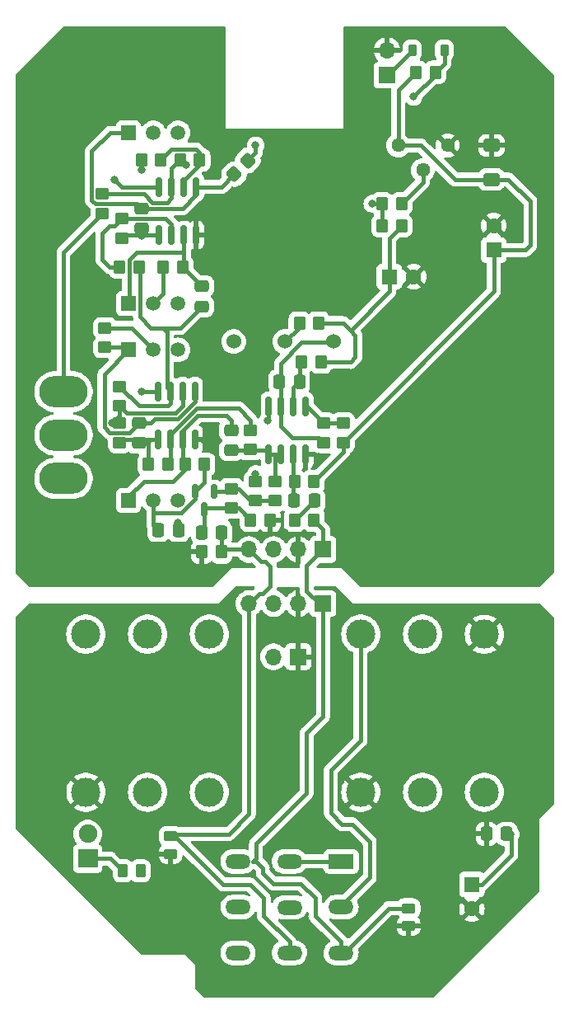
<source format=gbr>
%TF.GenerationSoftware,KiCad,Pcbnew,7.0.6-7.0.6~ubuntu22.04.1*%
%TF.CreationDate,2023-07-17T17:36:07+01:00*%
%TF.ProjectId,phasenom,70686173-656e-46f6-9d2e-6b696361645f,rev?*%
%TF.SameCoordinates,Original*%
%TF.FileFunction,Copper,L1,Top*%
%TF.FilePolarity,Positive*%
%FSLAX46Y46*%
G04 Gerber Fmt 4.6, Leading zero omitted, Abs format (unit mm)*
G04 Created by KiCad (PCBNEW 7.0.6-7.0.6~ubuntu22.04.1) date 2023-07-17 17:36:07*
%MOMM*%
%LPD*%
G01*
G04 APERTURE LIST*
G04 Aperture macros list*
%AMRoundRect*
0 Rectangle with rounded corners*
0 $1 Rounding radius*
0 $2 $3 $4 $5 $6 $7 $8 $9 X,Y pos of 4 corners*
0 Add a 4 corners polygon primitive as box body*
4,1,4,$2,$3,$4,$5,$6,$7,$8,$9,$2,$3,0*
0 Add four circle primitives for the rounded corners*
1,1,$1+$1,$2,$3*
1,1,$1+$1,$4,$5*
1,1,$1+$1,$6,$7*
1,1,$1+$1,$8,$9*
0 Add four rect primitives between the rounded corners*
20,1,$1+$1,$2,$3,$4,$5,0*
20,1,$1+$1,$4,$5,$6,$7,0*
20,1,$1+$1,$6,$7,$8,$9,0*
20,1,$1+$1,$8,$9,$2,$3,0*%
G04 Aperture macros list end*
%TA.AperFunction,ComponentPad*%
%ADD10R,1.600000X1.600000*%
%TD*%
%TA.AperFunction,ComponentPad*%
%ADD11C,1.600000*%
%TD*%
%TA.AperFunction,SMDPad,CuDef*%
%ADD12RoundRect,0.250000X-0.337500X-0.475000X0.337500X-0.475000X0.337500X0.475000X-0.337500X0.475000X0*%
%TD*%
%TA.AperFunction,SMDPad,CuDef*%
%ADD13RoundRect,0.250000X0.475000X-0.337500X0.475000X0.337500X-0.475000X0.337500X-0.475000X-0.337500X0*%
%TD*%
%TA.AperFunction,ComponentPad*%
%ADD14R,2.000000X1.900000*%
%TD*%
%TA.AperFunction,ComponentPad*%
%ADD15C,1.900000*%
%TD*%
%TA.AperFunction,SMDPad,CuDef*%
%ADD16RoundRect,0.225000X0.225000X0.375000X-0.225000X0.375000X-0.225000X-0.375000X0.225000X-0.375000X0*%
%TD*%
%TA.AperFunction,ComponentPad*%
%ADD17O,1.700000X1.700000*%
%TD*%
%TA.AperFunction,ComponentPad*%
%ADD18R,1.700000X1.700000*%
%TD*%
%TA.AperFunction,ComponentPad*%
%ADD19C,3.000000*%
%TD*%
%TA.AperFunction,SMDPad,CuDef*%
%ADD20RoundRect,0.150000X-0.150000X0.587500X-0.150000X-0.587500X0.150000X-0.587500X0.150000X0.587500X0*%
%TD*%
%TA.AperFunction,ComponentPad*%
%ADD21R,1.500000X1.500000*%
%TD*%
%TA.AperFunction,ComponentPad*%
%ADD22C,1.500000*%
%TD*%
%TA.AperFunction,SMDPad,CuDef*%
%ADD23RoundRect,0.250000X-0.450000X0.262500X-0.450000X-0.262500X0.450000X-0.262500X0.450000X0.262500X0*%
%TD*%
%TA.AperFunction,SMDPad,CuDef*%
%ADD24RoundRect,0.250000X-0.262500X-0.450000X0.262500X-0.450000X0.262500X0.450000X-0.262500X0.450000X0*%
%TD*%
%TA.AperFunction,SMDPad,CuDef*%
%ADD25RoundRect,0.250000X-0.450000X0.350000X-0.450000X-0.350000X0.450000X-0.350000X0.450000X0.350000X0*%
%TD*%
%TA.AperFunction,SMDPad,CuDef*%
%ADD26RoundRect,0.250000X0.350000X0.450000X-0.350000X0.450000X-0.350000X-0.450000X0.350000X-0.450000X0*%
%TD*%
%TA.AperFunction,ComponentPad*%
%ADD27R,2.600000X1.500000*%
%TD*%
%TA.AperFunction,ComponentPad*%
%ADD28O,2.600000X1.500000*%
%TD*%
%TA.AperFunction,ComponentPad*%
%ADD29C,1.440000*%
%TD*%
%TA.AperFunction,SMDPad,CuDef*%
%ADD30RoundRect,0.150000X0.150000X-0.825000X0.150000X0.825000X-0.150000X0.825000X-0.150000X-0.825000X0*%
%TD*%
%TA.AperFunction,ComponentPad*%
%ADD31O,5.000000X3.200000*%
%TD*%
%TA.AperFunction,SMDPad,CuDef*%
%ADD32RoundRect,0.250000X-0.070711X0.565685X-0.565685X0.070711X0.070711X-0.565685X0.565685X-0.070711X0*%
%TD*%
%TA.AperFunction,SMDPad,CuDef*%
%ADD33RoundRect,0.250000X-0.350000X-0.450000X0.350000X-0.450000X0.350000X0.450000X-0.350000X0.450000X0*%
%TD*%
%TA.AperFunction,SMDPad,CuDef*%
%ADD34RoundRect,0.250000X0.450000X-0.350000X0.450000X0.350000X-0.450000X0.350000X-0.450000X-0.350000X0*%
%TD*%
%TA.AperFunction,SMDPad,CuDef*%
%ADD35RoundRect,0.250000X0.600000X-0.400000X0.600000X0.400000X-0.600000X0.400000X-0.600000X-0.400000X0*%
%TD*%
%TA.AperFunction,SMDPad,CuDef*%
%ADD36RoundRect,0.250000X0.337500X0.475000X-0.337500X0.475000X-0.337500X-0.475000X0.337500X-0.475000X0*%
%TD*%
%TA.AperFunction,ComponentPad*%
%ADD37C,1.524000*%
%TD*%
%TA.AperFunction,ViaPad*%
%ADD38C,0.800000*%
%TD*%
%TA.AperFunction,Conductor*%
%ADD39C,0.400000*%
%TD*%
G04 APERTURE END LIST*
D10*
%TO.P,C2,1*%
%TO.N,+9V*%
X162000000Y-140200000D03*
D11*
%TO.P,C2,2*%
%TO.N,GND*%
X162000000Y-142700000D03*
%TD*%
D12*
%TO.P,C4,1*%
%TO.N,Net-(Q1-C)*%
X134222500Y-104050000D03*
%TO.P,C4,2*%
%TO.N,O*%
X136297500Y-104050000D03*
%TD*%
D10*
%TO.P,C6,1*%
%TO.N,Net-(C6-Pad1)*%
X153510000Y-77800000D03*
D11*
%TO.P,C6,2*%
%TO.N,GND*%
X156010000Y-77800000D03*
%TD*%
D13*
%TO.P,C10,1*%
%TO.N,Net-(C10-Pad1)*%
X134260000Y-80837500D03*
%TO.P,C10,2*%
%TO.N,Net-(Q4-D)*%
X134260000Y-78762500D03*
%TD*%
D14*
%TO.P,D1,1,K*%
%TO.N,Net-(D1-K)*%
X122500000Y-137540000D03*
D15*
%TO.P,D1,2,A*%
%TO.N,+9V*%
X122500000Y-135000000D03*
%TD*%
D16*
%TO.P,D2,2,A*%
%TO.N,+9V*%
X155860000Y-54550000D03*
%TO.P,D2,1,K*%
%TO.N,Net-(D2-K)*%
X159160000Y-54550000D03*
%TD*%
D17*
%TO.P,J1,2,P2*%
%TO.N,GND*%
X153260000Y-54550000D03*
D18*
%TO.P,J1,1,P1*%
%TO.N,+9V*%
X153260000Y-57090000D03*
%TD*%
D19*
%TO.P,IN1,R*%
%TO.N,unconnected-(IN1-PadR)*%
X156925000Y-114500000D03*
%TO.P,IN1,RN*%
%TO.N,unconnected-(IN1-PadRN)*%
X156925000Y-130730000D03*
%TO.P,IN1,S*%
%TO.N,GND*%
X163275000Y-114500000D03*
%TO.P,IN1,SN*%
%TO.N,unconnected-(IN1-PadSN)*%
X163275000Y-130730000D03*
%TO.P,IN1,T*%
%TO.N,Net-(SW99A-B)*%
X150575000Y-114500000D03*
%TO.P,IN1,TN*%
%TO.N,GND*%
X150575000Y-130730000D03*
%TD*%
%TO.P,OUT1,R*%
%TO.N,unconnected-(OUT1-PadR)*%
X128660000Y-130730000D03*
%TO.P,OUT1,RN*%
%TO.N,unconnected-(OUT1-PadRN)*%
X128660000Y-114500000D03*
%TO.P,OUT1,S*%
%TO.N,GND*%
X122310000Y-130730000D03*
%TO.P,OUT1,SN*%
%TO.N,unconnected-(OUT1-PadSN)*%
X122310000Y-114500000D03*
%TO.P,OUT1,T*%
%TO.N,Net-(SW99B-B)*%
X135010000Y-130730000D03*
%TO.P,OUT1,TN*%
%TO.N,unconnected-(OUT1-PadTN)*%
X135010000Y-114500000D03*
%TD*%
D18*
%TO.P,J4,1,P1*%
%TO.N,GND*%
X144140000Y-116810000D03*
D17*
%TO.P,J4,2,P2*%
%TO.N,+9V*%
X141600000Y-116810000D03*
%TD*%
D20*
%TO.P,Q1,1,B*%
%TO.N,Net-(Q1-B)*%
X135460000Y-99862500D03*
%TO.P,Q1,2,E*%
%TO.N,VB*%
X133560000Y-99862500D03*
%TO.P,Q1,3,C*%
%TO.N,Net-(Q1-C)*%
X134510000Y-101737500D03*
%TD*%
D21*
%TO.P,Q3,1,D*%
%TO.N,Net-(Q3-D)*%
X126720000Y-85300000D03*
D22*
%TO.P,Q3,2,S*%
%TO.N,VB*%
X129260000Y-85300000D03*
%TO.P,Q3,3,G*%
%TO.N,VR*%
X131800000Y-85300000D03*
%TD*%
D23*
%TO.P,R1,1*%
%TO.N,I*%
X155500000Y-142637500D03*
%TO.P,R1,2*%
%TO.N,GND*%
X155500000Y-144462500D03*
%TD*%
D24*
%TO.P,R2,1*%
%TO.N,Net-(D1-K)*%
X126097500Y-138800000D03*
%TO.P,R2,2*%
%TO.N,Net-(SW1C-C)*%
X127922500Y-138800000D03*
%TD*%
D23*
%TO.P,R3,1*%
%TO.N,O*%
X131010000Y-135225000D03*
%TO.P,R3,2*%
%TO.N,GND*%
X131010000Y-137050000D03*
%TD*%
D25*
%TO.P,R28,1*%
%TO.N,Net-(R27-Pad2)*%
X124010000Y-69300000D03*
%TO.P,R28,2*%
%TO.N,Net-(SW2-A)*%
X124010000Y-71300000D03*
%TD*%
D26*
%TO.P,R29,2*%
%TO.N,VB*%
X156260000Y-56800000D03*
%TO.P,R29,1*%
%TO.N,Net-(D2-K)*%
X158260000Y-56800000D03*
%TD*%
%TO.P,R30,1*%
%TO.N,Net-(R30-Pad1)*%
X154760000Y-70300000D03*
%TO.P,R30,2*%
%TO.N,VR*%
X152760000Y-70300000D03*
%TD*%
D27*
%TO.P,SW99,1,A*%
%TO.N,Net-(SW99A-A)*%
X148550000Y-137825000D03*
D28*
%TO.P,SW99,2,A*%
X143250000Y-137825000D03*
%TO.P,SW99,3*%
%TO.N,N/C*%
X137950000Y-137825000D03*
%TO.P,SW99,4,B*%
%TO.N,Net-(SW99A-B)*%
X148550000Y-142525000D03*
%TO.P,SW99,5,B*%
%TO.N,Net-(SW99B-B)*%
X143250000Y-142550000D03*
%TO.P,SW99,6*%
%TO.N,N/C*%
X137950000Y-142525000D03*
%TO.P,SW99,7,C*%
%TO.N,I*%
X148550000Y-147225000D03*
%TO.P,SW99,8,C*%
%TO.N,O*%
X143250000Y-147225000D03*
%TO.P,SW99,9*%
%TO.N,N/C*%
X137950000Y-147225000D03*
%TD*%
D10*
%TO.P,C14,1*%
%TO.N,VB*%
X164260000Y-75050000D03*
D11*
%TO.P,C14,2*%
%TO.N,GND*%
X164260000Y-72550000D03*
%TD*%
D29*
%TO.P,RT1,3,3*%
%TO.N,GND*%
X159510000Y-64300000D03*
%TO.P,RT1,2,2*%
%TO.N,Net-(R30-Pad1)*%
X156970000Y-66840000D03*
%TO.P,RT1,1,1*%
%TO.N,VB*%
X154430000Y-64300000D03*
%TD*%
D30*
%TO.P,U3,8,V+*%
%TO.N,Net-(D2-K)*%
X129855000Y-68575000D03*
%TO.P,U3,7*%
%TO.N,Net-(R27-Pad2)*%
X131125000Y-68575000D03*
%TO.P,U3,6,-*%
%TO.N,Net-(U3B--)*%
X132395000Y-68575000D03*
%TO.P,U3,5,+*%
%TO.N,Net-(Q5-D)*%
X133665000Y-68575000D03*
%TO.P,U3,4,V-*%
%TO.N,GND*%
X133665000Y-73525000D03*
%TO.P,U3,3,+*%
%TO.N,Net-(Q4-D)*%
X132395000Y-73525000D03*
%TO.P,U3,2,-*%
%TO.N,Net-(U3A--)*%
X131125000Y-73525000D03*
%TO.P,U3,1*%
%TO.N,Net-(C11-Pad1)*%
X129855000Y-73525000D03*
%TD*%
%TO.P,U2,8,V+*%
%TO.N,Net-(D2-K)*%
X129720000Y-89550000D03*
%TO.P,U2,7*%
%TO.N,Net-(C10-Pad1)*%
X130990000Y-89550000D03*
%TO.P,U2,6,-*%
%TO.N,Net-(SW2-B)*%
X132260000Y-89550000D03*
%TO.P,U2,5,+*%
%TO.N,Net-(Q3-D)*%
X133530000Y-89550000D03*
%TO.P,U2,4,V-*%
%TO.N,GND*%
X133530000Y-94500000D03*
%TO.P,U2,3,+*%
%TO.N,Net-(Q2-D)*%
X132260000Y-94500000D03*
%TO.P,U2,2,-*%
%TO.N,Net-(U2A--)*%
X130990000Y-94500000D03*
%TO.P,U2,1*%
%TO.N,Net-(C9-Pad1)*%
X129720000Y-94500000D03*
%TD*%
%TO.P,U1,8,V+*%
%TO.N,Net-(D2-K)*%
X141105000Y-91075000D03*
%TO.P,U1,7*%
%TO.N,Net-(C5-Pad1)*%
X142375000Y-91075000D03*
%TO.P,U1,6,-*%
%TO.N,Net-(U1B--)*%
X143645000Y-91075000D03*
%TO.P,U1,5,+*%
%TO.N,Net-(U1B-+)*%
X144915000Y-91075000D03*
%TO.P,U1,4,V-*%
%TO.N,GND*%
X144915000Y-96025000D03*
%TO.P,U1,3,+*%
%TO.N,Net-(U1A-+)*%
X143645000Y-96025000D03*
%TO.P,U1,2,-*%
%TO.N,Net-(U1A--)*%
X142375000Y-96025000D03*
%TO.P,U1,1*%
X141105000Y-96025000D03*
%TD*%
D31*
%TO.P,SW2,1,A*%
%TO.N,Net-(SW2-A)*%
X120010000Y-89600000D03*
%TO.P,SW2,2,B*%
%TO.N,Net-(SW2-B)*%
X120010000Y-94050000D03*
%TO.P,SW2,3*%
%TO.N,N/C*%
X120010000Y-98500000D03*
%TD*%
D26*
%TO.P,R27,2*%
%TO.N,Net-(R27-Pad2)*%
X132010000Y-65800000D03*
%TO.P,R27,1*%
%TO.N,Net-(U3B--)*%
X134010000Y-65800000D03*
%TD*%
D32*
%TO.P,R26,2*%
%TO.N,Net-(Q5-D)*%
X137552893Y-67257107D03*
%TO.P,R26,1*%
%TO.N,VB*%
X138967107Y-65842893D03*
%TD*%
D33*
%TO.P,R25,2*%
%TO.N,Net-(U3B--)*%
X130010000Y-65800000D03*
%TO.P,R25,1*%
%TO.N,Net-(C11-Pad1)*%
X128010000Y-65800000D03*
%TD*%
D25*
%TO.P,R24,2*%
%TO.N,Net-(C11-Pad1)*%
X126010000Y-73800000D03*
%TO.P,R24,1*%
%TO.N,Net-(U3A--)*%
X126010000Y-71800000D03*
%TD*%
D33*
%TO.P,R23,2*%
%TO.N,Net-(Q4-D)*%
X132260000Y-76800000D03*
%TO.P,R23,1*%
%TO.N,VB*%
X130260000Y-76800000D03*
%TD*%
D26*
%TO.P,R22,2*%
%TO.N,Net-(U3A--)*%
X125760000Y-76800000D03*
%TO.P,R22,1*%
%TO.N,Net-(C10-Pad1)*%
X127760000Y-76800000D03*
%TD*%
D34*
%TO.P,R21,2*%
%TO.N,Net-(C10-Pad1)*%
X125760000Y-89050000D03*
%TO.P,R21,1*%
%TO.N,Net-(SW2-B)*%
X125760000Y-91050000D03*
%TD*%
D25*
%TO.P,R20,2*%
%TO.N,Net-(Q3-D)*%
X124260000Y-85050000D03*
%TO.P,R20,1*%
%TO.N,VB*%
X124260000Y-83050000D03*
%TD*%
D34*
%TO.P,R19,2*%
%TO.N,Net-(SW2-B)*%
X125760000Y-92800000D03*
%TO.P,R19,1*%
%TO.N,Net-(C9-Pad1)*%
X125760000Y-94800000D03*
%TD*%
D26*
%TO.P,R18,2*%
%TO.N,Net-(Q2-D)*%
X132510000Y-97050000D03*
%TO.P,R18,1*%
%TO.N,VB*%
X134510000Y-97050000D03*
%TD*%
D34*
%TO.P,R17,2*%
%TO.N,Net-(U2A--)*%
X139260000Y-93550000D03*
%TO.P,R17,1*%
%TO.N,Net-(U1A--)*%
X139260000Y-95550000D03*
%TD*%
D26*
%TO.P,R16,2*%
%TO.N,Net-(C9-Pad1)*%
X128760000Y-97050000D03*
%TO.P,R16,1*%
%TO.N,Net-(U2A--)*%
X130760000Y-97050000D03*
%TD*%
D33*
%TO.P,R15,2*%
%TO.N,Net-(C6-Pad1)*%
X154760000Y-72550000D03*
%TO.P,R15,1*%
%TO.N,VR*%
X152760000Y-72550000D03*
%TD*%
%TO.P,R14,2*%
%TO.N,Net-(C6-Pad1)*%
X146260000Y-82550000D03*
%TO.P,R14,1*%
%TO.N,Net-(R14-Pad1)*%
X144260000Y-82550000D03*
%TD*%
%TO.P,R13,2*%
%TO.N,Net-(C6-Pad1)*%
X146510000Y-86550000D03*
%TO.P,R13,1*%
%TO.N,Net-(U1B--)*%
X144510000Y-86550000D03*
%TD*%
D34*
%TO.P,R12,2*%
%TO.N,Net-(U1B-+)*%
X148760000Y-92800000D03*
%TO.P,R12,1*%
%TO.N,VB*%
X148760000Y-94800000D03*
%TD*%
D25*
%TO.P,R11,2*%
%TO.N,Net-(C5-Pad1)*%
X146760000Y-94800000D03*
%TO.P,R11,1*%
%TO.N,Net-(U1B-+)*%
X146760000Y-92800000D03*
%TD*%
D26*
%TO.P,R10,2*%
%TO.N,Net-(Q1-C)*%
X139260000Y-102800000D03*
%TO.P,R10,1*%
%TO.N,GND*%
X141260000Y-102800000D03*
%TD*%
D25*
%TO.P,R9,2*%
%TO.N,Net-(Q1-B)*%
X139760000Y-100800000D03*
%TO.P,R9,1*%
%TO.N,Net-(R27-Pad2)*%
X139760000Y-98800000D03*
%TD*%
D33*
%TO.P,R8,2*%
%TO.N,O*%
X136260000Y-106050000D03*
%TO.P,R8,1*%
%TO.N,GND*%
X134260000Y-106050000D03*
%TD*%
D25*
%TO.P,R7,2*%
%TO.N,Net-(Q1-C)*%
X137260000Y-101550000D03*
%TO.P,R7,1*%
%TO.N,Net-(Q1-B)*%
X137260000Y-99550000D03*
%TD*%
%TO.P,R6,2*%
%TO.N,Net-(Q1-B)*%
X141760000Y-100800000D03*
%TO.P,R6,1*%
%TO.N,Net-(U1A--)*%
X141760000Y-98800000D03*
%TD*%
D33*
%TO.P,R5,2*%
%TO.N,VB*%
X145760000Y-98800000D03*
%TO.P,R5,1*%
%TO.N,Net-(U1A-+)*%
X143760000Y-98800000D03*
%TD*%
D26*
%TO.P,R4,1*%
%TO.N,I*%
X145760000Y-102800000D03*
%TO.P,R4,2*%
%TO.N,Net-(C3-Pad1)*%
X143760000Y-102800000D03*
%TD*%
D21*
%TO.P,Q5,1,D*%
%TO.N,Net-(Q5-D)*%
X126710000Y-63000000D03*
D22*
%TO.P,Q5,2,S*%
%TO.N,VB*%
X129250000Y-63000000D03*
%TO.P,Q5,3,G*%
%TO.N,VR*%
X131790000Y-63000000D03*
%TD*%
D21*
%TO.P,Q4,1,D*%
%TO.N,Net-(Q4-D)*%
X126710000Y-80550000D03*
D22*
%TO.P,Q4,2,S*%
%TO.N,VB*%
X129250000Y-80550000D03*
%TO.P,Q4,3,G*%
%TO.N,VR*%
X131790000Y-80550000D03*
%TD*%
%TO.P,Q2,3,G*%
%TO.N,VR*%
X131790000Y-100750000D03*
%TO.P,Q2,2,S*%
%TO.N,VB*%
X129250000Y-100750000D03*
D21*
%TO.P,Q2,1,D*%
%TO.N,Net-(Q2-D)*%
X126710000Y-100750000D03*
%TD*%
D35*
%TO.P,D3,1,K*%
%TO.N,VB*%
X164010000Y-67800000D03*
%TO.P,D3,2,A*%
%TO.N,GND*%
X164010000Y-64300000D03*
%TD*%
D13*
%TO.P,C11,2*%
%TO.N,Net-(Q5-D)*%
X128010000Y-70762500D03*
%TO.P,C11,1*%
%TO.N,Net-(C11-Pad1)*%
X128010000Y-72837500D03*
%TD*%
%TO.P,C9,2*%
%TO.N,Net-(Q3-D)*%
X127760000Y-92800000D03*
%TO.P,C9,1*%
%TO.N,Net-(C9-Pad1)*%
X127760000Y-94875000D03*
%TD*%
D12*
%TO.P,C8,2*%
%TO.N,VR*%
X131835000Y-103800000D03*
%TO.P,C8,1*%
%TO.N,VB*%
X129760000Y-103800000D03*
%TD*%
D13*
%TO.P,C7,2*%
%TO.N,Net-(Q2-D)*%
X137260000Y-93550000D03*
%TO.P,C7,1*%
%TO.N,Net-(U1A--)*%
X137260000Y-95625000D03*
%TD*%
D12*
%TO.P,C5,2*%
%TO.N,Net-(U1B--)*%
X144260000Y-88550000D03*
%TO.P,C5,1*%
%TO.N,Net-(C5-Pad1)*%
X142185000Y-88550000D03*
%TD*%
D36*
%TO.P,C3,1*%
%TO.N,Net-(C3-Pad1)*%
X145797500Y-100800000D03*
%TO.P,C3,2*%
%TO.N,Net-(U1A-+)*%
X143722500Y-100800000D03*
%TD*%
D12*
%TO.P,C1,2*%
%TO.N,+9V*%
X165585000Y-135000000D03*
%TO.P,C1,1*%
%TO.N,GND*%
X163510000Y-135000000D03*
%TD*%
D37*
%TO.P,RV1,3,3*%
%TO.N,Net-(C5-Pad1)*%
X147760000Y-84445832D03*
%TO.P,RV1,2,2*%
%TO.N,Net-(R14-Pad1)*%
X142760000Y-84445832D03*
%TO.P,RV1,1,1*%
X137510000Y-84445832D03*
%TD*%
D18*
%TO.P,JOVGI1,1,P1*%
%TO.N,I*%
X146700000Y-111350000D03*
D17*
%TO.P,JOVGI1,2,P2*%
%TO.N,GND*%
X144160000Y-111350000D03*
%TO.P,JOVGI1,3,P3*%
%TO.N,+9V*%
X141620000Y-111350000D03*
%TO.P,JOVGI1,4,P4*%
%TO.N,O*%
X139080000Y-111350000D03*
%TD*%
D18*
%TO.P,JOVGI2,1,P1*%
%TO.N,I*%
X146700000Y-105800000D03*
D17*
%TO.P,JOVGI2,2,P2*%
%TO.N,GND*%
X144160000Y-105800000D03*
%TO.P,JOVGI2,3,P3*%
%TO.N,+9V*%
X141620000Y-105800000D03*
%TO.P,JOVGI2,4,P4*%
%TO.N,O*%
X139080000Y-105800000D03*
%TD*%
D38*
%TO.N,GND*%
X142760000Y-104050000D03*
X133760000Y-85050000D03*
X135510000Y-82550000D03*
X151010000Y-104550000D03*
X132510000Y-105550000D03*
X137510000Y-103050000D03*
X136510000Y-97300000D03*
%TO.N,Net-(R27-Pad2)*%
X132589500Y-66340455D03*
X139760000Y-98050000D03*
%TO.N,Net-(D2-K)*%
X128010000Y-89550000D03*
X141010000Y-92550000D03*
X125260000Y-67800000D03*
X156010000Y-59300000D03*
%TO.N,GND*%
X146260000Y-96300000D03*
%TO.N,Net-(C11-Pad1)*%
X128010000Y-73550000D03*
X128010000Y-66800000D03*
%TO.N,VB*%
X139760000Y-64300000D03*
%TO.N,VR*%
X151760000Y-70300000D03*
%TO.N,GND*%
X134510000Y-94550000D03*
%TO.N,VR*%
X131790000Y-103050000D03*
%TO.N,Net-(SW2-B)*%
X125010000Y-92800000D03*
%TO.N,+9V*%
X166010000Y-135050000D03*
%TD*%
D39*
%TO.N,VB*%
X156260000Y-56800000D02*
X154430000Y-58630000D01*
X154430000Y-58630000D02*
X154430000Y-64300000D01*
%TO.N,Net-(D2-K)*%
X158260000Y-56800000D02*
X158260000Y-57050000D01*
X158260000Y-57050000D02*
X156010000Y-59300000D01*
%TO.N,Net-(Q5-D)*%
X128010000Y-70762500D02*
X132297500Y-70762500D01*
X132297500Y-70762500D02*
X133665000Y-69395000D01*
X133665000Y-69395000D02*
X133665000Y-69057817D01*
%TO.N,Net-(U3B--)*%
X132395000Y-67915000D02*
X134010000Y-66300000D01*
%TO.N,Net-(R27-Pad2)*%
X139760000Y-98800000D02*
X139760000Y-98050000D01*
%TO.N,Net-(D2-K)*%
X129720000Y-89550000D02*
X128010000Y-89550000D01*
X141105000Y-91075000D02*
X141105000Y-92455000D01*
X141105000Y-92455000D02*
X141010000Y-92550000D01*
X126035000Y-68575000D02*
X125260000Y-67800000D01*
X129855000Y-68575000D02*
X126035000Y-68575000D01*
%TO.N,VB*%
X168010000Y-74550000D02*
X167510000Y-75050000D01*
X168010000Y-70050000D02*
X168010000Y-74550000D01*
X164010000Y-67800000D02*
X165760000Y-67800000D01*
X167510000Y-75050000D02*
X164260000Y-75050000D01*
X165760000Y-67800000D02*
X168010000Y-70050000D01*
X148760000Y-94800000D02*
X164260000Y-79300000D01*
X164260000Y-79300000D02*
X164260000Y-75050000D01*
X145760000Y-98800000D02*
X148760000Y-95800000D01*
X148760000Y-95800000D02*
X148760000Y-94800000D01*
%TO.N,Net-(Q5-D)*%
X137552893Y-67257107D02*
X136235000Y-68575000D01*
X136235000Y-68575000D02*
X133665000Y-68575000D01*
%TO.N,Net-(C11-Pad1)*%
X128010000Y-66300000D02*
X128010000Y-66800000D01*
%TO.N,Net-(U3B--)*%
X130010000Y-65800000D02*
X131110000Y-64700000D01*
X131110000Y-64700000D02*
X133660000Y-64700000D01*
X133660000Y-64700000D02*
X134010000Y-65050000D01*
X134010000Y-65050000D02*
X134010000Y-65800000D01*
%TO.N,VB*%
X139760000Y-65050000D02*
X139760000Y-64300000D01*
X138967107Y-65842893D02*
X139760000Y-65050000D01*
X160260000Y-67800000D02*
X156760000Y-64300000D01*
X164010000Y-67800000D02*
X160260000Y-67800000D01*
X156760000Y-64300000D02*
X154430000Y-64300000D01*
%TO.N,Net-(D2-K)*%
X159160000Y-54550000D02*
X159160000Y-55900000D01*
X159160000Y-55900000D02*
X158260000Y-56800000D01*
%TO.N,+9V*%
X153320000Y-57090000D02*
X155860000Y-54550000D01*
%TO.N,Net-(C6-Pad1)*%
X148760000Y-82550000D02*
X149510000Y-83300000D01*
X149510000Y-83300000D02*
X150010000Y-83800000D01*
X153510000Y-77800000D02*
X153510000Y-79300000D01*
X153510000Y-79300000D02*
X149510000Y-83300000D01*
X154760000Y-72550000D02*
X153510000Y-73800000D01*
X153510000Y-73800000D02*
X153510000Y-77800000D01*
%TO.N,Net-(R30-Pad1)*%
X156970000Y-66840000D02*
X156970000Y-68090000D01*
X156970000Y-68090000D02*
X154760000Y-70300000D01*
%TO.N,VR*%
X152760000Y-70300000D02*
X152760000Y-72550000D01*
X151760000Y-70300000D02*
X152760000Y-70300000D01*
%TO.N,VB*%
X124260000Y-83050000D02*
X127010000Y-83050000D01*
X127010000Y-83050000D02*
X129260000Y-85300000D01*
%TO.N,Net-(Q3-D)*%
X124260000Y-85050000D02*
X126470000Y-85050000D01*
%TO.N,Net-(R27-Pad2)*%
X131125000Y-68575000D02*
X131125000Y-66685000D01*
X131125000Y-66685000D02*
X132010000Y-65800000D01*
%TO.N,Net-(C10-Pad1)*%
X127860000Y-81900000D02*
X129010000Y-83050000D01*
X127860000Y-76900000D02*
X127860000Y-81900000D01*
X129010000Y-83050000D02*
X132047500Y-83050000D01*
X132047500Y-83050000D02*
X134260000Y-80837500D01*
%TO.N,VB*%
X130260000Y-76800000D02*
X130260000Y-79540000D01*
X130260000Y-79540000D02*
X129250000Y-80550000D01*
%TO.N,Net-(Q4-D)*%
X132297500Y-76800000D02*
X134260000Y-78762500D01*
%TO.N,Net-(R14-Pad1)*%
X144260000Y-82945832D02*
X142760000Y-84445832D01*
%TO.N,Net-(C6-Pad1)*%
X150010000Y-86050000D02*
X149510000Y-86550000D01*
X146260000Y-82550000D02*
X148760000Y-82550000D01*
X150010000Y-83800000D02*
X150010000Y-86050000D01*
X149510000Y-86550000D02*
X146510000Y-86550000D01*
%TO.N,Net-(U1B--)*%
X144260000Y-88550000D02*
X144260000Y-86800000D01*
X143645000Y-91075000D02*
X143645000Y-89165000D01*
X143645000Y-89165000D02*
X144260000Y-88550000D01*
%TO.N,Net-(U1B-+)*%
X146760000Y-92800000D02*
X148760000Y-92800000D01*
X144915000Y-91075000D02*
X145035000Y-91075000D01*
X145035000Y-91075000D02*
X146760000Y-92800000D01*
%TO.N,Net-(C5-Pad1)*%
X142375000Y-91075000D02*
X142375000Y-93165000D01*
X142375000Y-93165000D02*
X143510000Y-94300000D01*
X143510000Y-94300000D02*
X146260000Y-94300000D01*
X146260000Y-94300000D02*
X146760000Y-94800000D01*
X142375000Y-91075000D02*
X142375000Y-86685000D01*
X142375000Y-86685000D02*
X144510000Y-84550000D01*
X144510000Y-84550000D02*
X147655832Y-84550000D01*
%TO.N,Net-(C10-Pad1)*%
X130990000Y-89550000D02*
X130640000Y-89200000D01*
X130640000Y-89200000D02*
X130640000Y-83430000D01*
X130640000Y-83430000D02*
X130435000Y-83225000D01*
%TO.N,Net-(Q4-D)*%
X132395000Y-73525000D02*
X132395000Y-75300000D01*
X132395000Y-75300000D02*
X132395000Y-77185000D01*
X126760000Y-80500000D02*
X126760000Y-76050000D01*
X126760000Y-76050000D02*
X127510000Y-75300000D01*
X127510000Y-75300000D02*
X132395000Y-75300000D01*
%TO.N,Net-(U3A--)*%
X124010000Y-73300000D02*
X124010000Y-76050000D01*
X125260000Y-72550000D02*
X124760000Y-72550000D01*
X126010000Y-71800000D02*
X125260000Y-72550000D01*
X124760000Y-72550000D02*
X124010000Y-73300000D01*
X124760000Y-76800000D02*
X125760000Y-76800000D01*
X124010000Y-76050000D02*
X124760000Y-76800000D01*
%TO.N,Net-(U1A--)*%
X137260000Y-95625000D02*
X140705000Y-95625000D01*
X140705000Y-95625000D02*
X141105000Y-96025000D01*
%TO.N,Net-(U2A--)*%
X138010000Y-91300000D02*
X139260000Y-92550000D01*
X133707056Y-91300000D02*
X138010000Y-91300000D01*
X139260000Y-92550000D02*
X139260000Y-93550000D01*
%TO.N,Net-(Q2-D)*%
X132260000Y-94500000D02*
X132260000Y-93595584D01*
X133805584Y-92050000D02*
X136760000Y-92050000D01*
X132260000Y-93595584D02*
X133805584Y-92050000D01*
X136760000Y-92050000D02*
X137260000Y-92550000D01*
X137260000Y-92550000D02*
X137260000Y-93550000D01*
%TO.N,Net-(U2A--)*%
X130990000Y-94017056D02*
X133707056Y-91300000D01*
%TO.N,Net-(Q3-D)*%
X127760000Y-92800000D02*
X129010000Y-92800000D01*
X131758528Y-92400000D02*
X133530000Y-90628528D01*
X129010000Y-92800000D02*
X129410000Y-92400000D01*
X129410000Y-92400000D02*
X131758528Y-92400000D01*
X133530000Y-90628528D02*
X133530000Y-89550000D01*
%TO.N,Net-(Q5-D)*%
X128010000Y-70762500D02*
X127547500Y-70300000D01*
X127547500Y-70300000D02*
X123290761Y-70300000D01*
X124810000Y-63000000D02*
X126710000Y-63000000D01*
X123290761Y-70300000D02*
X122910000Y-69919239D01*
X122910000Y-69919239D02*
X122910000Y-64900000D01*
X122910000Y-64900000D02*
X124810000Y-63000000D01*
%TO.N,Net-(SW2-A)*%
X124010000Y-71300000D02*
X120010000Y-75300000D01*
X120010000Y-75300000D02*
X120010000Y-89600000D01*
%TO.N,Net-(R27-Pad2)*%
X131125000Y-68575000D02*
X131125000Y-69685000D01*
X128279239Y-69300000D02*
X124010000Y-69300000D01*
X131125000Y-69685000D02*
X130647500Y-70162500D01*
X130647500Y-70162500D02*
X129141739Y-70162500D01*
X129141739Y-70162500D02*
X128279239Y-69300000D01*
%TO.N,Net-(C11-Pad1)*%
X129855000Y-73525000D02*
X126285000Y-73525000D01*
%TO.N,Net-(U3A--)*%
X126010000Y-71800000D02*
X130510000Y-71800000D01*
X130510000Y-71800000D02*
X131125000Y-72415000D01*
X131125000Y-72415000D02*
X131125000Y-73525000D01*
%TO.N,Net-(Q1-C)*%
X137260000Y-101550000D02*
X138010000Y-101550000D01*
X138010000Y-101550000D02*
X139260000Y-102800000D01*
%TO.N,VB*%
X134510000Y-97050000D02*
X134510000Y-98912500D01*
X134510000Y-98912500D02*
X133560000Y-99862500D01*
%TO.N,Net-(Q2-D)*%
X126710000Y-100350000D02*
X128260000Y-98800000D01*
X128260000Y-98800000D02*
X131260000Y-98800000D01*
X131260000Y-98800000D02*
X132510000Y-97550000D01*
%TO.N,VB*%
X129250000Y-100750000D02*
X129250000Y-102050000D01*
X129250000Y-102050000D02*
X129250000Y-103290000D01*
X133560000Y-99862500D02*
X133560000Y-100606346D01*
X133560000Y-100606346D02*
X132116346Y-102050000D01*
X132116346Y-102050000D02*
X129250000Y-102050000D01*
%TO.N,Net-(Q3-D)*%
X124210000Y-87810000D02*
X124210000Y-93250000D01*
X124210000Y-93250000D02*
X124760000Y-93800000D01*
X126720000Y-85300000D02*
X124210000Y-87810000D01*
X124760000Y-93800000D02*
X126760000Y-93800000D01*
X126760000Y-93800000D02*
X127760000Y-92800000D01*
%TO.N,Net-(SW2-B)*%
X125010000Y-92800000D02*
X125760000Y-92050000D01*
X125760000Y-92050000D02*
X125760000Y-91050000D01*
%TO.N,Net-(C10-Pad1)*%
X130760000Y-91050000D02*
X131010000Y-90800000D01*
X127760000Y-91050000D02*
X130760000Y-91050000D01*
X125760000Y-89050000D02*
X127760000Y-91050000D01*
X131010000Y-90800000D02*
X130990000Y-90780000D01*
X130990000Y-90780000D02*
X130990000Y-89550000D01*
%TO.N,Net-(SW2-B)*%
X125760000Y-91050000D02*
X126510000Y-91800000D01*
X126510000Y-91800000D02*
X131510000Y-91800000D01*
X131510000Y-91800000D02*
X132260000Y-91050000D01*
X132260000Y-91050000D02*
X132260000Y-89550000D01*
%TO.N,VB*%
X129250000Y-103290000D02*
X129760000Y-103800000D01*
%TO.N,Net-(Q2-D)*%
X132260000Y-94500000D02*
X132260000Y-96800000D01*
%TO.N,Net-(U2A--)*%
X130990000Y-94500000D02*
X130990000Y-96820000D01*
%TO.N,Net-(C9-Pad1)*%
X129720000Y-94500000D02*
X129010000Y-94500000D01*
X129010000Y-94500000D02*
X126060000Y-94500000D01*
X128760000Y-97050000D02*
X128760000Y-94750000D01*
X128760000Y-94750000D02*
X129010000Y-94500000D01*
%TO.N,I*%
X146700000Y-105800000D02*
X145010000Y-107490000D01*
X145010000Y-107490000D02*
X145010000Y-110050000D01*
X145010000Y-110050000D02*
X146310000Y-111350000D01*
%TO.N,O*%
X139080000Y-105800000D02*
X140330000Y-107050000D01*
X141260000Y-107550000D02*
X141260000Y-109550000D01*
X140330000Y-107050000D02*
X140760000Y-107050000D01*
X141260000Y-109550000D02*
X140510000Y-110300000D01*
X140760000Y-107050000D02*
X141260000Y-107550000D01*
X140510000Y-110300000D02*
X140130000Y-110300000D01*
X140130000Y-110300000D02*
X139080000Y-111350000D01*
X139080000Y-105800000D02*
X136510000Y-105800000D01*
X136297500Y-104050000D02*
X136297500Y-106012500D01*
%TO.N,Net-(U1A--)*%
X142375000Y-96025000D02*
X141760000Y-96025000D01*
X141760000Y-96025000D02*
X141105000Y-96025000D01*
X141760000Y-98800000D02*
X141760000Y-96025000D01*
%TO.N,Net-(Q1-C)*%
X137260000Y-101550000D02*
X134697500Y-101550000D01*
X134697500Y-101550000D02*
X134510000Y-101737500D01*
X134510000Y-101737500D02*
X134510000Y-103762500D01*
%TO.N,Net-(Q1-B)*%
X135460000Y-99862500D02*
X136947500Y-99862500D01*
X141760000Y-100800000D02*
X139260000Y-100800000D01*
X139260000Y-100800000D02*
X138010000Y-99550000D01*
X138010000Y-99550000D02*
X137260000Y-99550000D01*
%TO.N,Net-(U1A-+)*%
X143645000Y-96025000D02*
X143645000Y-100722500D01*
%TO.N,Net-(C3-Pad1)*%
X143797500Y-102800000D02*
X145797500Y-100800000D01*
%TO.N,I*%
X146700000Y-105800000D02*
X146700000Y-103740000D01*
X146700000Y-103740000D02*
X145760000Y-102800000D01*
%TO.N,Net-(D1-K)*%
X126097500Y-138800000D02*
X124837500Y-137540000D01*
X124837500Y-137540000D02*
X122500000Y-137540000D01*
%TO.N,I*%
X155500000Y-142637500D02*
X153422500Y-142637500D01*
X153422500Y-142637500D02*
X148835000Y-147225000D01*
%TO.N,+9V*%
X166050000Y-135010000D02*
X166050000Y-135000000D01*
X166010000Y-135050000D02*
X166050000Y-135010000D01*
X166050000Y-135090000D02*
X166010000Y-135050000D01*
X162000000Y-140200000D02*
X163000000Y-140200000D01*
X163000000Y-140200000D02*
X166050000Y-137150000D01*
X166050000Y-137150000D02*
X166050000Y-135090000D01*
%TO.N,O*%
X139080000Y-111350000D02*
X139080000Y-132920000D01*
X140600000Y-143425000D02*
X143250000Y-146075000D01*
X136980000Y-135020000D02*
X131000000Y-135020000D01*
X139080000Y-132920000D02*
X136980000Y-135020000D01*
X131220000Y-135020000D02*
X136400000Y-140200000D01*
X143250000Y-146075000D02*
X143250000Y-147225000D01*
X140600000Y-141600000D02*
X140600000Y-143425000D01*
X139200000Y-140200000D02*
X140600000Y-141600000D01*
X136400000Y-140200000D02*
X139200000Y-140200000D01*
%TO.N,I*%
X148550000Y-146075000D02*
X145900000Y-143425000D01*
X148550000Y-147225000D02*
X148550000Y-146075000D01*
X146700000Y-111350000D02*
X146700000Y-122940000D01*
X141600000Y-140100000D02*
X140500000Y-139000000D01*
X145000000Y-130800000D02*
X145000000Y-124640000D01*
X139800000Y-137525000D02*
X139800000Y-136000000D01*
X145000000Y-124640000D02*
X146700000Y-122940000D01*
X139825000Y-137825000D02*
X139500000Y-137825000D01*
X139800000Y-136000000D02*
X145000000Y-130800000D01*
X140500000Y-138500000D02*
X139825000Y-137825000D01*
X140500000Y-139000000D02*
X140500000Y-138500000D01*
X145900000Y-141600000D02*
X144400000Y-140100000D01*
X144400000Y-140100000D02*
X141600000Y-140100000D01*
X139500000Y-137825000D02*
X139800000Y-137525000D01*
X145900000Y-143425000D02*
X145900000Y-141600000D01*
%TO.N,Net-(SW99A-A)*%
X143250000Y-137825000D02*
X148550000Y-137825000D01*
%TO.N,Net-(SW99A-B)*%
X150550000Y-125420000D02*
X150550000Y-114530000D01*
X151500000Y-139500000D02*
X151500000Y-135820000D01*
X148660000Y-134010000D02*
X147480000Y-132830000D01*
X148550000Y-142450000D02*
X151500000Y-139500000D01*
X149690000Y-134010000D02*
X148660000Y-134010000D01*
X147480000Y-132830000D02*
X147480000Y-128490000D01*
X147480000Y-128490000D02*
X150550000Y-125420000D01*
X151500000Y-135820000D02*
X149690000Y-134010000D01*
%TD*%
%TA.AperFunction,Conductor*%
%TO.N,GND*%
G36*
X139613465Y-109595502D02*
G01*
X139659958Y-109649158D01*
X139670062Y-109719432D01*
X139640568Y-109784012D01*
X139639653Y-109785057D01*
X139615125Y-109812742D01*
X139612517Y-109815512D01*
X139447503Y-109980525D01*
X139385191Y-110014551D01*
X139337671Y-110015712D01*
X139267503Y-110004004D01*
X139192569Y-109991500D01*
X138967431Y-109991500D01*
X138829293Y-110014551D01*
X138745369Y-110028555D01*
X138745360Y-110028557D01*
X138532428Y-110101656D01*
X138532426Y-110101658D01*
X138334426Y-110208810D01*
X138334424Y-110208811D01*
X138156762Y-110347091D01*
X138004279Y-110512729D01*
X138004275Y-110512734D01*
X137881141Y-110701206D01*
X137790703Y-110907386D01*
X137790702Y-110907387D01*
X137735437Y-111125624D01*
X137735436Y-111125630D01*
X137735436Y-111125632D01*
X137716844Y-111350000D01*
X137734232Y-111559844D01*
X137735437Y-111574375D01*
X137790702Y-111792612D01*
X137790703Y-111792613D01*
X137881141Y-111998793D01*
X138004275Y-112187265D01*
X138004279Y-112187270D01*
X138156765Y-112352911D01*
X138322891Y-112482213D01*
X138364362Y-112539838D01*
X138371500Y-112581644D01*
X138371500Y-132574339D01*
X138351498Y-132642460D01*
X138334595Y-132663434D01*
X136723435Y-134274595D01*
X136661123Y-134308620D01*
X136634340Y-134311500D01*
X131885129Y-134311500D01*
X131818983Y-134292741D01*
X131782738Y-134270385D01*
X131614426Y-134214613D01*
X131614420Y-134214612D01*
X131510553Y-134204000D01*
X130509455Y-134204000D01*
X130405574Y-134214612D01*
X130237261Y-134270385D01*
X130086347Y-134363470D01*
X130086341Y-134363475D01*
X129960975Y-134488841D01*
X129960970Y-134488847D01*
X129867885Y-134639762D01*
X129812113Y-134808072D01*
X129812112Y-134808079D01*
X129801500Y-134911946D01*
X129801500Y-135538044D01*
X129812112Y-135641925D01*
X129867885Y-135810238D01*
X129960970Y-135961152D01*
X129960975Y-135961158D01*
X130048576Y-136048759D01*
X130082602Y-136111071D01*
X130077537Y-136181886D01*
X130048576Y-136226949D01*
X129961370Y-136314154D01*
X129961365Y-136314160D01*
X129868342Y-136464974D01*
X129812606Y-136633178D01*
X129812605Y-136633181D01*
X129802000Y-136736983D01*
X129802000Y-136796000D01*
X131138000Y-136796000D01*
X131206121Y-136816002D01*
X131252614Y-136869658D01*
X131264000Y-136922000D01*
X131264000Y-138070500D01*
X131510517Y-138070500D01*
X131510516Y-138070499D01*
X131614318Y-138059894D01*
X131614321Y-138059893D01*
X131782525Y-138004157D01*
X131933339Y-137911134D01*
X131933345Y-137911129D01*
X132058629Y-137785845D01*
X132058634Y-137785839D01*
X132151657Y-137635025D01*
X132207393Y-137466821D01*
X132207394Y-137466818D01*
X132217999Y-137363017D01*
X132217999Y-137324163D01*
X132237999Y-137256042D01*
X132291654Y-137209548D01*
X132361928Y-137199442D01*
X132426509Y-137228934D01*
X132433094Y-137235065D01*
X133304205Y-138106175D01*
X135882533Y-140684503D01*
X135885126Y-140687257D01*
X135924726Y-140731957D01*
X135926727Y-140734215D01*
X135978348Y-140769846D01*
X135981379Y-140772076D01*
X136030774Y-140810775D01*
X136040063Y-140814955D01*
X136059932Y-140826161D01*
X136068321Y-140831951D01*
X136068321Y-140831952D01*
X136068323Y-140831952D01*
X136068325Y-140831954D01*
X136103794Y-140845405D01*
X136126974Y-140854196D01*
X136130478Y-140855647D01*
X136187671Y-140881388D01*
X136197703Y-140883226D01*
X136219659Y-140889347D01*
X136229199Y-140892965D01*
X136291494Y-140900529D01*
X136295198Y-140901092D01*
X136356907Y-140912401D01*
X136419502Y-140908614D01*
X136423302Y-140908500D01*
X138854340Y-140908500D01*
X138922461Y-140928502D01*
X138943435Y-140945405D01*
X139175052Y-141177022D01*
X139209078Y-141239334D01*
X139204013Y-141310149D01*
X139161466Y-141366985D01*
X139094946Y-141391796D01*
X139041685Y-141384083D01*
X138898841Y-141330473D01*
X138836156Y-141306947D01*
X138613270Y-141266500D01*
X138613267Y-141266500D01*
X137343478Y-141266500D01*
X137311992Y-141269333D01*
X137174376Y-141281718D01*
X137174376Y-141281719D01*
X136956009Y-141341984D01*
X136751913Y-141440271D01*
X136751906Y-141440275D01*
X136568636Y-141573429D01*
X136568635Y-141573430D01*
X136412087Y-141737166D01*
X136287293Y-141926221D01*
X136287289Y-141926229D01*
X136198257Y-142134529D01*
X136198256Y-142134531D01*
X136147849Y-142355382D01*
X136147849Y-142355385D01*
X136137685Y-142581691D01*
X136141072Y-142606691D01*
X136168094Y-142806178D01*
X136238099Y-143021626D01*
X136345440Y-143221100D01*
X136345444Y-143221107D01*
X136486687Y-143398219D01*
X136657280Y-143547262D01*
X136825697Y-143647887D01*
X136851750Y-143663453D01*
X137063839Y-143743051D01*
X137063841Y-143743051D01*
X137063843Y-143743052D01*
X137286730Y-143783500D01*
X137286733Y-143783500D01*
X138556516Y-143783500D01*
X138556522Y-143783500D01*
X138715126Y-143769225D01*
X138725623Y-143768281D01*
X138725623Y-143768280D01*
X138925050Y-143713242D01*
X138943990Y-143708015D01*
X138943990Y-143708014D01*
X138943993Y-143708014D01*
X139148093Y-143609725D01*
X139331363Y-143476571D01*
X139487912Y-143312834D01*
X139612709Y-143123774D01*
X139649641Y-143037367D01*
X139694805Y-142982592D01*
X139762416Y-142960929D01*
X139831006Y-142979257D01*
X139878798Y-143031759D01*
X139891500Y-143086891D01*
X139891500Y-143401685D01*
X139891385Y-143405490D01*
X139888012Y-143461257D01*
X139887598Y-143468093D01*
X139898902Y-143529782D01*
X139899475Y-143533544D01*
X139907033Y-143595794D01*
X139907034Y-143595798D01*
X139910650Y-143605333D01*
X139916770Y-143627286D01*
X139918134Y-143634728D01*
X139918612Y-143637332D01*
X139944353Y-143694528D01*
X139945809Y-143698043D01*
X139951574Y-143713242D01*
X139968046Y-143756675D01*
X139973840Y-143765069D01*
X139985035Y-143784919D01*
X139989223Y-143794222D01*
X139989225Y-143794226D01*
X140000408Y-143808500D01*
X140027899Y-143843590D01*
X140030154Y-143846655D01*
X140065783Y-143898271D01*
X140065784Y-143898272D01*
X140065785Y-143898273D01*
X140112750Y-143939880D01*
X140115494Y-143942464D01*
X141220555Y-145047525D01*
X142102771Y-145929741D01*
X142136797Y-145992053D01*
X142131732Y-146062868D01*
X142089185Y-146119704D01*
X142068347Y-146132357D01*
X142051914Y-146140270D01*
X142051906Y-146140275D01*
X141868636Y-146273429D01*
X141868635Y-146273430D01*
X141712087Y-146437166D01*
X141587293Y-146626221D01*
X141587289Y-146626229D01*
X141498257Y-146834529D01*
X141498256Y-146834531D01*
X141447849Y-147055382D01*
X141447849Y-147055385D01*
X141437685Y-147281691D01*
X141452031Y-147387595D01*
X141468094Y-147506178D01*
X141538099Y-147721626D01*
X141645440Y-147921100D01*
X141645444Y-147921107D01*
X141786687Y-148098219D01*
X141957280Y-148247262D01*
X141957282Y-148247263D01*
X142151750Y-148363453D01*
X142363839Y-148443051D01*
X142363841Y-148443051D01*
X142363843Y-148443052D01*
X142586730Y-148483500D01*
X142586733Y-148483500D01*
X143856516Y-148483500D01*
X143856522Y-148483500D01*
X144015126Y-148469225D01*
X144025623Y-148468281D01*
X144025623Y-148468280D01*
X144202062Y-148419586D01*
X144243990Y-148408015D01*
X144243990Y-148408014D01*
X144243993Y-148408014D01*
X144448093Y-148309725D01*
X144631363Y-148176571D01*
X144787912Y-148012834D01*
X144912709Y-147823774D01*
X145001743Y-147615470D01*
X145052151Y-147394615D01*
X145062315Y-147168309D01*
X145031906Y-146943825D01*
X144961903Y-146728379D01*
X144906934Y-146626229D01*
X144854559Y-146528899D01*
X144854555Y-146528892D01*
X144713312Y-146351780D01*
X144542719Y-146202737D01*
X144348256Y-146086550D01*
X144348252Y-146086548D01*
X144348251Y-146086547D01*
X144348250Y-146086547D01*
X144136161Y-146006949D01*
X144136156Y-146006947D01*
X144040597Y-145989606D01*
X143977142Y-145957762D01*
X143945282Y-145910310D01*
X143942965Y-145904200D01*
X143942965Y-145904199D01*
X143939348Y-145894663D01*
X143933227Y-145872702D01*
X143931389Y-145862673D01*
X143931389Y-145862671D01*
X143905646Y-145805473D01*
X143904189Y-145801956D01*
X143881957Y-145743332D01*
X143881955Y-145743329D01*
X143881954Y-145743325D01*
X143876163Y-145734935D01*
X143864958Y-145715070D01*
X143860775Y-145705774D01*
X143822088Y-145656395D01*
X143819846Y-145653348D01*
X143784215Y-145601727D01*
X143737249Y-145560119D01*
X143734503Y-145557533D01*
X142104986Y-143928016D01*
X142070960Y-143865704D01*
X142076025Y-143794889D01*
X142118572Y-143738053D01*
X142185092Y-143713242D01*
X142238354Y-143720956D01*
X142363838Y-143768051D01*
X142363837Y-143768051D01*
X142586730Y-143808500D01*
X142586733Y-143808500D01*
X143856516Y-143808500D01*
X143856522Y-143808500D01*
X144015166Y-143794222D01*
X144025623Y-143793281D01*
X144025623Y-143793280D01*
X144225735Y-143738053D01*
X144243990Y-143733015D01*
X144243990Y-143733014D01*
X144243993Y-143733014D01*
X144448093Y-143634725D01*
X144631363Y-143501571D01*
X144787912Y-143337834D01*
X144912709Y-143148774D01*
X144949641Y-143062367D01*
X144994805Y-143007592D01*
X145062416Y-142985929D01*
X145131006Y-143004257D01*
X145178798Y-143056759D01*
X145191500Y-143111891D01*
X145191500Y-143401685D01*
X145191385Y-143405490D01*
X145188012Y-143461257D01*
X145187598Y-143468093D01*
X145198902Y-143529782D01*
X145199475Y-143533544D01*
X145207033Y-143595794D01*
X145207034Y-143595798D01*
X145210650Y-143605333D01*
X145216770Y-143627286D01*
X145218134Y-143634728D01*
X145218612Y-143637332D01*
X145244353Y-143694528D01*
X145245809Y-143698043D01*
X145251574Y-143713242D01*
X145268046Y-143756675D01*
X145273840Y-143765069D01*
X145285035Y-143784919D01*
X145289223Y-143794222D01*
X145289225Y-143794226D01*
X145300408Y-143808500D01*
X145327899Y-143843590D01*
X145330154Y-143846655D01*
X145365783Y-143898271D01*
X145365784Y-143898272D01*
X145365785Y-143898273D01*
X145412750Y-143939880D01*
X145415494Y-143942464D01*
X146520555Y-145047525D01*
X147402771Y-145929741D01*
X147436797Y-145992053D01*
X147431732Y-146062868D01*
X147389185Y-146119704D01*
X147368347Y-146132357D01*
X147351914Y-146140270D01*
X147351906Y-146140275D01*
X147168636Y-146273429D01*
X147168635Y-146273430D01*
X147012087Y-146437166D01*
X146887293Y-146626221D01*
X146887289Y-146626229D01*
X146798257Y-146834529D01*
X146798256Y-146834531D01*
X146747849Y-147055382D01*
X146747849Y-147055385D01*
X146737685Y-147281691D01*
X146752031Y-147387595D01*
X146768094Y-147506178D01*
X146838099Y-147721626D01*
X146945440Y-147921100D01*
X146945444Y-147921107D01*
X147086687Y-148098219D01*
X147257280Y-148247262D01*
X147257282Y-148247263D01*
X147451750Y-148363453D01*
X147663839Y-148443051D01*
X147663841Y-148443051D01*
X147663843Y-148443052D01*
X147886730Y-148483500D01*
X147886733Y-148483500D01*
X149156516Y-148483500D01*
X149156522Y-148483500D01*
X149315126Y-148469225D01*
X149325623Y-148468281D01*
X149325623Y-148468280D01*
X149502062Y-148419586D01*
X149543990Y-148408015D01*
X149543990Y-148408014D01*
X149543993Y-148408014D01*
X149748093Y-148309725D01*
X149931363Y-148176571D01*
X150087912Y-148012834D01*
X150212709Y-147823774D01*
X150301743Y-147615470D01*
X150352151Y-147394615D01*
X150362315Y-147168309D01*
X150331906Y-146943825D01*
X150303342Y-146855918D01*
X150301315Y-146784952D01*
X150334079Y-146727889D01*
X152345469Y-144716500D01*
X154292000Y-144716500D01*
X154292000Y-144775516D01*
X154302605Y-144879318D01*
X154302606Y-144879321D01*
X154358342Y-145047525D01*
X154451365Y-145198339D01*
X154451370Y-145198345D01*
X154576654Y-145323629D01*
X154576660Y-145323634D01*
X154727474Y-145416657D01*
X154895678Y-145472393D01*
X154895681Y-145472394D01*
X154999483Y-145482999D01*
X154999483Y-145483000D01*
X155246000Y-145483000D01*
X155246000Y-144716500D01*
X155754000Y-144716500D01*
X155754000Y-145483000D01*
X156000517Y-145483000D01*
X156000516Y-145482999D01*
X156104318Y-145472394D01*
X156104321Y-145472393D01*
X156272525Y-145416657D01*
X156423339Y-145323634D01*
X156423345Y-145323629D01*
X156548629Y-145198345D01*
X156548634Y-145198339D01*
X156641657Y-145047525D01*
X156697393Y-144879321D01*
X156697394Y-144879318D01*
X156707999Y-144775516D01*
X156708000Y-144775516D01*
X156708000Y-144716500D01*
X155754000Y-144716500D01*
X155246000Y-144716500D01*
X154292000Y-144716500D01*
X152345469Y-144716500D01*
X153679064Y-143382905D01*
X153741377Y-143348879D01*
X153768160Y-143346000D01*
X154371127Y-143346000D01*
X154439248Y-143366002D01*
X154460222Y-143382904D01*
X154538577Y-143461259D01*
X154572601Y-143523569D01*
X154567537Y-143594385D01*
X154538577Y-143639448D01*
X154451365Y-143726660D01*
X154358342Y-143877474D01*
X154302606Y-144045678D01*
X154302605Y-144045681D01*
X154292000Y-144149483D01*
X154292000Y-144208500D01*
X156708000Y-144208500D01*
X156708000Y-144149483D01*
X156697394Y-144045681D01*
X156697393Y-144045678D01*
X156641657Y-143877474D01*
X156548634Y-143726660D01*
X156548633Y-143726659D01*
X156461423Y-143639448D01*
X156427398Y-143577136D01*
X156432464Y-143506320D01*
X156461422Y-143461259D01*
X156549030Y-143373652D01*
X156642115Y-143222738D01*
X156697887Y-143054426D01*
X156708500Y-142950545D01*
X156708500Y-142700000D01*
X160687004Y-142700000D01*
X160706951Y-142928002D01*
X160766186Y-143149068D01*
X160766188Y-143149073D01*
X160862913Y-143356501D01*
X160912899Y-143427888D01*
X161601272Y-142739515D01*
X161614835Y-142825148D01*
X161672359Y-142938045D01*
X161761955Y-143027641D01*
X161874852Y-143085165D01*
X161960482Y-143098727D01*
X161272110Y-143787098D01*
X161272110Y-143787100D01*
X161343498Y-143837086D01*
X161550926Y-143933811D01*
X161550931Y-143933813D01*
X161771999Y-143993048D01*
X161771995Y-143993048D01*
X162000000Y-144012995D01*
X162228002Y-143993048D01*
X162449068Y-143933813D01*
X162449073Y-143933811D01*
X162656497Y-143837088D01*
X162727888Y-143787099D01*
X162727888Y-143787097D01*
X162039518Y-143098727D01*
X162125148Y-143085165D01*
X162238045Y-143027641D01*
X162327641Y-142938045D01*
X162385165Y-142825148D01*
X162398727Y-142739516D01*
X163087098Y-143427888D01*
X163087099Y-143427888D01*
X163137088Y-143356497D01*
X163233811Y-143149073D01*
X163233813Y-143149068D01*
X163293048Y-142928002D01*
X163312995Y-142700000D01*
X163293048Y-142471997D01*
X163233813Y-142250931D01*
X163233811Y-142250926D01*
X163137086Y-142043498D01*
X163087100Y-141972110D01*
X163087097Y-141972110D01*
X162398726Y-142660480D01*
X162385165Y-142574852D01*
X162327641Y-142461955D01*
X162238045Y-142372359D01*
X162125148Y-142314835D01*
X162039514Y-142301272D01*
X162739569Y-141601218D01*
X162744709Y-141575649D01*
X162794108Y-141524657D01*
X162845369Y-141509667D01*
X162845283Y-141508861D01*
X162909196Y-141501990D01*
X162909199Y-141501989D01*
X162909201Y-141501989D01*
X163046204Y-141450889D01*
X163075179Y-141429199D01*
X163163261Y-141363261D01*
X163250887Y-141246207D01*
X163250887Y-141246206D01*
X163250889Y-141246204D01*
X163301989Y-141109201D01*
X163304577Y-141085134D01*
X163308499Y-141048649D01*
X163308500Y-141048632D01*
X163308500Y-140918549D01*
X163328502Y-140850428D01*
X163363744Y-140816141D01*
X163363224Y-140815477D01*
X163369224Y-140810775D01*
X163369226Y-140810775D01*
X163418636Y-140772063D01*
X163421621Y-140769867D01*
X163473273Y-140734215D01*
X163514896Y-140687231D01*
X163517449Y-140684519D01*
X166534528Y-137667441D01*
X166537240Y-137664888D01*
X166584215Y-137623273D01*
X166619850Y-137571644D01*
X166622071Y-137568626D01*
X166660775Y-137519226D01*
X166664961Y-137509922D01*
X166676161Y-137490066D01*
X166681954Y-137481675D01*
X166704206Y-137422998D01*
X166705633Y-137419552D01*
X166731388Y-137362330D01*
X166733224Y-137352308D01*
X166739351Y-137330329D01*
X166742965Y-137320801D01*
X166750526Y-137258520D01*
X166751094Y-137254787D01*
X166762401Y-137193093D01*
X166758614Y-137130498D01*
X166758500Y-137126696D01*
X166758500Y-135604319D01*
X166775380Y-135541320D01*
X166844527Y-135421556D01*
X166903542Y-135239928D01*
X166923504Y-135050000D01*
X166903542Y-134860072D01*
X166844527Y-134678444D01*
X166755820Y-134524799D01*
X166749042Y-134513059D01*
X166749041Y-134513058D01*
X166749040Y-134513056D01*
X166714284Y-134474455D01*
X166704269Y-134463332D01*
X166673552Y-134399324D01*
X166672558Y-134391826D01*
X166670387Y-134370575D01*
X166670387Y-134370574D01*
X166614615Y-134202262D01*
X166521530Y-134051348D01*
X166521527Y-134051345D01*
X166521524Y-134051341D01*
X166396158Y-133925975D01*
X166396152Y-133925970D01*
X166391773Y-133923269D01*
X166245238Y-133832885D01*
X166161082Y-133804998D01*
X166076927Y-133777113D01*
X166076920Y-133777112D01*
X165973053Y-133766500D01*
X165196955Y-133766500D01*
X165093074Y-133777112D01*
X164924761Y-133832885D01*
X164773847Y-133925970D01*
X164773841Y-133925975D01*
X164648471Y-134051345D01*
X164646011Y-134054457D01*
X164643781Y-134056035D01*
X164643280Y-134056537D01*
X164643194Y-134056451D01*
X164588068Y-134095483D01*
X164517143Y-134098671D01*
X164455754Y-134063008D01*
X164448337Y-134054446D01*
X164446132Y-134051657D01*
X164320845Y-133926370D01*
X164320839Y-133926365D01*
X164170025Y-133833342D01*
X164001821Y-133777606D01*
X164001818Y-133777605D01*
X163898016Y-133767000D01*
X163764000Y-133767000D01*
X163764000Y-136233000D01*
X163898017Y-136233000D01*
X163898016Y-136232999D01*
X164001818Y-136222394D01*
X164001821Y-136222393D01*
X164170025Y-136166657D01*
X164320839Y-136073634D01*
X164320845Y-136073629D01*
X164446124Y-135948350D01*
X164448332Y-135945558D01*
X164450337Y-135944137D01*
X164451325Y-135943150D01*
X164451493Y-135943318D01*
X164506268Y-135904522D01*
X164577193Y-135901323D01*
X164638588Y-135936976D01*
X164646015Y-135945547D01*
X164648474Y-135948657D01*
X164773841Y-136074024D01*
X164773847Y-136074029D01*
X164773848Y-136074030D01*
X164924762Y-136167115D01*
X165093074Y-136222887D01*
X165196955Y-136233500D01*
X165215496Y-136233499D01*
X165283616Y-136253498D01*
X165330111Y-136307151D01*
X165341500Y-136359499D01*
X165341500Y-136804338D01*
X165321498Y-136872459D01*
X165304595Y-136893433D01*
X163239335Y-138958693D01*
X163177023Y-138992719D01*
X163106208Y-138987654D01*
X163074730Y-138970465D01*
X163046208Y-138949113D01*
X163046202Y-138949110D01*
X162909204Y-138898011D01*
X162909196Y-138898009D01*
X162848649Y-138891500D01*
X162848638Y-138891500D01*
X161151362Y-138891500D01*
X161151350Y-138891500D01*
X161090803Y-138898009D01*
X161090795Y-138898011D01*
X160953797Y-138949110D01*
X160953792Y-138949112D01*
X160836738Y-139036738D01*
X160749112Y-139153792D01*
X160749110Y-139153797D01*
X160698011Y-139290795D01*
X160698009Y-139290803D01*
X160691500Y-139351350D01*
X160691500Y-141048649D01*
X160698009Y-141109196D01*
X160698011Y-141109204D01*
X160749110Y-141246202D01*
X160749112Y-141246207D01*
X160836738Y-141363261D01*
X160953792Y-141450887D01*
X160953794Y-141450888D01*
X160953796Y-141450889D01*
X160992366Y-141465275D01*
X161090795Y-141501988D01*
X161090803Y-141501990D01*
X161154717Y-141508861D01*
X161154604Y-141509906D01*
X161217435Y-141532059D01*
X161261000Y-141588118D01*
X161263316Y-141604106D01*
X161960483Y-142301272D01*
X161874852Y-142314835D01*
X161761955Y-142372359D01*
X161672359Y-142461955D01*
X161614835Y-142574852D01*
X161601272Y-142660482D01*
X160912899Y-141972109D01*
X160862913Y-142043500D01*
X160766188Y-142250926D01*
X160766186Y-142250931D01*
X160706951Y-142471997D01*
X160687004Y-142700000D01*
X156708500Y-142700000D01*
X156708499Y-142324456D01*
X156697887Y-142220574D01*
X156642115Y-142052262D01*
X156549030Y-141901348D01*
X156549029Y-141901347D01*
X156549024Y-141901341D01*
X156423658Y-141775975D01*
X156423652Y-141775970D01*
X156360741Y-141737166D01*
X156272738Y-141682885D01*
X156178874Y-141651782D01*
X156104427Y-141627113D01*
X156104420Y-141627112D01*
X156000553Y-141616500D01*
X154999455Y-141616500D01*
X154895574Y-141627112D01*
X154727261Y-141682885D01*
X154576347Y-141775970D01*
X154576341Y-141775975D01*
X154460222Y-141892095D01*
X154397910Y-141926121D01*
X154371127Y-141929000D01*
X153445819Y-141929000D01*
X153442019Y-141928885D01*
X153379408Y-141925098D01*
X153379407Y-141925098D01*
X153379405Y-141925098D01*
X153317718Y-141936402D01*
X153313959Y-141936974D01*
X153305678Y-141937980D01*
X153251702Y-141944534D01*
X153251695Y-141944535D01*
X153242161Y-141948151D01*
X153220211Y-141954270D01*
X153210178Y-141956109D01*
X153210165Y-141956113D01*
X153152976Y-141981851D01*
X153149461Y-141983307D01*
X153090826Y-142005545D01*
X153082421Y-142011346D01*
X153062580Y-142022535D01*
X153053279Y-142026722D01*
X153053269Y-142026727D01*
X153003901Y-142065404D01*
X153000839Y-142067657D01*
X152949226Y-142103284D01*
X152907626Y-142150240D01*
X152905018Y-142153011D01*
X149345458Y-145712570D01*
X149283146Y-145746596D01*
X149212331Y-145741531D01*
X149157179Y-145701183D01*
X149122094Y-145656401D01*
X149119838Y-145653335D01*
X149107008Y-145634748D01*
X149084215Y-145601727D01*
X149037249Y-145560119D01*
X149034503Y-145557533D01*
X147364966Y-143887996D01*
X147330940Y-143825684D01*
X147336005Y-143754869D01*
X147378552Y-143698033D01*
X147445072Y-143673222D01*
X147498332Y-143680935D01*
X147663839Y-143743051D01*
X147719562Y-143753163D01*
X147886730Y-143783500D01*
X147886733Y-143783500D01*
X149156516Y-143783500D01*
X149156522Y-143783500D01*
X149315126Y-143769225D01*
X149325623Y-143768281D01*
X149325623Y-143768280D01*
X149525050Y-143713242D01*
X149543990Y-143708015D01*
X149543990Y-143708014D01*
X149543993Y-143708014D01*
X149748093Y-143609725D01*
X149931363Y-143476571D01*
X150087912Y-143312834D01*
X150212709Y-143123774D01*
X150301743Y-142915470D01*
X150352151Y-142694615D01*
X150362315Y-142468309D01*
X150331906Y-142243825D01*
X150261903Y-142028379D01*
X150205445Y-141923463D01*
X150190779Y-141854000D01*
X150215997Y-141787632D01*
X150227299Y-141774669D01*
X151984519Y-140017449D01*
X151987231Y-140014896D01*
X152034215Y-139973273D01*
X152069867Y-139921621D01*
X152072063Y-139918636D01*
X152110775Y-139869226D01*
X152114961Y-139859922D01*
X152126161Y-139840066D01*
X152131954Y-139831675D01*
X152154202Y-139773009D01*
X152155634Y-139769552D01*
X152181389Y-139712329D01*
X152183226Y-139702303D01*
X152189351Y-139680330D01*
X152192965Y-139670801D01*
X152200526Y-139608525D01*
X152201091Y-139604812D01*
X152212402Y-139543093D01*
X152208614Y-139480488D01*
X152208500Y-139476685D01*
X152208500Y-135843319D01*
X152208615Y-135839514D01*
X152209816Y-135819661D01*
X152212402Y-135776908D01*
X152201092Y-135715193D01*
X152200525Y-135711470D01*
X152192965Y-135649199D01*
X152190207Y-135641926D01*
X152189351Y-135639668D01*
X152183227Y-135617702D01*
X152181389Y-135607671D01*
X152155642Y-135550466D01*
X152154200Y-135546986D01*
X152131954Y-135488325D01*
X152126161Y-135479933D01*
X152114958Y-135460070D01*
X152110775Y-135450775D01*
X152072083Y-135401389D01*
X152069852Y-135398355D01*
X152056951Y-135379666D01*
X152034215Y-135346727D01*
X151987249Y-135305119D01*
X151984503Y-135302533D01*
X151935970Y-135254000D01*
X162414500Y-135254000D01*
X162414500Y-135525516D01*
X162425105Y-135629318D01*
X162425106Y-135629321D01*
X162480842Y-135797525D01*
X162573865Y-135948339D01*
X162573870Y-135948345D01*
X162699154Y-136073629D01*
X162699160Y-136073634D01*
X162849974Y-136166657D01*
X163018178Y-136222393D01*
X163018181Y-136222394D01*
X163121983Y-136232999D01*
X163121983Y-136233000D01*
X163256000Y-136233000D01*
X163256000Y-135254000D01*
X162414500Y-135254000D01*
X151935970Y-135254000D01*
X151427970Y-134746000D01*
X162414500Y-134746000D01*
X163256000Y-134746000D01*
X163256000Y-133767000D01*
X163121983Y-133767000D01*
X163018181Y-133777605D01*
X163018178Y-133777606D01*
X162849974Y-133833342D01*
X162699160Y-133926365D01*
X162699154Y-133926370D01*
X162573870Y-134051654D01*
X162573865Y-134051660D01*
X162480842Y-134202474D01*
X162425106Y-134370678D01*
X162425105Y-134370681D01*
X162414500Y-134474483D01*
X162414500Y-134746000D01*
X151427970Y-134746000D01*
X150207464Y-133525494D01*
X150204880Y-133522750D01*
X150163273Y-133475785D01*
X150163270Y-133475783D01*
X150163271Y-133475783D01*
X150111655Y-133440154D01*
X150108590Y-133437899D01*
X150078876Y-133414620D01*
X150059226Y-133399225D01*
X150059222Y-133399223D01*
X150049919Y-133395035D01*
X150030069Y-133383840D01*
X150021675Y-133378046D01*
X149998705Y-133369334D01*
X149963043Y-133355809D01*
X149959528Y-133354353D01*
X149902332Y-133328612D01*
X149902330Y-133328611D01*
X149902329Y-133328611D01*
X149892286Y-133326770D01*
X149870336Y-133320650D01*
X149860801Y-133317035D01*
X149860800Y-133317034D01*
X149860798Y-133317034D01*
X149860794Y-133317033D01*
X149808362Y-133310667D01*
X149798537Y-133309473D01*
X149794786Y-133308902D01*
X149769859Y-133304335D01*
X149733094Y-133297598D01*
X149733093Y-133297598D01*
X149670488Y-133301385D01*
X149666685Y-133301500D01*
X149005660Y-133301500D01*
X148937539Y-133281498D01*
X148916569Y-133264599D01*
X148225404Y-132573434D01*
X148191379Y-132511122D01*
X148188500Y-132484339D01*
X148188500Y-130730004D01*
X148562308Y-130730004D01*
X148581052Y-131004048D01*
X148581053Y-131004054D01*
X148636942Y-131273011D01*
X148636944Y-131273019D01*
X148728938Y-131531865D01*
X148855314Y-131775756D01*
X148855316Y-131775759D01*
X148985541Y-131960248D01*
X149932912Y-131012876D01*
X149994680Y-131130566D01*
X150107405Y-131257806D01*
X150247305Y-131354371D01*
X150292642Y-131371565D01*
X149345715Y-132318492D01*
X149345715Y-132318494D01*
X149414313Y-132374304D01*
X149414318Y-132374307D01*
X149649030Y-132517038D01*
X149900989Y-132626480D01*
X150165509Y-132700595D01*
X150437635Y-132737999D01*
X150437649Y-132738000D01*
X150712351Y-132738000D01*
X150712364Y-132737999D01*
X150984490Y-132700595D01*
X151249010Y-132626480D01*
X151500969Y-132517038D01*
X151735679Y-132374309D01*
X151804283Y-132318493D01*
X151804283Y-132318492D01*
X150857356Y-131371565D01*
X150902695Y-131354371D01*
X151042595Y-131257806D01*
X151155320Y-131130566D01*
X151217086Y-131012877D01*
X152164458Y-131960247D01*
X152294682Y-131775762D01*
X152294685Y-131775756D01*
X152421061Y-131531865D01*
X152513055Y-131273019D01*
X152513057Y-131273011D01*
X152568946Y-131004054D01*
X152568947Y-131004048D01*
X152587692Y-130730004D01*
X154911807Y-130730004D01*
X154930556Y-131004116D01*
X154930557Y-131004122D01*
X154930558Y-131004130D01*
X154944146Y-131069519D01*
X154986460Y-131273146D01*
X154986462Y-131273154D01*
X155078408Y-131531865D01*
X155078477Y-131532058D01*
X155204752Y-131775759D01*
X155204892Y-131776028D01*
X155272797Y-131872227D01*
X155363343Y-132000502D01*
X155550889Y-132201314D01*
X155764031Y-132374718D01*
X155998800Y-132517484D01*
X156250823Y-132626953D01*
X156515404Y-132701085D01*
X156610504Y-132714156D01*
X156787604Y-132738499D01*
X156787615Y-132738500D01*
X157062385Y-132738500D01*
X157062395Y-132738499D01*
X157191945Y-132720692D01*
X157334596Y-132701085D01*
X157599177Y-132626953D01*
X157851200Y-132517484D01*
X158085969Y-132374718D01*
X158299111Y-132201314D01*
X158486657Y-132000502D01*
X158645111Y-131776023D01*
X158771523Y-131532058D01*
X158863538Y-131273153D01*
X158919442Y-131004130D01*
X158930457Y-130843092D01*
X158938193Y-130730004D01*
X161261807Y-130730004D01*
X161280556Y-131004116D01*
X161280557Y-131004122D01*
X161280558Y-131004130D01*
X161294146Y-131069519D01*
X161336460Y-131273146D01*
X161336462Y-131273154D01*
X161428408Y-131531865D01*
X161428477Y-131532058D01*
X161554752Y-131775759D01*
X161554892Y-131776028D01*
X161622797Y-131872227D01*
X161713343Y-132000502D01*
X161900889Y-132201314D01*
X162114031Y-132374718D01*
X162348800Y-132517484D01*
X162600823Y-132626953D01*
X162865404Y-132701085D01*
X162960504Y-132714156D01*
X163137604Y-132738499D01*
X163137615Y-132738500D01*
X163412385Y-132738500D01*
X163412395Y-132738499D01*
X163541945Y-132720692D01*
X163684596Y-132701085D01*
X163949177Y-132626953D01*
X164201200Y-132517484D01*
X164435969Y-132374718D01*
X164649111Y-132201314D01*
X164836657Y-132000502D01*
X164995111Y-131776023D01*
X165121523Y-131532058D01*
X165213538Y-131273153D01*
X165269442Y-131004130D01*
X165280457Y-130843092D01*
X165288193Y-130730004D01*
X165288193Y-130729995D01*
X165269443Y-130455883D01*
X165269442Y-130455877D01*
X165269442Y-130455870D01*
X165213538Y-130186847D01*
X165121523Y-129927942D01*
X164995111Y-129683977D01*
X164836657Y-129459498D01*
X164649111Y-129258686D01*
X164435969Y-129085282D01*
X164201200Y-128942516D01*
X164201201Y-128942516D01*
X164201197Y-128942514D01*
X163949180Y-128833048D01*
X163949178Y-128833047D01*
X163949177Y-128833047D01*
X163715372Y-128767538D01*
X163684593Y-128758914D01*
X163412395Y-128721500D01*
X163412385Y-128721500D01*
X163137615Y-128721500D01*
X163137604Y-128721500D01*
X162865406Y-128758914D01*
X162600819Y-128833048D01*
X162348802Y-128942514D01*
X162114028Y-129085284D01*
X161900886Y-129258688D01*
X161713343Y-129459498D01*
X161554892Y-129683971D01*
X161428477Y-129927941D01*
X161336462Y-130186845D01*
X161336460Y-130186853D01*
X161306832Y-130329434D01*
X161280877Y-130454339D01*
X161280557Y-130455877D01*
X161280556Y-130455883D01*
X161261807Y-130729995D01*
X161261807Y-130730004D01*
X158938193Y-130730004D01*
X158938193Y-130729995D01*
X158919443Y-130455883D01*
X158919442Y-130455877D01*
X158919442Y-130455870D01*
X158863538Y-130186847D01*
X158771523Y-129927942D01*
X158645111Y-129683977D01*
X158486657Y-129459498D01*
X158299111Y-129258686D01*
X158085969Y-129085282D01*
X157851200Y-128942516D01*
X157851201Y-128942516D01*
X157851197Y-128942514D01*
X157599180Y-128833048D01*
X157599178Y-128833047D01*
X157599177Y-128833047D01*
X157365372Y-128767538D01*
X157334593Y-128758914D01*
X157062395Y-128721500D01*
X157062385Y-128721500D01*
X156787615Y-128721500D01*
X156787604Y-128721500D01*
X156515406Y-128758914D01*
X156250819Y-128833048D01*
X155998802Y-128942514D01*
X155764028Y-129085284D01*
X155550886Y-129258688D01*
X155363343Y-129459498D01*
X155204892Y-129683971D01*
X155078477Y-129927941D01*
X154986462Y-130186845D01*
X154986460Y-130186853D01*
X154956832Y-130329434D01*
X154930877Y-130454339D01*
X154930557Y-130455877D01*
X154930556Y-130455883D01*
X154911807Y-130729995D01*
X154911807Y-130730004D01*
X152587692Y-130730004D01*
X152587692Y-130729995D01*
X152568947Y-130455951D01*
X152568946Y-130455945D01*
X152513057Y-130186988D01*
X152513055Y-130186980D01*
X152421061Y-129928134D01*
X152294685Y-129684243D01*
X152294681Y-129684237D01*
X152164457Y-129499750D01*
X151217086Y-130447120D01*
X151155320Y-130329434D01*
X151042595Y-130202194D01*
X150902695Y-130105629D01*
X150857355Y-130088433D01*
X151804283Y-129141504D01*
X151735680Y-129085691D01*
X151500969Y-128942961D01*
X151249010Y-128833519D01*
X150984490Y-128759404D01*
X150712364Y-128722000D01*
X150437635Y-128722000D01*
X150165509Y-128759404D01*
X149900989Y-128833519D01*
X149649030Y-128942961D01*
X149414325Y-129085687D01*
X149345715Y-129141505D01*
X149345714Y-129141505D01*
X150292643Y-130088434D01*
X150247305Y-130105629D01*
X150107405Y-130202194D01*
X149994680Y-130329434D01*
X149932913Y-130447121D01*
X148985541Y-129499750D01*
X148855317Y-129684236D01*
X148728938Y-129928134D01*
X148636944Y-130186980D01*
X148636942Y-130186988D01*
X148581053Y-130455945D01*
X148581052Y-130455951D01*
X148562308Y-130729995D01*
X148562308Y-130730004D01*
X148188500Y-130730004D01*
X148188500Y-128835659D01*
X148208502Y-128767538D01*
X148225400Y-128746569D01*
X151034519Y-125937449D01*
X151037231Y-125934896D01*
X151084215Y-125893273D01*
X151119846Y-125841652D01*
X151122084Y-125838609D01*
X151160775Y-125789225D01*
X151164955Y-125779935D01*
X151176159Y-125760069D01*
X151181954Y-125751675D01*
X151204197Y-125693020D01*
X151205649Y-125689519D01*
X151208681Y-125682779D01*
X151231389Y-125632329D01*
X151233227Y-125622293D01*
X151239347Y-125600340D01*
X151242965Y-125590801D01*
X151250526Y-125528523D01*
X151251090Y-125524815D01*
X151262402Y-125463092D01*
X151258614Y-125400481D01*
X151258500Y-125396679D01*
X151258500Y-116475546D01*
X151278502Y-116407425D01*
X151332158Y-116360932D01*
X151334239Y-116360005D01*
X151501200Y-116287484D01*
X151735969Y-116144718D01*
X151949111Y-115971314D01*
X152136657Y-115770502D01*
X152295111Y-115546023D01*
X152421523Y-115302058D01*
X152513538Y-115043153D01*
X152569442Y-114774130D01*
X152588193Y-114500004D01*
X154911807Y-114500004D01*
X154930556Y-114774116D01*
X154930557Y-114774122D01*
X154930558Y-114774130D01*
X154948238Y-114859210D01*
X154986460Y-115043146D01*
X154986462Y-115043154D01*
X155078408Y-115301865D01*
X155078477Y-115302058D01*
X155204752Y-115545759D01*
X155204892Y-115546028D01*
X155215925Y-115561658D01*
X155363343Y-115770502D01*
X155550889Y-115971314D01*
X155764031Y-116144718D01*
X155998800Y-116287484D01*
X156250823Y-116396953D01*
X156515404Y-116471085D01*
X156610504Y-116484156D01*
X156787604Y-116508499D01*
X156787615Y-116508500D01*
X157062385Y-116508500D01*
X157062395Y-116508499D01*
X157191945Y-116490692D01*
X157334596Y-116471085D01*
X157599177Y-116396953D01*
X157851200Y-116287484D01*
X158085969Y-116144718D01*
X158299111Y-115971314D01*
X158486657Y-115770502D01*
X158645111Y-115546023D01*
X158771523Y-115302058D01*
X158863538Y-115043153D01*
X158919442Y-114774130D01*
X158938193Y-114500004D01*
X161262308Y-114500004D01*
X161281052Y-114774048D01*
X161281053Y-114774054D01*
X161336942Y-115043011D01*
X161336944Y-115043019D01*
X161428938Y-115301865D01*
X161555314Y-115545756D01*
X161555316Y-115545759D01*
X161685541Y-115730248D01*
X162632912Y-114782876D01*
X162694680Y-114900566D01*
X162807405Y-115027806D01*
X162947305Y-115124371D01*
X162992642Y-115141565D01*
X162045715Y-116088492D01*
X162045715Y-116088494D01*
X162114313Y-116144304D01*
X162114318Y-116144307D01*
X162349030Y-116287038D01*
X162600989Y-116396480D01*
X162865509Y-116470595D01*
X163137635Y-116507999D01*
X163137649Y-116508000D01*
X163412351Y-116508000D01*
X163412364Y-116507999D01*
X163684490Y-116470595D01*
X163949010Y-116396480D01*
X164200969Y-116287038D01*
X164435679Y-116144309D01*
X164504283Y-116088493D01*
X164504283Y-116088492D01*
X163557356Y-115141565D01*
X163602695Y-115124371D01*
X163742595Y-115027806D01*
X163855320Y-114900566D01*
X163917087Y-114782877D01*
X164864457Y-115730248D01*
X164994682Y-115545762D01*
X164994685Y-115545756D01*
X165121061Y-115301865D01*
X165213055Y-115043019D01*
X165213057Y-115043011D01*
X165268946Y-114774054D01*
X165268947Y-114774048D01*
X165287692Y-114500004D01*
X165287692Y-114499995D01*
X165268947Y-114225951D01*
X165268946Y-114225945D01*
X165213057Y-113956988D01*
X165213055Y-113956980D01*
X165121061Y-113698134D01*
X164994685Y-113454243D01*
X164994681Y-113454237D01*
X164864457Y-113269750D01*
X163917086Y-114217120D01*
X163855320Y-114099434D01*
X163742595Y-113972194D01*
X163602695Y-113875629D01*
X163557355Y-113858433D01*
X164504283Y-112911504D01*
X164435680Y-112855691D01*
X164200969Y-112712961D01*
X163949010Y-112603519D01*
X163684490Y-112529404D01*
X163412364Y-112492000D01*
X163137635Y-112492000D01*
X162865509Y-112529404D01*
X162600989Y-112603519D01*
X162349030Y-112712961D01*
X162114325Y-112855687D01*
X162045715Y-112911505D01*
X162045714Y-112911505D01*
X162992643Y-113858434D01*
X162947305Y-113875629D01*
X162807405Y-113972194D01*
X162694680Y-114099434D01*
X162632913Y-114217122D01*
X161685541Y-113269750D01*
X161555317Y-113454236D01*
X161428938Y-113698134D01*
X161336944Y-113956980D01*
X161336942Y-113956988D01*
X161281053Y-114225945D01*
X161281052Y-114225951D01*
X161262308Y-114499995D01*
X161262308Y-114500004D01*
X158938193Y-114500004D01*
X158938193Y-114500000D01*
X158921089Y-114249954D01*
X158919443Y-114225883D01*
X158919442Y-114225877D01*
X158919442Y-114225870D01*
X158863538Y-113956847D01*
X158771523Y-113697942D01*
X158645111Y-113453977D01*
X158486657Y-113229498D01*
X158299111Y-113028686D01*
X158085969Y-112855282D01*
X157865691Y-112721328D01*
X157851197Y-112712514D01*
X157599180Y-112603048D01*
X157599178Y-112603047D01*
X157599177Y-112603047D01*
X157373581Y-112539838D01*
X157334593Y-112528914D01*
X157062395Y-112491500D01*
X157062385Y-112491500D01*
X156787615Y-112491500D01*
X156787604Y-112491500D01*
X156515406Y-112528914D01*
X156250819Y-112603048D01*
X155998802Y-112712514D01*
X155764028Y-112855284D01*
X155550886Y-113028688D01*
X155363343Y-113229498D01*
X155204892Y-113453971D01*
X155078477Y-113697941D01*
X154986462Y-113956845D01*
X154986460Y-113956853D01*
X154930557Y-114225877D01*
X154930556Y-114225883D01*
X154911807Y-114499995D01*
X154911807Y-114500004D01*
X152588193Y-114500004D01*
X152588193Y-114500000D01*
X152571089Y-114249954D01*
X152569443Y-114225883D01*
X152569442Y-114225877D01*
X152569442Y-114225870D01*
X152513538Y-113956847D01*
X152421523Y-113697942D01*
X152295111Y-113453977D01*
X152136657Y-113229498D01*
X151949111Y-113028686D01*
X151735969Y-112855282D01*
X151515691Y-112721328D01*
X151501197Y-112712514D01*
X151249180Y-112603048D01*
X151249178Y-112603047D01*
X151249177Y-112603047D01*
X151023581Y-112539838D01*
X150984593Y-112528914D01*
X150712395Y-112491500D01*
X150712385Y-112491500D01*
X150437615Y-112491500D01*
X150437604Y-112491500D01*
X150165406Y-112528914D01*
X149900819Y-112603048D01*
X149648802Y-112712514D01*
X149414028Y-112855284D01*
X149200886Y-113028688D01*
X149013343Y-113229498D01*
X148854892Y-113453971D01*
X148728477Y-113697941D01*
X148636462Y-113956845D01*
X148636460Y-113956853D01*
X148580557Y-114225877D01*
X148580556Y-114225883D01*
X148561807Y-114499995D01*
X148561807Y-114500004D01*
X148580556Y-114774116D01*
X148580557Y-114774122D01*
X148580558Y-114774130D01*
X148598238Y-114859210D01*
X148636460Y-115043146D01*
X148636462Y-115043154D01*
X148728408Y-115301865D01*
X148728477Y-115302058D01*
X148854752Y-115545759D01*
X148854892Y-115546028D01*
X148865925Y-115561658D01*
X149013343Y-115770502D01*
X149200889Y-115971314D01*
X149414031Y-116144718D01*
X149648800Y-116287484D01*
X149765699Y-116338260D01*
X149820210Y-116383744D01*
X149841478Y-116451481D01*
X149841500Y-116453828D01*
X149841500Y-125074338D01*
X149821498Y-125142459D01*
X149804595Y-125163433D01*
X146995511Y-127972518D01*
X146992740Y-127975126D01*
X146945784Y-128016726D01*
X146910157Y-128068339D01*
X146907904Y-128071401D01*
X146869227Y-128120769D01*
X146869222Y-128120779D01*
X146865035Y-128130080D01*
X146853846Y-128149921D01*
X146848045Y-128158326D01*
X146825807Y-128216961D01*
X146824351Y-128220476D01*
X146798613Y-128277665D01*
X146798609Y-128277678D01*
X146796770Y-128287711D01*
X146790651Y-128309661D01*
X146787034Y-128319199D01*
X146779476Y-128381441D01*
X146778904Y-128385201D01*
X146767598Y-128446906D01*
X146771385Y-128509508D01*
X146771500Y-128513313D01*
X146771500Y-132806685D01*
X146771385Y-132810490D01*
X146767598Y-132873092D01*
X146778902Y-132934782D01*
X146779475Y-132938544D01*
X146787033Y-133000794D01*
X146787034Y-133000798D01*
X146790650Y-133010333D01*
X146796771Y-133032289D01*
X146798612Y-133042332D01*
X146824353Y-133099528D01*
X146825809Y-133103043D01*
X146828842Y-133111039D01*
X146848046Y-133161675D01*
X146853840Y-133170069D01*
X146865035Y-133189919D01*
X146869223Y-133199222D01*
X146869225Y-133199226D01*
X146893449Y-133230146D01*
X146907899Y-133248590D01*
X146910154Y-133251655D01*
X146945783Y-133303271D01*
X146945784Y-133303272D01*
X146945785Y-133303273D01*
X146992750Y-133344880D01*
X146995494Y-133347464D01*
X148142533Y-134494503D01*
X148145119Y-134497249D01*
X148186727Y-134544215D01*
X148238348Y-134579846D01*
X148241395Y-134582088D01*
X148290774Y-134620775D01*
X148300070Y-134624958D01*
X148319935Y-134636163D01*
X148328320Y-134641951D01*
X148328322Y-134641952D01*
X148328325Y-134641954D01*
X148328329Y-134641955D01*
X148328332Y-134641957D01*
X148354459Y-134651865D01*
X148386968Y-134664194D01*
X148390473Y-134665646D01*
X148447671Y-134691389D01*
X148457704Y-134693227D01*
X148479668Y-134699351D01*
X148489196Y-134702964D01*
X148489199Y-134702965D01*
X148551478Y-134710527D01*
X148555182Y-134711090D01*
X148616907Y-134722402D01*
X148679511Y-134718614D01*
X148683315Y-134718500D01*
X149344340Y-134718500D01*
X149412461Y-134738502D01*
X149433435Y-134755405D01*
X150754595Y-136076565D01*
X150788621Y-136138877D01*
X150791500Y-136165660D01*
X150791500Y-139154340D01*
X150771498Y-139222461D01*
X150754595Y-139243435D01*
X148768435Y-141229595D01*
X148706123Y-141263621D01*
X148679340Y-141266500D01*
X147943478Y-141266500D01*
X147911992Y-141269333D01*
X147774376Y-141281718D01*
X147774376Y-141281719D01*
X147556009Y-141341984D01*
X147351913Y-141440271D01*
X147351906Y-141440275D01*
X147168636Y-141573429D01*
X147168635Y-141573430D01*
X147012087Y-141737166D01*
X146887293Y-141926221D01*
X146887289Y-141926229D01*
X146850360Y-142012629D01*
X146805195Y-142067407D01*
X146737584Y-142089070D01*
X146668994Y-142070741D01*
X146621202Y-142018240D01*
X146608500Y-141963108D01*
X146608500Y-141623302D01*
X146608615Y-141619497D01*
X146609546Y-141604106D01*
X146612401Y-141556907D01*
X146601094Y-141495210D01*
X146600525Y-141491469D01*
X146594309Y-141440271D01*
X146592965Y-141429199D01*
X146589347Y-141419662D01*
X146583225Y-141397696D01*
X146581388Y-141387669D01*
X146555651Y-141330485D01*
X146554194Y-141326967D01*
X146540743Y-141291500D01*
X146531954Y-141268325D01*
X146530694Y-141266500D01*
X146526163Y-141259935D01*
X146514958Y-141240070D01*
X146510775Y-141230774D01*
X146472073Y-141181375D01*
X146469855Y-141178360D01*
X146434215Y-141126727D01*
X146387258Y-141085127D01*
X146384512Y-141082541D01*
X144917456Y-139615486D01*
X144914864Y-139612732D01*
X144873273Y-139565785D01*
X144870361Y-139563775D01*
X144821655Y-139530154D01*
X144818590Y-139527899D01*
X144796573Y-139510650D01*
X144769226Y-139489225D01*
X144769222Y-139489223D01*
X144759919Y-139485035D01*
X144740069Y-139473840D01*
X144731675Y-139468046D01*
X144708705Y-139459334D01*
X144673043Y-139445809D01*
X144669528Y-139444353D01*
X144612332Y-139418612D01*
X144612330Y-139418611D01*
X144612329Y-139418611D01*
X144602286Y-139416770D01*
X144580336Y-139410650D01*
X144570801Y-139407035D01*
X144570800Y-139407034D01*
X144570798Y-139407034D01*
X144570794Y-139407033D01*
X144518362Y-139400667D01*
X144508537Y-139399473D01*
X144504786Y-139398902D01*
X144463760Y-139391385D01*
X144443094Y-139387598D01*
X144443093Y-139387598D01*
X144380488Y-139391385D01*
X144376685Y-139391500D01*
X141945661Y-139391500D01*
X141877540Y-139371498D01*
X141856565Y-139354595D01*
X141245404Y-138743433D01*
X141211379Y-138681121D01*
X141208500Y-138654338D01*
X141208500Y-138523302D01*
X141208615Y-138519497D01*
X141212401Y-138456907D01*
X141201092Y-138395198D01*
X141200529Y-138391494D01*
X141192965Y-138329199D01*
X141189347Y-138319659D01*
X141183226Y-138297703D01*
X141181388Y-138287671D01*
X141155647Y-138230478D01*
X141154196Y-138226974D01*
X141131952Y-138168321D01*
X141126161Y-138159932D01*
X141114954Y-138140061D01*
X141110775Y-138130775D01*
X141110775Y-138130774D01*
X141072076Y-138081379D01*
X141069846Y-138078348D01*
X141034215Y-138026727D01*
X140987249Y-137985119D01*
X140984503Y-137982533D01*
X140883661Y-137881691D01*
X141437685Y-137881691D01*
X141456690Y-138021993D01*
X141468094Y-138106178D01*
X141538099Y-138321626D01*
X141645440Y-138521100D01*
X141645444Y-138521107D01*
X141786687Y-138698219D01*
X141957280Y-138847262D01*
X142127747Y-138949112D01*
X142151750Y-138963453D01*
X142363839Y-139043051D01*
X142363841Y-139043051D01*
X142363843Y-139043052D01*
X142586730Y-139083500D01*
X142586733Y-139083500D01*
X143856516Y-139083500D01*
X143856522Y-139083500D01*
X144015126Y-139069225D01*
X144025623Y-139068281D01*
X144025623Y-139068280D01*
X144202062Y-139019586D01*
X144243990Y-139008015D01*
X144243990Y-139008014D01*
X144243993Y-139008014D01*
X144448093Y-138909725D01*
X144631363Y-138776571D01*
X144787912Y-138612834D01*
X144802927Y-138590086D01*
X144857149Y-138544254D01*
X144908084Y-138533500D01*
X146618629Y-138533500D01*
X146686750Y-138553502D01*
X146733243Y-138607158D01*
X146743907Y-138646032D01*
X146748009Y-138684196D01*
X146748011Y-138684204D01*
X146799110Y-138821202D01*
X146799112Y-138821207D01*
X146886738Y-138938261D01*
X147003792Y-139025887D01*
X147003794Y-139025888D01*
X147003796Y-139025889D01*
X147049919Y-139043092D01*
X147140795Y-139076988D01*
X147140803Y-139076990D01*
X147201350Y-139083499D01*
X147201355Y-139083499D01*
X147201362Y-139083500D01*
X147201368Y-139083500D01*
X149898632Y-139083500D01*
X149898638Y-139083500D01*
X149898645Y-139083499D01*
X149898649Y-139083499D01*
X149959196Y-139076990D01*
X149959199Y-139076989D01*
X149959201Y-139076989D01*
X150096204Y-139025889D01*
X150132792Y-138998500D01*
X150213261Y-138938261D01*
X150300887Y-138821207D01*
X150300887Y-138821206D01*
X150300889Y-138821204D01*
X150351989Y-138684201D01*
X150352321Y-138681121D01*
X150358499Y-138623649D01*
X150358500Y-138623632D01*
X150358500Y-137026367D01*
X150358499Y-137026350D01*
X150351990Y-136965803D01*
X150351988Y-136965795D01*
X150312010Y-136858612D01*
X150300889Y-136828796D01*
X150300888Y-136828794D01*
X150300887Y-136828792D01*
X150213261Y-136711738D01*
X150096207Y-136624112D01*
X150096202Y-136624110D01*
X149959204Y-136573011D01*
X149959196Y-136573009D01*
X149898649Y-136566500D01*
X149898638Y-136566500D01*
X147201362Y-136566500D01*
X147201350Y-136566500D01*
X147140803Y-136573009D01*
X147140795Y-136573011D01*
X147003797Y-136624110D01*
X147003792Y-136624112D01*
X146886738Y-136711738D01*
X146799112Y-136828792D01*
X146799110Y-136828797D01*
X146748011Y-136965795D01*
X146748009Y-136965803D01*
X146743907Y-137003968D01*
X146716738Y-137069561D01*
X146658420Y-137110052D01*
X146618629Y-137116500D01*
X144905351Y-137116500D01*
X144837230Y-137096498D01*
X144806840Y-137069060D01*
X144713312Y-136951780D01*
X144542719Y-136802737D01*
X144348256Y-136686550D01*
X144348252Y-136686548D01*
X144348251Y-136686547D01*
X144348250Y-136686547D01*
X144136161Y-136606949D01*
X144136156Y-136606947D01*
X143913270Y-136566500D01*
X143913267Y-136566500D01*
X142643478Y-136566500D01*
X142611992Y-136569333D01*
X142474376Y-136581718D01*
X142474376Y-136581719D01*
X142256009Y-136641984D01*
X142051913Y-136740271D01*
X142051906Y-136740275D01*
X141868636Y-136873429D01*
X141868635Y-136873430D01*
X141712087Y-137037166D01*
X141587293Y-137226221D01*
X141587289Y-137226229D01*
X141498257Y-137434529D01*
X141498256Y-137434531D01*
X141447849Y-137655382D01*
X141447849Y-137655385D01*
X141438337Y-137867182D01*
X141437685Y-137881691D01*
X140883661Y-137881691D01*
X140545405Y-137543435D01*
X140511379Y-137481123D01*
X140508500Y-137454340D01*
X140508500Y-136345659D01*
X140528502Y-136277538D01*
X140545400Y-136256569D01*
X145484519Y-131317449D01*
X145487231Y-131314896D01*
X145534215Y-131273273D01*
X145534391Y-131273019D01*
X145569841Y-131221659D01*
X145572084Y-131218609D01*
X145610775Y-131169225D01*
X145614955Y-131159935D01*
X145626159Y-131140069D01*
X145631954Y-131131675D01*
X145654197Y-131073020D01*
X145655649Y-131069519D01*
X145658681Y-131062779D01*
X145681389Y-131012329D01*
X145683227Y-131002293D01*
X145689347Y-130980340D01*
X145692965Y-130970801D01*
X145700526Y-130908523D01*
X145701090Y-130904815D01*
X145712402Y-130843092D01*
X145708614Y-130780481D01*
X145708500Y-130776679D01*
X145708500Y-124985659D01*
X145728502Y-124917538D01*
X145745400Y-124896569D01*
X147184519Y-123457449D01*
X147187231Y-123454896D01*
X147234215Y-123413273D01*
X147269867Y-123361621D01*
X147272063Y-123358636D01*
X147310775Y-123309226D01*
X147314961Y-123299922D01*
X147326161Y-123280066D01*
X147331954Y-123271675D01*
X147354202Y-123213009D01*
X147355634Y-123209552D01*
X147381389Y-123152329D01*
X147383226Y-123142303D01*
X147389351Y-123120330D01*
X147392965Y-123110801D01*
X147400526Y-123048525D01*
X147401091Y-123044812D01*
X147412402Y-122983093D01*
X147408614Y-122920488D01*
X147408500Y-122916685D01*
X147408500Y-112834500D01*
X147428502Y-112766379D01*
X147482158Y-112719886D01*
X147534500Y-112708500D01*
X147598632Y-112708500D01*
X147598638Y-112708500D01*
X147598645Y-112708499D01*
X147598649Y-112708499D01*
X147659196Y-112701990D01*
X147659199Y-112701989D01*
X147659201Y-112701989D01*
X147667387Y-112698936D01*
X147692454Y-112689586D01*
X147796204Y-112650889D01*
X147866399Y-112598342D01*
X147913261Y-112563261D01*
X148000887Y-112446207D01*
X148000887Y-112446206D01*
X148000889Y-112446204D01*
X148051989Y-112309201D01*
X148058500Y-112248638D01*
X148058500Y-110451362D01*
X148058499Y-110451350D01*
X148051990Y-110390803D01*
X148051988Y-110390795D01*
X148022924Y-110312875D01*
X148000889Y-110253796D01*
X148000888Y-110253794D01*
X148000887Y-110253792D01*
X147913261Y-110136738D01*
X147796207Y-110049112D01*
X147796202Y-110049110D01*
X147659204Y-109998011D01*
X147659196Y-109998009D01*
X147598649Y-109991500D01*
X147598638Y-109991500D01*
X146005660Y-109991500D01*
X145937539Y-109971498D01*
X145916565Y-109954595D01*
X145755405Y-109793435D01*
X145721379Y-109731123D01*
X145718500Y-109704340D01*
X145718500Y-109701500D01*
X145738502Y-109633379D01*
X145792158Y-109586886D01*
X145844500Y-109575500D01*
X147916537Y-109575500D01*
X147984658Y-109595502D01*
X148005632Y-109612405D01*
X149664617Y-111271390D01*
X149676516Y-111286897D01*
X149696839Y-111303950D01*
X149700883Y-111307656D01*
X149703954Y-111310727D01*
X149706028Y-111312801D01*
X149711977Y-111316966D01*
X149716339Y-111320314D01*
X149720975Y-111324203D01*
X149722520Y-111325500D01*
X149722522Y-111325500D01*
X149732462Y-111329118D01*
X149742996Y-111330040D01*
X149742997Y-111330039D01*
X149742998Y-111330040D01*
X149743917Y-111329793D01*
X149776529Y-111325500D01*
X164722520Y-111325500D01*
X168916537Y-111325500D01*
X168984658Y-111345502D01*
X169005632Y-111362405D01*
X170387595Y-112744368D01*
X170421621Y-112806680D01*
X170424500Y-112833463D01*
X170424500Y-131916535D01*
X170404498Y-131984656D01*
X170387595Y-132005630D01*
X168978604Y-133414620D01*
X168963101Y-133426517D01*
X168946058Y-133446826D01*
X168942352Y-133450871D01*
X168937201Y-133456022D01*
X168933030Y-133461980D01*
X168929686Y-133466339D01*
X168924499Y-133472520D01*
X168920882Y-133482458D01*
X168919960Y-133492997D01*
X168920206Y-133493915D01*
X168924500Y-133526530D01*
X168924500Y-140916536D01*
X168904498Y-140984657D01*
X168887595Y-141005631D01*
X158105631Y-151787595D01*
X158043319Y-151821621D01*
X158016536Y-151824500D01*
X134483464Y-151824500D01*
X134415343Y-151804498D01*
X134394368Y-151787595D01*
X133612404Y-151005630D01*
X133578379Y-150943318D01*
X133575500Y-150916535D01*
X133575500Y-148545248D01*
X133578051Y-148525872D01*
X133575740Y-148499445D01*
X133575500Y-148493953D01*
X133575500Y-148486690D01*
X133574239Y-148479541D01*
X133573521Y-148474085D01*
X133572818Y-148466045D01*
X133572817Y-148466044D01*
X133568349Y-148456461D01*
X133561546Y-148448353D01*
X133560724Y-148447879D01*
X133534628Y-148427855D01*
X132585382Y-147478608D01*
X132573488Y-147463107D01*
X132569581Y-147459828D01*
X132553161Y-147446050D01*
X132549121Y-147442347D01*
X132543974Y-147437200D01*
X132543972Y-147437199D01*
X132543970Y-147437197D01*
X132538012Y-147433025D01*
X132533649Y-147429677D01*
X132527479Y-147424499D01*
X132517539Y-147420881D01*
X132507003Y-147419959D01*
X132506341Y-147420137D01*
X132506082Y-147420206D01*
X132473471Y-147424500D01*
X128083463Y-147424500D01*
X128015342Y-147404498D01*
X127994372Y-147387599D01*
X127888464Y-147281691D01*
X136137685Y-147281691D01*
X136152031Y-147387595D01*
X136168094Y-147506178D01*
X136238099Y-147721626D01*
X136345440Y-147921100D01*
X136345444Y-147921107D01*
X136486687Y-148098219D01*
X136657280Y-148247262D01*
X136657282Y-148247263D01*
X136851750Y-148363453D01*
X137063839Y-148443051D01*
X137063841Y-148443051D01*
X137063843Y-148443052D01*
X137286730Y-148483500D01*
X137286733Y-148483500D01*
X138556516Y-148483500D01*
X138556522Y-148483500D01*
X138715126Y-148469225D01*
X138725623Y-148468281D01*
X138725623Y-148468280D01*
X138902062Y-148419586D01*
X138943990Y-148408015D01*
X138943990Y-148408014D01*
X138943993Y-148408014D01*
X139148093Y-148309725D01*
X139331363Y-148176571D01*
X139487912Y-148012834D01*
X139612709Y-147823774D01*
X139701743Y-147615470D01*
X139752151Y-147394615D01*
X139762315Y-147168309D01*
X139731906Y-146943825D01*
X139661903Y-146728379D01*
X139606934Y-146626229D01*
X139554559Y-146528899D01*
X139554555Y-146528892D01*
X139413312Y-146351780D01*
X139242719Y-146202737D01*
X139048256Y-146086550D01*
X139048252Y-146086548D01*
X139048251Y-146086547D01*
X139048250Y-146086547D01*
X138836161Y-146006949D01*
X138836156Y-146006947D01*
X138613270Y-145966500D01*
X138613267Y-145966500D01*
X137343478Y-145966500D01*
X137311992Y-145969333D01*
X137174376Y-145981718D01*
X137174376Y-145981719D01*
X136956009Y-146041984D01*
X136751913Y-146140271D01*
X136751906Y-146140275D01*
X136568636Y-146273429D01*
X136568635Y-146273430D01*
X136412087Y-146437166D01*
X136287293Y-146626221D01*
X136287289Y-146626229D01*
X136198257Y-146834529D01*
X136198256Y-146834531D01*
X136147849Y-147055382D01*
X136147849Y-147055385D01*
X136137685Y-147281691D01*
X127888464Y-147281691D01*
X127043974Y-146437200D01*
X127043973Y-146437199D01*
X127036791Y-146430017D01*
X127036790Y-146430017D01*
X127036784Y-146430011D01*
X119145423Y-138538649D01*
X120991500Y-138538649D01*
X120998009Y-138599196D01*
X120998011Y-138599204D01*
X121049110Y-138736202D01*
X121049112Y-138736207D01*
X121136738Y-138853261D01*
X121253792Y-138940887D01*
X121253794Y-138940888D01*
X121253796Y-138940889D01*
X121301530Y-138958693D01*
X121390795Y-138991988D01*
X121390803Y-138991990D01*
X121451350Y-138998499D01*
X121451355Y-138998499D01*
X121451362Y-138998500D01*
X121451368Y-138998500D01*
X123548632Y-138998500D01*
X123548638Y-138998500D01*
X123548645Y-138998499D01*
X123548649Y-138998499D01*
X123609196Y-138991990D01*
X123609199Y-138991989D01*
X123609201Y-138991989D01*
X123620824Y-138987654D01*
X123628045Y-138984960D01*
X123746204Y-138940889D01*
X123787836Y-138909724D01*
X123863261Y-138853261D01*
X123950887Y-138736207D01*
X123950887Y-138736206D01*
X123950889Y-138736204D01*
X124001989Y-138599201D01*
X124008500Y-138538638D01*
X124008500Y-138374499D01*
X124028502Y-138306379D01*
X124082158Y-138259886D01*
X124134500Y-138248500D01*
X124491840Y-138248500D01*
X124559961Y-138268502D01*
X124580935Y-138285405D01*
X125039595Y-138744065D01*
X125073621Y-138806377D01*
X125076500Y-138833160D01*
X125076500Y-139300544D01*
X125087112Y-139404425D01*
X125142885Y-139572738D01*
X125235970Y-139723652D01*
X125235975Y-139723658D01*
X125361341Y-139849024D01*
X125361347Y-139849029D01*
X125361348Y-139849030D01*
X125512262Y-139942115D01*
X125680574Y-139997887D01*
X125784455Y-140008500D01*
X126410544Y-140008499D01*
X126514426Y-139997887D01*
X126682738Y-139942115D01*
X126833652Y-139849030D01*
X126851011Y-139831671D01*
X126920905Y-139761778D01*
X126983217Y-139727752D01*
X127054032Y-139732817D01*
X127099095Y-139761778D01*
X127186341Y-139849024D01*
X127186347Y-139849029D01*
X127186348Y-139849030D01*
X127337262Y-139942115D01*
X127505574Y-139997887D01*
X127609455Y-140008500D01*
X128235544Y-140008499D01*
X128339426Y-139997887D01*
X128507738Y-139942115D01*
X128658652Y-139849030D01*
X128784030Y-139723652D01*
X128877115Y-139572738D01*
X128932887Y-139404426D01*
X128943500Y-139300545D01*
X128943499Y-138299456D01*
X128932887Y-138195574D01*
X128877115Y-138027262D01*
X128784030Y-137876348D01*
X128784029Y-137876347D01*
X128784024Y-137876341D01*
X128658658Y-137750975D01*
X128658652Y-137750970D01*
X128658652Y-137750969D01*
X128507738Y-137657885D01*
X128403284Y-137623273D01*
X128339427Y-137602113D01*
X128339420Y-137602112D01*
X128235553Y-137591500D01*
X127609455Y-137591500D01*
X127505574Y-137602112D01*
X127337261Y-137657885D01*
X127186347Y-137750970D01*
X127099094Y-137838223D01*
X127036782Y-137872248D01*
X126965966Y-137867182D01*
X126920905Y-137838223D01*
X126833652Y-137750970D01*
X126682738Y-137657885D01*
X126578284Y-137623273D01*
X126514427Y-137602113D01*
X126514420Y-137602112D01*
X126410553Y-137591500D01*
X126410545Y-137591500D01*
X125943160Y-137591500D01*
X125875039Y-137571498D01*
X125854065Y-137554595D01*
X125620271Y-137320801D01*
X125603470Y-137304000D01*
X129802000Y-137304000D01*
X129802000Y-137363016D01*
X129812605Y-137466818D01*
X129812606Y-137466821D01*
X129868342Y-137635025D01*
X129961365Y-137785839D01*
X129961370Y-137785845D01*
X130086654Y-137911129D01*
X130086660Y-137911134D01*
X130237474Y-138004157D01*
X130405678Y-138059893D01*
X130405681Y-138059894D01*
X130509483Y-138070499D01*
X130509483Y-138070500D01*
X130756000Y-138070500D01*
X130756000Y-137304000D01*
X129802000Y-137304000D01*
X125603470Y-137304000D01*
X125354964Y-137055494D01*
X125352380Y-137052750D01*
X125310773Y-137005785D01*
X125310770Y-137005783D01*
X125310771Y-137005783D01*
X125259155Y-136970154D01*
X125256090Y-136967899D01*
X125235515Y-136951780D01*
X125206726Y-136929225D01*
X125206722Y-136929223D01*
X125197419Y-136925035D01*
X125177569Y-136913840D01*
X125169175Y-136908046D01*
X125146205Y-136899334D01*
X125110543Y-136885809D01*
X125107028Y-136884353D01*
X125049832Y-136858612D01*
X125049830Y-136858611D01*
X125049829Y-136858611D01*
X125039786Y-136856770D01*
X125017836Y-136850650D01*
X125008301Y-136847035D01*
X125008300Y-136847034D01*
X125008298Y-136847034D01*
X125008294Y-136847033D01*
X124955862Y-136840667D01*
X124946037Y-136839473D01*
X124942286Y-136838902D01*
X124901260Y-136831385D01*
X124880594Y-136827598D01*
X124880593Y-136827598D01*
X124817988Y-136831385D01*
X124814185Y-136831500D01*
X124134500Y-136831500D01*
X124066379Y-136811498D01*
X124019886Y-136757842D01*
X124008500Y-136705500D01*
X124008500Y-136541367D01*
X124008499Y-136541350D01*
X124001990Y-136480803D01*
X124001988Y-136480795D01*
X123950889Y-136343797D01*
X123950887Y-136343792D01*
X123863261Y-136226738D01*
X123746207Y-136139112D01*
X123746204Y-136139111D01*
X123689238Y-136117863D01*
X123632403Y-136075316D01*
X123607593Y-136008795D01*
X123622685Y-135939421D01*
X123640568Y-135914474D01*
X123654906Y-135898900D01*
X123787109Y-135696549D01*
X123884203Y-135475197D01*
X123943539Y-135240884D01*
X123963499Y-135000000D01*
X123943539Y-134759116D01*
X123942599Y-134755405D01*
X123884204Y-134524806D01*
X123884201Y-134524799D01*
X123787109Y-134303451D01*
X123654906Y-134101100D01*
X123654905Y-134101099D01*
X123654904Y-134101097D01*
X123491207Y-133923274D01*
X123375662Y-133833342D01*
X123300458Y-133774808D01*
X123300457Y-133774807D01*
X123087880Y-133659766D01*
X123087878Y-133659765D01*
X122859272Y-133581285D01*
X122859265Y-133581283D01*
X122757230Y-133564256D01*
X122620855Y-133541500D01*
X122379145Y-133541500D01*
X122259832Y-133561409D01*
X122140734Y-133581283D01*
X122140727Y-133581285D01*
X121912121Y-133659765D01*
X121912119Y-133659766D01*
X121699542Y-133774807D01*
X121699541Y-133774808D01*
X121508792Y-133923274D01*
X121345095Y-134101097D01*
X121212889Y-134303454D01*
X121115798Y-134524799D01*
X121115795Y-134524806D01*
X121056463Y-134759103D01*
X121056461Y-134759112D01*
X121036501Y-135000000D01*
X121056461Y-135240887D01*
X121056463Y-135240896D01*
X121115795Y-135475193D01*
X121115798Y-135475200D01*
X121188931Y-135641926D01*
X121212891Y-135696549D01*
X121272420Y-135787665D01*
X121341460Y-135893339D01*
X121345094Y-135898900D01*
X121359427Y-135914470D01*
X121390849Y-135978134D01*
X121382863Y-136048680D01*
X121338004Y-136103710D01*
X121310762Y-136117863D01*
X121253793Y-136139112D01*
X121253792Y-136139112D01*
X121136738Y-136226738D01*
X121049112Y-136343792D01*
X121049110Y-136343797D01*
X120998011Y-136480795D01*
X120998009Y-136480803D01*
X120991500Y-136541350D01*
X120991500Y-138538649D01*
X119145423Y-138538649D01*
X115112405Y-134505631D01*
X115078379Y-134443319D01*
X115075500Y-134416536D01*
X115075500Y-130730004D01*
X120297308Y-130730004D01*
X120316052Y-131004048D01*
X120316053Y-131004054D01*
X120371942Y-131273011D01*
X120371944Y-131273019D01*
X120463938Y-131531865D01*
X120590314Y-131775756D01*
X120590316Y-131775759D01*
X120720541Y-131960248D01*
X121667912Y-131012876D01*
X121729680Y-131130566D01*
X121842405Y-131257806D01*
X121982305Y-131354371D01*
X122027642Y-131371565D01*
X121080715Y-132318492D01*
X121080715Y-132318494D01*
X121149313Y-132374304D01*
X121149318Y-132374307D01*
X121384030Y-132517038D01*
X121635989Y-132626480D01*
X121900509Y-132700595D01*
X122172635Y-132737999D01*
X122172649Y-132738000D01*
X122447351Y-132738000D01*
X122447364Y-132737999D01*
X122719490Y-132700595D01*
X122984010Y-132626480D01*
X123235969Y-132517038D01*
X123470679Y-132374309D01*
X123539283Y-132318493D01*
X123539283Y-132318492D01*
X122592356Y-131371565D01*
X122637695Y-131354371D01*
X122777595Y-131257806D01*
X122890320Y-131130566D01*
X122952087Y-131012877D01*
X123899457Y-131960247D01*
X124029682Y-131775762D01*
X124029685Y-131775756D01*
X124156061Y-131531865D01*
X124248055Y-131273019D01*
X124248057Y-131273011D01*
X124303946Y-131004054D01*
X124303947Y-131004048D01*
X124322692Y-130730004D01*
X126646807Y-130730004D01*
X126665556Y-131004116D01*
X126665557Y-131004122D01*
X126665558Y-131004130D01*
X126679146Y-131069519D01*
X126721460Y-131273146D01*
X126721462Y-131273154D01*
X126813408Y-131531865D01*
X126813477Y-131532058D01*
X126939752Y-131775759D01*
X126939892Y-131776028D01*
X127007797Y-131872227D01*
X127098343Y-132000502D01*
X127285889Y-132201314D01*
X127499031Y-132374718D01*
X127733800Y-132517484D01*
X127985823Y-132626953D01*
X128250404Y-132701085D01*
X128345504Y-132714156D01*
X128522604Y-132738499D01*
X128522615Y-132738500D01*
X128797385Y-132738500D01*
X128797395Y-132738499D01*
X128926945Y-132720692D01*
X129069596Y-132701085D01*
X129334177Y-132626953D01*
X129586200Y-132517484D01*
X129820969Y-132374718D01*
X130034111Y-132201314D01*
X130221657Y-132000502D01*
X130380111Y-131776023D01*
X130506523Y-131532058D01*
X130598538Y-131273153D01*
X130654442Y-131004130D01*
X130665457Y-130843092D01*
X130673193Y-130730004D01*
X132996807Y-130730004D01*
X133015556Y-131004116D01*
X133015557Y-131004122D01*
X133015558Y-131004130D01*
X133029146Y-131069519D01*
X133071460Y-131273146D01*
X133071462Y-131273154D01*
X133163408Y-131531865D01*
X133163477Y-131532058D01*
X133289752Y-131775759D01*
X133289892Y-131776028D01*
X133357797Y-131872227D01*
X133448343Y-132000502D01*
X133635889Y-132201314D01*
X133849031Y-132374718D01*
X134083800Y-132517484D01*
X134335823Y-132626953D01*
X134600404Y-132701085D01*
X134695504Y-132714156D01*
X134872604Y-132738499D01*
X134872615Y-132738500D01*
X135147385Y-132738500D01*
X135147395Y-132738499D01*
X135276945Y-132720692D01*
X135419596Y-132701085D01*
X135684177Y-132626953D01*
X135936200Y-132517484D01*
X136170969Y-132374718D01*
X136384111Y-132201314D01*
X136571657Y-132000502D01*
X136730111Y-131776023D01*
X136856523Y-131532058D01*
X136948538Y-131273153D01*
X137004442Y-131004130D01*
X137015457Y-130843092D01*
X137023193Y-130730004D01*
X137023193Y-130729995D01*
X137004443Y-130455883D01*
X137004442Y-130455877D01*
X137004442Y-130455870D01*
X136948538Y-130186847D01*
X136856523Y-129927942D01*
X136730111Y-129683977D01*
X136571657Y-129459498D01*
X136384111Y-129258686D01*
X136170969Y-129085282D01*
X135936200Y-128942516D01*
X135936201Y-128942516D01*
X135936197Y-128942514D01*
X135684180Y-128833048D01*
X135684178Y-128833047D01*
X135684177Y-128833047D01*
X135450372Y-128767538D01*
X135419593Y-128758914D01*
X135147395Y-128721500D01*
X135147385Y-128721500D01*
X134872615Y-128721500D01*
X134872604Y-128721500D01*
X134600406Y-128758914D01*
X134335819Y-128833048D01*
X134083802Y-128942514D01*
X133849028Y-129085284D01*
X133635886Y-129258688D01*
X133448343Y-129459498D01*
X133289892Y-129683971D01*
X133163477Y-129927941D01*
X133071462Y-130186845D01*
X133071460Y-130186853D01*
X133041832Y-130329434D01*
X133015877Y-130454339D01*
X133015557Y-130455877D01*
X133015556Y-130455883D01*
X132996807Y-130729995D01*
X132996807Y-130730004D01*
X130673193Y-130730004D01*
X130673193Y-130729995D01*
X130654443Y-130455883D01*
X130654442Y-130455877D01*
X130654442Y-130455870D01*
X130598538Y-130186847D01*
X130506523Y-129927942D01*
X130380111Y-129683977D01*
X130221657Y-129459498D01*
X130034111Y-129258686D01*
X129820969Y-129085282D01*
X129586200Y-128942516D01*
X129586201Y-128942516D01*
X129586197Y-128942514D01*
X129334180Y-128833048D01*
X129334178Y-128833047D01*
X129334177Y-128833047D01*
X129100372Y-128767538D01*
X129069593Y-128758914D01*
X128797395Y-128721500D01*
X128797385Y-128721500D01*
X128522615Y-128721500D01*
X128522604Y-128721500D01*
X128250406Y-128758914D01*
X127985819Y-128833048D01*
X127733802Y-128942514D01*
X127499028Y-129085284D01*
X127285886Y-129258688D01*
X127098343Y-129459498D01*
X126939892Y-129683971D01*
X126813477Y-129927941D01*
X126721462Y-130186845D01*
X126721460Y-130186853D01*
X126691832Y-130329434D01*
X126665877Y-130454339D01*
X126665557Y-130455877D01*
X126665556Y-130455883D01*
X126646807Y-130729995D01*
X126646807Y-130730004D01*
X124322692Y-130730004D01*
X124322692Y-130729995D01*
X124303947Y-130455951D01*
X124303946Y-130455945D01*
X124248057Y-130186988D01*
X124248055Y-130186980D01*
X124156061Y-129928134D01*
X124029685Y-129684243D01*
X124029681Y-129684237D01*
X123899457Y-129499750D01*
X122952086Y-130447121D01*
X122890320Y-130329434D01*
X122777595Y-130202194D01*
X122637695Y-130105629D01*
X122592355Y-130088433D01*
X123539283Y-129141505D01*
X123539283Y-129141504D01*
X123470680Y-129085691D01*
X123235969Y-128942961D01*
X122984010Y-128833519D01*
X122719490Y-128759404D01*
X122447364Y-128722000D01*
X122172635Y-128722000D01*
X121900509Y-128759404D01*
X121635989Y-128833519D01*
X121384030Y-128942961D01*
X121149325Y-129085687D01*
X121080715Y-129141505D01*
X121080714Y-129141506D01*
X122027642Y-130088434D01*
X121982305Y-130105629D01*
X121842405Y-130202194D01*
X121729680Y-130329434D01*
X121667913Y-130447122D01*
X120720541Y-129499750D01*
X120590317Y-129684236D01*
X120463938Y-129928134D01*
X120371944Y-130186980D01*
X120371942Y-130186988D01*
X120316053Y-130455945D01*
X120316052Y-130455951D01*
X120297308Y-130729995D01*
X120297308Y-130730004D01*
X115075500Y-130730004D01*
X115075500Y-120986688D01*
X115075500Y-117019844D01*
X115075499Y-114500004D01*
X120296807Y-114500004D01*
X120315556Y-114774116D01*
X120315557Y-114774122D01*
X120315558Y-114774130D01*
X120333238Y-114859210D01*
X120371460Y-115043146D01*
X120371462Y-115043154D01*
X120463408Y-115301865D01*
X120463477Y-115302058D01*
X120589752Y-115545759D01*
X120589892Y-115546028D01*
X120600925Y-115561658D01*
X120748343Y-115770502D01*
X120935889Y-115971314D01*
X121149031Y-116144718D01*
X121383800Y-116287484D01*
X121635823Y-116396953D01*
X121900404Y-116471085D01*
X121995504Y-116484156D01*
X122172604Y-116508499D01*
X122172615Y-116508500D01*
X122447385Y-116508500D01*
X122447395Y-116508499D01*
X122576945Y-116490692D01*
X122719596Y-116471085D01*
X122984177Y-116396953D01*
X123236200Y-116287484D01*
X123470969Y-116144718D01*
X123684111Y-115971314D01*
X123871657Y-115770502D01*
X124030111Y-115546023D01*
X124156523Y-115302058D01*
X124248538Y-115043153D01*
X124304442Y-114774130D01*
X124323193Y-114500004D01*
X126646807Y-114500004D01*
X126665556Y-114774116D01*
X126665557Y-114774122D01*
X126665558Y-114774130D01*
X126683238Y-114859210D01*
X126721460Y-115043146D01*
X126721462Y-115043154D01*
X126813408Y-115301865D01*
X126813477Y-115302058D01*
X126939752Y-115545759D01*
X126939892Y-115546028D01*
X126950925Y-115561658D01*
X127098343Y-115770502D01*
X127285889Y-115971314D01*
X127499031Y-116144718D01*
X127733800Y-116287484D01*
X127985823Y-116396953D01*
X128250404Y-116471085D01*
X128345504Y-116484156D01*
X128522604Y-116508499D01*
X128522615Y-116508500D01*
X128797385Y-116508500D01*
X128797395Y-116508499D01*
X128926945Y-116490692D01*
X129069596Y-116471085D01*
X129334177Y-116396953D01*
X129586200Y-116287484D01*
X129820969Y-116144718D01*
X130034111Y-115971314D01*
X130221657Y-115770502D01*
X130380111Y-115546023D01*
X130506523Y-115302058D01*
X130598538Y-115043153D01*
X130654442Y-114774130D01*
X130673193Y-114500004D01*
X132996807Y-114500004D01*
X133015556Y-114774116D01*
X133015557Y-114774122D01*
X133015558Y-114774130D01*
X133033238Y-114859210D01*
X133071460Y-115043146D01*
X133071462Y-115043154D01*
X133163408Y-115301865D01*
X133163477Y-115302058D01*
X133289752Y-115545759D01*
X133289892Y-115546028D01*
X133300925Y-115561658D01*
X133448343Y-115770502D01*
X133635889Y-115971314D01*
X133849031Y-116144718D01*
X134083800Y-116287484D01*
X134335823Y-116396953D01*
X134600404Y-116471085D01*
X134695504Y-116484156D01*
X134872604Y-116508499D01*
X134872615Y-116508500D01*
X135147385Y-116508500D01*
X135147395Y-116508499D01*
X135276945Y-116490692D01*
X135419596Y-116471085D01*
X135684177Y-116396953D01*
X135936200Y-116287484D01*
X136170969Y-116144718D01*
X136384111Y-115971314D01*
X136571657Y-115770502D01*
X136730111Y-115546023D01*
X136856523Y-115302058D01*
X136948538Y-115043153D01*
X137004442Y-114774130D01*
X137023193Y-114500000D01*
X137006089Y-114249954D01*
X137004443Y-114225883D01*
X137004442Y-114225877D01*
X137004442Y-114225870D01*
X136948538Y-113956847D01*
X136856523Y-113697942D01*
X136730111Y-113453977D01*
X136571657Y-113229498D01*
X136384111Y-113028686D01*
X136170969Y-112855282D01*
X135950691Y-112721328D01*
X135936197Y-112712514D01*
X135684180Y-112603048D01*
X135684178Y-112603047D01*
X135684177Y-112603047D01*
X135458581Y-112539838D01*
X135419593Y-112528914D01*
X135147395Y-112491500D01*
X135147385Y-112491500D01*
X134872615Y-112491500D01*
X134872604Y-112491500D01*
X134600406Y-112528914D01*
X134335819Y-112603048D01*
X134083802Y-112712514D01*
X133849028Y-112855284D01*
X133635886Y-113028688D01*
X133448343Y-113229498D01*
X133289892Y-113453971D01*
X133163477Y-113697941D01*
X133071462Y-113956845D01*
X133071460Y-113956853D01*
X133015557Y-114225877D01*
X133015556Y-114225883D01*
X132996807Y-114499995D01*
X132996807Y-114500004D01*
X130673193Y-114500004D01*
X130673193Y-114500000D01*
X130656089Y-114249954D01*
X130654443Y-114225883D01*
X130654442Y-114225877D01*
X130654442Y-114225870D01*
X130598538Y-113956847D01*
X130506523Y-113697942D01*
X130380111Y-113453977D01*
X130221657Y-113229498D01*
X130034111Y-113028686D01*
X129820969Y-112855282D01*
X129600691Y-112721328D01*
X129586197Y-112712514D01*
X129334180Y-112603048D01*
X129334178Y-112603047D01*
X129334177Y-112603047D01*
X129108581Y-112539838D01*
X129069593Y-112528914D01*
X128797395Y-112491500D01*
X128797385Y-112491500D01*
X128522615Y-112491500D01*
X128522604Y-112491500D01*
X128250406Y-112528914D01*
X127985819Y-112603048D01*
X127733802Y-112712514D01*
X127499028Y-112855284D01*
X127285886Y-113028688D01*
X127098343Y-113229498D01*
X126939892Y-113453971D01*
X126813477Y-113697941D01*
X126721462Y-113956845D01*
X126721460Y-113956853D01*
X126665557Y-114225877D01*
X126665556Y-114225883D01*
X126646807Y-114499995D01*
X126646807Y-114500004D01*
X124323193Y-114500004D01*
X124323193Y-114500000D01*
X124306089Y-114249954D01*
X124304443Y-114225883D01*
X124304442Y-114225877D01*
X124304442Y-114225870D01*
X124248538Y-113956847D01*
X124156523Y-113697942D01*
X124030111Y-113453977D01*
X123871657Y-113229498D01*
X123684111Y-113028686D01*
X123470969Y-112855282D01*
X123250691Y-112721328D01*
X123236197Y-112712514D01*
X122984180Y-112603048D01*
X122984178Y-112603047D01*
X122984177Y-112603047D01*
X122758581Y-112539838D01*
X122719593Y-112528914D01*
X122447395Y-112491500D01*
X122447385Y-112491500D01*
X122172615Y-112491500D01*
X122172604Y-112491500D01*
X121900406Y-112528914D01*
X121635819Y-112603048D01*
X121383802Y-112712514D01*
X121149028Y-112855284D01*
X120935886Y-113028688D01*
X120748343Y-113229498D01*
X120589892Y-113453971D01*
X120463477Y-113697941D01*
X120371462Y-113956845D01*
X120371460Y-113956853D01*
X120315557Y-114225877D01*
X120315556Y-114225883D01*
X120296807Y-114499995D01*
X120296807Y-114500004D01*
X115075499Y-114500004D01*
X115075499Y-112833459D01*
X115095501Y-112765342D01*
X115112399Y-112744373D01*
X116494368Y-111362405D01*
X116556680Y-111328379D01*
X116583463Y-111325500D01*
X116972520Y-111325500D01*
X135904753Y-111325500D01*
X135924127Y-111328051D01*
X135929204Y-111327606D01*
X135929205Y-111327607D01*
X135931002Y-111327449D01*
X135950555Y-111325740D01*
X135956047Y-111325500D01*
X135963312Y-111325500D01*
X135970455Y-111324240D01*
X135975910Y-111323521D01*
X135983955Y-111322818D01*
X135983957Y-111322815D01*
X135993543Y-111318346D01*
X136001642Y-111311550D01*
X136001642Y-111311548D01*
X136001645Y-111311548D01*
X136002121Y-111310721D01*
X136022140Y-111284631D01*
X137694370Y-109612402D01*
X137756680Y-109578379D01*
X137783463Y-109575500D01*
X139545344Y-109575500D01*
X139613465Y-109595502D01*
G37*
%TD.AperFunction*%
%TA.AperFunction,Conductor*%
G36*
X144414000Y-112684390D02*
G01*
X144494507Y-112670957D01*
X144494516Y-112670955D01*
X144707369Y-112597883D01*
X144707371Y-112597882D01*
X144905300Y-112490768D01*
X144905301Y-112490767D01*
X145082905Y-112352532D01*
X145144047Y-112286113D01*
X145204899Y-112249541D01*
X145275863Y-112251674D01*
X145334409Y-112291835D01*
X145354804Y-112327415D01*
X145399111Y-112446204D01*
X145399112Y-112446207D01*
X145486738Y-112563261D01*
X145603792Y-112650887D01*
X145603794Y-112650888D01*
X145603796Y-112650889D01*
X145657600Y-112670957D01*
X145740795Y-112701988D01*
X145740803Y-112701990D01*
X145801350Y-112708499D01*
X145801355Y-112708499D01*
X145801362Y-112708500D01*
X145865500Y-112708500D01*
X145933621Y-112728502D01*
X145980114Y-112782158D01*
X145991500Y-112834500D01*
X145991500Y-122594339D01*
X145971498Y-122662460D01*
X145954595Y-122683434D01*
X144515511Y-124122518D01*
X144512740Y-124125126D01*
X144465784Y-124166726D01*
X144430157Y-124218339D01*
X144427904Y-124221401D01*
X144389227Y-124270769D01*
X144389222Y-124270779D01*
X144385035Y-124280080D01*
X144373846Y-124299921D01*
X144368045Y-124308326D01*
X144345807Y-124366961D01*
X144344351Y-124370476D01*
X144318613Y-124427665D01*
X144318609Y-124427678D01*
X144316770Y-124437711D01*
X144310651Y-124459661D01*
X144307034Y-124469199D01*
X144299476Y-124531441D01*
X144298904Y-124535201D01*
X144287598Y-124596906D01*
X144291385Y-124659508D01*
X144291500Y-124663313D01*
X144291500Y-130454339D01*
X144271498Y-130522460D01*
X144254595Y-130543434D01*
X139315511Y-135482518D01*
X139312740Y-135485126D01*
X139265784Y-135526726D01*
X139230157Y-135578339D01*
X139227904Y-135581401D01*
X139189227Y-135630769D01*
X139189222Y-135630779D01*
X139185035Y-135640080D01*
X139173846Y-135659921D01*
X139168045Y-135668326D01*
X139145807Y-135726961D01*
X139144351Y-135730476D01*
X139118613Y-135787665D01*
X139118609Y-135787678D01*
X139116770Y-135797711D01*
X139110651Y-135819661D01*
X139107034Y-135829199D01*
X139099476Y-135891441D01*
X139098904Y-135895201D01*
X139087598Y-135956906D01*
X139091385Y-136019508D01*
X139091500Y-136023313D01*
X139091500Y-136520909D01*
X139071498Y-136589030D01*
X139017842Y-136635523D01*
X138947568Y-136645627D01*
X138921229Y-136638875D01*
X138836161Y-136606949D01*
X138836156Y-136606947D01*
X138613270Y-136566500D01*
X138613267Y-136566500D01*
X137343478Y-136566500D01*
X137311992Y-136569333D01*
X137174376Y-136581718D01*
X137174376Y-136581719D01*
X136956009Y-136641984D01*
X136751913Y-136740271D01*
X136751906Y-136740275D01*
X136568636Y-136873429D01*
X136568635Y-136873430D01*
X136412087Y-137037166D01*
X136287293Y-137226221D01*
X136287289Y-137226229D01*
X136198257Y-137434529D01*
X136198256Y-137434531D01*
X136147849Y-137655382D01*
X136147849Y-137655385D01*
X136138337Y-137867182D01*
X136137685Y-137881691D01*
X136156690Y-138021993D01*
X136168094Y-138106178D01*
X136238099Y-138321626D01*
X136345440Y-138521100D01*
X136345444Y-138521107D01*
X136486687Y-138698219D01*
X136657280Y-138847262D01*
X136827747Y-138949112D01*
X136851750Y-138963453D01*
X137063839Y-139043051D01*
X137063841Y-139043051D01*
X137063843Y-139043052D01*
X137286730Y-139083500D01*
X137286733Y-139083500D01*
X138556516Y-139083500D01*
X138556522Y-139083500D01*
X138715126Y-139069225D01*
X138725623Y-139068281D01*
X138725623Y-139068280D01*
X138902062Y-139019586D01*
X138943990Y-139008015D01*
X138943990Y-139008014D01*
X138943993Y-139008014D01*
X139148093Y-138909725D01*
X139331363Y-138776571D01*
X139458960Y-138643115D01*
X139520490Y-138607702D01*
X139591402Y-138611176D01*
X139639125Y-138641095D01*
X139754595Y-138756565D01*
X139788621Y-138818877D01*
X139791500Y-138845660D01*
X139791500Y-138976685D01*
X139791385Y-138980488D01*
X139789720Y-139008014D01*
X139787601Y-139043051D01*
X139787598Y-139043093D01*
X139793809Y-139076988D01*
X139798902Y-139104782D01*
X139799475Y-139108544D01*
X139807033Y-139170794D01*
X139807034Y-139170798D01*
X139810650Y-139180333D01*
X139816771Y-139202289D01*
X139818612Y-139212332D01*
X139844353Y-139269528D01*
X139845809Y-139273043D01*
X139852545Y-139290803D01*
X139868046Y-139331675D01*
X139873840Y-139340069D01*
X139885035Y-139359919D01*
X139889223Y-139369222D01*
X139889225Y-139369226D01*
X139903619Y-139387598D01*
X139927899Y-139418590D01*
X139930154Y-139421655D01*
X139965783Y-139473271D01*
X139965784Y-139473272D01*
X139965785Y-139473273D01*
X140012750Y-139514880D01*
X140015494Y-139517464D01*
X141082533Y-140584503D01*
X141085119Y-140587249D01*
X141126727Y-140634215D01*
X141178348Y-140669846D01*
X141181395Y-140672088D01*
X141230774Y-140710775D01*
X141240070Y-140714958D01*
X141259935Y-140726163D01*
X141268320Y-140731951D01*
X141268322Y-140731952D01*
X141268325Y-140731954D01*
X141268329Y-140731955D01*
X141268332Y-140731957D01*
X141294459Y-140741865D01*
X141326968Y-140754194D01*
X141330473Y-140755646D01*
X141387671Y-140781389D01*
X141397704Y-140783227D01*
X141419668Y-140789351D01*
X141429196Y-140792964D01*
X141429199Y-140792965D01*
X141491470Y-140800525D01*
X141495193Y-140801092D01*
X141556908Y-140812402D01*
X141619519Y-140808614D01*
X141623319Y-140808500D01*
X144054340Y-140808500D01*
X144122461Y-140828502D01*
X144143435Y-140845405D01*
X144527675Y-141229645D01*
X144561701Y-141291957D01*
X144556636Y-141362772D01*
X144514089Y-141419608D01*
X144447569Y-141444419D01*
X144378195Y-141429328D01*
X144373955Y-141426904D01*
X144348262Y-141411553D01*
X144348252Y-141411548D01*
X144348251Y-141411547D01*
X144348250Y-141411547D01*
X144136161Y-141331949D01*
X144136156Y-141331947D01*
X143913270Y-141291500D01*
X143913267Y-141291500D01*
X142643478Y-141291500D01*
X142611992Y-141294333D01*
X142474376Y-141306718D01*
X142474376Y-141306719D01*
X142256009Y-141366984D01*
X142051913Y-141465271D01*
X142051906Y-141465275D01*
X141868636Y-141598429D01*
X141868635Y-141598430D01*
X141712087Y-141762166D01*
X141587293Y-141951221D01*
X141587289Y-141951229D01*
X141550360Y-142037629D01*
X141505195Y-142092407D01*
X141437584Y-142114070D01*
X141368994Y-142095741D01*
X141321202Y-142043240D01*
X141308500Y-141988108D01*
X141308500Y-141623319D01*
X141308615Y-141619514D01*
X141309547Y-141604106D01*
X141312402Y-141556908D01*
X141301092Y-141495193D01*
X141300526Y-141491469D01*
X141292965Y-141429199D01*
X141292095Y-141426904D01*
X141289351Y-141419668D01*
X141283227Y-141397702D01*
X141281389Y-141387673D01*
X141281389Y-141387671D01*
X141255646Y-141330473D01*
X141254189Y-141326956D01*
X141231957Y-141268332D01*
X141231954Y-141268326D01*
X141231954Y-141268325D01*
X141230694Y-141266500D01*
X141226163Y-141259935D01*
X141214958Y-141240070D01*
X141210775Y-141230774D01*
X141172088Y-141181395D01*
X141169846Y-141178348D01*
X141134215Y-141126727D01*
X141134208Y-141126721D01*
X141087257Y-141085126D01*
X141084503Y-141082533D01*
X139717464Y-139715494D01*
X139714880Y-139712750D01*
X139673273Y-139665785D01*
X139673270Y-139665783D01*
X139673271Y-139665783D01*
X139621655Y-139630154D01*
X139618590Y-139627899D01*
X139589093Y-139604790D01*
X139569226Y-139589225D01*
X139569222Y-139589223D01*
X139559919Y-139585035D01*
X139540069Y-139573840D01*
X139531675Y-139568046D01*
X139508705Y-139559334D01*
X139473043Y-139545809D01*
X139469528Y-139544353D01*
X139412332Y-139518612D01*
X139412330Y-139518611D01*
X139412329Y-139518611D01*
X139402286Y-139516770D01*
X139380336Y-139510650D01*
X139370801Y-139507035D01*
X139370800Y-139507034D01*
X139370798Y-139507034D01*
X139370794Y-139507033D01*
X139318362Y-139500667D01*
X139308537Y-139499473D01*
X139304786Y-139498902D01*
X139263760Y-139491385D01*
X139243094Y-139487598D01*
X139243093Y-139487598D01*
X139180488Y-139491385D01*
X139176685Y-139491500D01*
X136745660Y-139491500D01*
X136677539Y-139471498D01*
X136656565Y-139454595D01*
X133145565Y-135943595D01*
X133111539Y-135881283D01*
X133116604Y-135810468D01*
X133159151Y-135753632D01*
X133225671Y-135728821D01*
X133234660Y-135728500D01*
X136956685Y-135728500D01*
X136960488Y-135728614D01*
X137023093Y-135732402D01*
X137084812Y-135721091D01*
X137088525Y-135720526D01*
X137150801Y-135712965D01*
X137160330Y-135709350D01*
X137182304Y-135703226D01*
X137192329Y-135701389D01*
X137249552Y-135675634D01*
X137253009Y-135674202D01*
X137311675Y-135651954D01*
X137320066Y-135646161D01*
X137339922Y-135634961D01*
X137349226Y-135630775D01*
X137398636Y-135592063D01*
X137401621Y-135589867D01*
X137453273Y-135554215D01*
X137494881Y-135507248D01*
X137497464Y-135504505D01*
X139564528Y-133437441D01*
X139567240Y-133434888D01*
X139614215Y-133393273D01*
X139649844Y-133341655D01*
X139652095Y-133338596D01*
X139661359Y-133326771D01*
X139690774Y-133289226D01*
X139694958Y-133279928D01*
X139706159Y-133260069D01*
X139711954Y-133251675D01*
X139734208Y-133192994D01*
X139735640Y-133189536D01*
X139761388Y-133132330D01*
X139763224Y-133122308D01*
X139769351Y-133100329D01*
X139769655Y-133099528D01*
X139772965Y-133090801D01*
X139780526Y-133028520D01*
X139781094Y-133024787D01*
X139792401Y-132963093D01*
X139788614Y-132900498D01*
X139788500Y-132896696D01*
X139788500Y-116810000D01*
X140236844Y-116810000D01*
X140254232Y-117019844D01*
X140255437Y-117034375D01*
X140310702Y-117252612D01*
X140310703Y-117252613D01*
X140401141Y-117458793D01*
X140524275Y-117647265D01*
X140524279Y-117647270D01*
X140676762Y-117812908D01*
X140731331Y-117855381D01*
X140854424Y-117951189D01*
X141052426Y-118058342D01*
X141052427Y-118058342D01*
X141052428Y-118058343D01*
X141164227Y-118096723D01*
X141265365Y-118131444D01*
X141487431Y-118168500D01*
X141487435Y-118168500D01*
X141712565Y-118168500D01*
X141712569Y-118168500D01*
X141934635Y-118131444D01*
X142147574Y-118058342D01*
X142345576Y-117951189D01*
X142523240Y-117812906D01*
X142584626Y-117746222D01*
X142645476Y-117709654D01*
X142716441Y-117711787D01*
X142774986Y-117751949D01*
X142795380Y-117787529D01*
X142839553Y-117905961D01*
X142839555Y-117905965D01*
X142927095Y-118022904D01*
X143044034Y-118110444D01*
X143180906Y-118161494D01*
X143241402Y-118167999D01*
X143241415Y-118168000D01*
X143886000Y-118168000D01*
X143886000Y-117243674D01*
X143997685Y-117294680D01*
X144104237Y-117310000D01*
X144175763Y-117310000D01*
X144282315Y-117294680D01*
X144394000Y-117243674D01*
X144394000Y-118168000D01*
X145038585Y-118168000D01*
X145038597Y-118167999D01*
X145099093Y-118161494D01*
X145235964Y-118110444D01*
X145235965Y-118110444D01*
X145352904Y-118022904D01*
X145440444Y-117905965D01*
X145440444Y-117905964D01*
X145491494Y-117769093D01*
X145497999Y-117708597D01*
X145498000Y-117708585D01*
X145498000Y-117064000D01*
X144571116Y-117064000D01*
X144599493Y-117019844D01*
X144640000Y-116881889D01*
X144640000Y-116738111D01*
X144599493Y-116600156D01*
X144571116Y-116556000D01*
X145498000Y-116556000D01*
X145498000Y-115911414D01*
X145497999Y-115911402D01*
X145491494Y-115850906D01*
X145440444Y-115714035D01*
X145440444Y-115714034D01*
X145352904Y-115597095D01*
X145235965Y-115509555D01*
X145099093Y-115458505D01*
X145038597Y-115452000D01*
X144394000Y-115452000D01*
X144394000Y-116376325D01*
X144282315Y-116325320D01*
X144175763Y-116310000D01*
X144104237Y-116310000D01*
X143997685Y-116325320D01*
X143886000Y-116376325D01*
X143886000Y-115452000D01*
X143241402Y-115452000D01*
X143180906Y-115458505D01*
X143044035Y-115509555D01*
X143044034Y-115509555D01*
X142927095Y-115597095D01*
X142839555Y-115714034D01*
X142839553Y-115714039D01*
X142795380Y-115832470D01*
X142752833Y-115889306D01*
X142686313Y-115914116D01*
X142616939Y-115899024D01*
X142584626Y-115873777D01*
X142523240Y-115807094D01*
X142523239Y-115807093D01*
X142523237Y-115807091D01*
X142403679Y-115714035D01*
X142345576Y-115668811D01*
X142147574Y-115561658D01*
X142147572Y-115561657D01*
X142147571Y-115561656D01*
X141934639Y-115488557D01*
X141934630Y-115488555D01*
X141890476Y-115481187D01*
X141712569Y-115451500D01*
X141487431Y-115451500D01*
X141339210Y-115476233D01*
X141265369Y-115488555D01*
X141265360Y-115488557D01*
X141052428Y-115561656D01*
X141052426Y-115561658D01*
X140854426Y-115668810D01*
X140854424Y-115668811D01*
X140676762Y-115807091D01*
X140524279Y-115972729D01*
X140524275Y-115972734D01*
X140401141Y-116161206D01*
X140310703Y-116367386D01*
X140310702Y-116367387D01*
X140255437Y-116585624D01*
X140255436Y-116585630D01*
X140255436Y-116585632D01*
X140236844Y-116810000D01*
X139788500Y-116810000D01*
X139788500Y-112581644D01*
X139808502Y-112513523D01*
X139837109Y-112482213D01*
X140003234Y-112352911D01*
X140003237Y-112352908D01*
X140003240Y-112352906D01*
X140155722Y-112187268D01*
X140244518Y-112051354D01*
X140298520Y-112005268D01*
X140368868Y-111995692D01*
X140433225Y-112025669D01*
X140455480Y-112051353D01*
X140488607Y-112102058D01*
X140544275Y-112187265D01*
X140544279Y-112187270D01*
X140696762Y-112352908D01*
X140696766Y-112352911D01*
X140874424Y-112491189D01*
X141072426Y-112598342D01*
X141072427Y-112598342D01*
X141072428Y-112598343D01*
X141184227Y-112636723D01*
X141285365Y-112671444D01*
X141507431Y-112708500D01*
X141507435Y-112708500D01*
X141732565Y-112708500D01*
X141732569Y-112708500D01*
X141954635Y-112671444D01*
X142167574Y-112598342D01*
X142365576Y-112491189D01*
X142543240Y-112352906D01*
X142695722Y-112187268D01*
X142784816Y-112050898D01*
X142838819Y-112004810D01*
X142909167Y-111995235D01*
X142973524Y-112025212D01*
X142995782Y-112050898D01*
X143084674Y-112186958D01*
X143237097Y-112352534D01*
X143414698Y-112490767D01*
X143414699Y-112490768D01*
X143612628Y-112597882D01*
X143612630Y-112597883D01*
X143825483Y-112670955D01*
X143825492Y-112670957D01*
X143906000Y-112684391D01*
X143906000Y-111783674D01*
X144017685Y-111834680D01*
X144124237Y-111850000D01*
X144195763Y-111850000D01*
X144302315Y-111834680D01*
X144414000Y-111783674D01*
X144414000Y-112684390D01*
G37*
%TD.AperFunction*%
%TA.AperFunction,Conductor*%
G36*
X144243621Y-109645502D02*
G01*
X144290114Y-109699158D01*
X144301500Y-109751500D01*
X144301500Y-110026685D01*
X144301385Y-110030488D01*
X144297598Y-110093093D01*
X144305596Y-110136739D01*
X144308902Y-110154782D01*
X144309475Y-110158544D01*
X144317033Y-110220794D01*
X144317034Y-110220798D01*
X144320650Y-110230333D01*
X144326770Y-110252286D01*
X144327046Y-110253792D01*
X144328612Y-110262332D01*
X144354353Y-110319528D01*
X144355809Y-110323043D01*
X144378046Y-110381674D01*
X144378047Y-110381677D01*
X144383837Y-110390065D01*
X144395038Y-110409924D01*
X144402353Y-110426176D01*
X144399662Y-110427387D01*
X144414000Y-110478792D01*
X144414000Y-110916325D01*
X144302315Y-110865320D01*
X144195763Y-110850000D01*
X144124237Y-110850000D01*
X144017685Y-110865320D01*
X143906000Y-110916325D01*
X143906000Y-110015607D01*
X143905999Y-110015606D01*
X143825498Y-110029040D01*
X143825487Y-110029043D01*
X143612630Y-110102116D01*
X143612628Y-110102117D01*
X143414699Y-110209231D01*
X143414698Y-110209232D01*
X143237097Y-110347465D01*
X143084670Y-110513045D01*
X142995780Y-110649101D01*
X142941776Y-110695189D01*
X142871428Y-110704764D01*
X142807071Y-110674786D01*
X142784816Y-110649101D01*
X142702609Y-110523273D01*
X142695724Y-110512734D01*
X142695720Y-110512729D01*
X142575073Y-110381674D01*
X142543240Y-110347094D01*
X142543239Y-110347093D01*
X142543237Y-110347091D01*
X142423367Y-110253792D01*
X142365576Y-110208811D01*
X142167574Y-110101658D01*
X142167572Y-110101657D01*
X142167571Y-110101656D01*
X142004644Y-110045724D01*
X141972909Y-110034829D01*
X141914975Y-109993793D01*
X141888423Y-109927948D01*
X141896009Y-109870981D01*
X141914198Y-109823019D01*
X141915651Y-109819512D01*
X141941388Y-109762329D01*
X141943225Y-109752300D01*
X141949349Y-109730335D01*
X141952965Y-109720801D01*
X141952965Y-109720799D01*
X141955669Y-109713671D01*
X141957003Y-109714177D01*
X141988555Y-109659990D01*
X142051779Y-109627690D01*
X142075169Y-109625500D01*
X144175500Y-109625500D01*
X144243621Y-109645502D01*
G37*
%TD.AperFunction*%
%TA.AperFunction,Conductor*%
G36*
X136616621Y-52095502D02*
G01*
X136663114Y-52149158D01*
X136674500Y-52201500D01*
X136674500Y-62454469D01*
X136672587Y-62476343D01*
X136670876Y-62486048D01*
X136672586Y-62495746D01*
X136673750Y-62509059D01*
X136675249Y-62517559D01*
X136678707Y-62530468D01*
X136680418Y-62540170D01*
X136683935Y-62546262D01*
X136688452Y-62551645D01*
X136696982Y-62556570D01*
X136714972Y-62569167D01*
X136722518Y-62575499D01*
X136722519Y-62575499D01*
X136722520Y-62575500D01*
X136722521Y-62575500D01*
X136729123Y-62577903D01*
X136736047Y-62579124D01*
X136736047Y-62579123D01*
X136736048Y-62579124D01*
X136745746Y-62577413D01*
X136767625Y-62575500D01*
X148704470Y-62575500D01*
X148726350Y-62577414D01*
X148736047Y-62579124D01*
X148736047Y-62579123D01*
X148736048Y-62579124D01*
X148745746Y-62577413D01*
X148759067Y-62576248D01*
X148763310Y-62575500D01*
X148763312Y-62575500D01*
X148763313Y-62575499D01*
X148767576Y-62574748D01*
X148780473Y-62571290D01*
X148790172Y-62569581D01*
X148790173Y-62569579D01*
X148796260Y-62566064D01*
X148801641Y-62561549D01*
X148801645Y-62561548D01*
X148806569Y-62553018D01*
X148819165Y-62535028D01*
X148825500Y-62527480D01*
X148825500Y-62527479D01*
X148827902Y-62520879D01*
X148829122Y-62513955D01*
X148829124Y-62513952D01*
X148827414Y-62504253D01*
X148825500Y-62482374D01*
X148825500Y-52201500D01*
X148845502Y-52133379D01*
X148899158Y-52086886D01*
X148951500Y-52075500D01*
X165416537Y-52075500D01*
X165484658Y-52095502D01*
X165505632Y-52112405D01*
X170387595Y-56994368D01*
X170421621Y-57056680D01*
X170424500Y-57083463D01*
X170424500Y-108166535D01*
X170404498Y-108234656D01*
X170387595Y-108255630D01*
X169005631Y-109637595D01*
X168943319Y-109671620D01*
X168916536Y-109674500D01*
X150583463Y-109674500D01*
X150515342Y-109654498D01*
X150494368Y-109637595D01*
X148585384Y-107728610D01*
X148573489Y-107713107D01*
X148553166Y-107696054D01*
X148549121Y-107692347D01*
X148543974Y-107687200D01*
X148543972Y-107687199D01*
X148543970Y-107687197D01*
X148538012Y-107683025D01*
X148533649Y-107679677D01*
X148527479Y-107674499D01*
X148517539Y-107670881D01*
X148507003Y-107669959D01*
X148506341Y-107670137D01*
X148506082Y-107670206D01*
X148473471Y-107674500D01*
X146131660Y-107674500D01*
X146063539Y-107654498D01*
X146017046Y-107600842D01*
X146006942Y-107530568D01*
X146036436Y-107465988D01*
X146042565Y-107459405D01*
X146306565Y-107195405D01*
X146368877Y-107161379D01*
X146395660Y-107158500D01*
X147598632Y-107158500D01*
X147598638Y-107158500D01*
X147598645Y-107158499D01*
X147598649Y-107158499D01*
X147659196Y-107151990D01*
X147659199Y-107151989D01*
X147659201Y-107151989D01*
X147796204Y-107100889D01*
X147798688Y-107099030D01*
X147913261Y-107013261D01*
X148000887Y-106896207D01*
X148000887Y-106896206D01*
X148000889Y-106896204D01*
X148051989Y-106759201D01*
X148058500Y-106698638D01*
X148058500Y-104901362D01*
X148055562Y-104874030D01*
X148051990Y-104840803D01*
X148051988Y-104840795D01*
X148000889Y-104703797D01*
X148000887Y-104703792D01*
X147913261Y-104586738D01*
X147796207Y-104499112D01*
X147796202Y-104499110D01*
X147659204Y-104448011D01*
X147659196Y-104448009D01*
X147598649Y-104441500D01*
X147598638Y-104441500D01*
X147534500Y-104441500D01*
X147466379Y-104421498D01*
X147419886Y-104367842D01*
X147408500Y-104315500D01*
X147408500Y-103763319D01*
X147408615Y-103759514D01*
X147412402Y-103696908D01*
X147401092Y-103635193D01*
X147400525Y-103631470D01*
X147392965Y-103569199D01*
X147392964Y-103569196D01*
X147389351Y-103559668D01*
X147383227Y-103537702D01*
X147381389Y-103527673D01*
X147381389Y-103527671D01*
X147355646Y-103470473D01*
X147354189Y-103466956D01*
X147351852Y-103460794D01*
X147341865Y-103434459D01*
X147331957Y-103408332D01*
X147331955Y-103408329D01*
X147331954Y-103408325D01*
X147329190Y-103404321D01*
X147326163Y-103399935D01*
X147314958Y-103380070D01*
X147310775Y-103370774D01*
X147272088Y-103321395D01*
X147269846Y-103318348D01*
X147234215Y-103266727D01*
X147217887Y-103252262D01*
X147187257Y-103225126D01*
X147184503Y-103222533D01*
X146905404Y-102943434D01*
X146871378Y-102881122D01*
X146868499Y-102854339D01*
X146868499Y-102299455D01*
X146857887Y-102195574D01*
X146857886Y-102195572D01*
X146802115Y-102027262D01*
X146722053Y-101897462D01*
X146703317Y-101828985D01*
X146724576Y-101761246D01*
X146730463Y-101753162D01*
X146734021Y-101748660D01*
X146734030Y-101748652D01*
X146827115Y-101597738D01*
X146882887Y-101429426D01*
X146893500Y-101325545D01*
X146893499Y-100274456D01*
X146882887Y-100170574D01*
X146827115Y-100002262D01*
X146734030Y-99851348D01*
X146734027Y-99851345D01*
X146730459Y-99846833D01*
X146703898Y-99780992D01*
X146717149Y-99711243D01*
X146722042Y-99702556D01*
X146802115Y-99572738D01*
X146857887Y-99404426D01*
X146868500Y-99300545D01*
X146868499Y-98745658D01*
X146888501Y-98677538D01*
X146905399Y-98656569D01*
X149244519Y-96317449D01*
X149247231Y-96314896D01*
X149294215Y-96273273D01*
X149329846Y-96221652D01*
X149332084Y-96218609D01*
X149370775Y-96169225D01*
X149374955Y-96159935D01*
X149386159Y-96140069D01*
X149391954Y-96131675D01*
X149414197Y-96073020D01*
X149415649Y-96069519D01*
X149426839Y-96044656D01*
X149441389Y-96012329D01*
X149443227Y-96002293D01*
X149449347Y-95980340D01*
X149452965Y-95970801D01*
X149456307Y-95943267D01*
X149484373Y-95878056D01*
X149528139Y-95844259D01*
X149532727Y-95842118D01*
X149532738Y-95842115D01*
X149683652Y-95749030D01*
X149809030Y-95623652D01*
X149902115Y-95472738D01*
X149957887Y-95304426D01*
X149968500Y-95200545D01*
X149968499Y-94645658D01*
X149988501Y-94577538D01*
X150005399Y-94556569D01*
X164744519Y-79817449D01*
X164747231Y-79814896D01*
X164794215Y-79773273D01*
X164829867Y-79721621D01*
X164832079Y-79718615D01*
X164870775Y-79669226D01*
X164874954Y-79659939D01*
X164886162Y-79640065D01*
X164891954Y-79631675D01*
X164914204Y-79573002D01*
X164915651Y-79569512D01*
X164922724Y-79553797D01*
X164941388Y-79512329D01*
X164943225Y-79502300D01*
X164949349Y-79480335D01*
X164952965Y-79470801D01*
X164960528Y-79408509D01*
X164961093Y-79404796D01*
X164972401Y-79343093D01*
X164968614Y-79280498D01*
X164968500Y-79276696D01*
X164968500Y-76484500D01*
X164988502Y-76416379D01*
X165042158Y-76369886D01*
X165094500Y-76358500D01*
X165108632Y-76358500D01*
X165108638Y-76358500D01*
X165108645Y-76358499D01*
X165108649Y-76358499D01*
X165169196Y-76351990D01*
X165169199Y-76351989D01*
X165169201Y-76351989D01*
X165306204Y-76300889D01*
X165308119Y-76299456D01*
X165423261Y-76213261D01*
X165510887Y-76096207D01*
X165510887Y-76096206D01*
X165510889Y-76096204D01*
X165561989Y-75959201D01*
X165568500Y-75898638D01*
X165568500Y-75884499D01*
X165588502Y-75816379D01*
X165642158Y-75769886D01*
X165694500Y-75758500D01*
X167486685Y-75758500D01*
X167490488Y-75758614D01*
X167553093Y-75762402D01*
X167614812Y-75751091D01*
X167618525Y-75750526D01*
X167680801Y-75742965D01*
X167690330Y-75739350D01*
X167712304Y-75733226D01*
X167722329Y-75731389D01*
X167779552Y-75705634D01*
X167783009Y-75704202D01*
X167841675Y-75681954D01*
X167850066Y-75676161D01*
X167869922Y-75664961D01*
X167879226Y-75660775D01*
X167928636Y-75622063D01*
X167931621Y-75619867D01*
X167983273Y-75584215D01*
X168024896Y-75537231D01*
X168027449Y-75534519D01*
X168494519Y-75067449D01*
X168497231Y-75064896D01*
X168544215Y-75023273D01*
X168579867Y-74971621D01*
X168582063Y-74968636D01*
X168620775Y-74919226D01*
X168624961Y-74909922D01*
X168636161Y-74890066D01*
X168641954Y-74881675D01*
X168664202Y-74823009D01*
X168665634Y-74819552D01*
X168691389Y-74762329D01*
X168693226Y-74752303D01*
X168699351Y-74730330D01*
X168699826Y-74729077D01*
X168702965Y-74720801D01*
X168710526Y-74658523D01*
X168711090Y-74654815D01*
X168722402Y-74593092D01*
X168718614Y-74530481D01*
X168718500Y-74526679D01*
X168718500Y-70073319D01*
X168718615Y-70069514D01*
X168722402Y-70006908D01*
X168711092Y-69945193D01*
X168710525Y-69941470D01*
X168702965Y-69879199D01*
X168702964Y-69879196D01*
X168699351Y-69869668D01*
X168693227Y-69847702D01*
X168691389Y-69837671D01*
X168665642Y-69780466D01*
X168664200Y-69776986D01*
X168641954Y-69718325D01*
X168636161Y-69709933D01*
X168624958Y-69690070D01*
X168620775Y-69680775D01*
X168582083Y-69631389D01*
X168579852Y-69628355D01*
X168566951Y-69609666D01*
X168544215Y-69576727D01*
X168497249Y-69535119D01*
X168494503Y-69532533D01*
X166277464Y-67315494D01*
X166274880Y-67312750D01*
X166233273Y-67265785D01*
X166233270Y-67265783D01*
X166233271Y-67265783D01*
X166181655Y-67230154D01*
X166178590Y-67227899D01*
X166160146Y-67213449D01*
X166129226Y-67189225D01*
X166129222Y-67189223D01*
X166119919Y-67185035D01*
X166100069Y-67173840D01*
X166091675Y-67168046D01*
X166068705Y-67159334D01*
X166033043Y-67145809D01*
X166029528Y-67144353D01*
X165972332Y-67118612D01*
X165972330Y-67118611D01*
X165972329Y-67118611D01*
X165962286Y-67116770D01*
X165940336Y-67110650D01*
X165930801Y-67107035D01*
X165930800Y-67107034D01*
X165930798Y-67107034D01*
X165930794Y-67107033D01*
X165878362Y-67100667D01*
X165868537Y-67099473D01*
X165864786Y-67098902D01*
X165823760Y-67091385D01*
X165803094Y-67087598D01*
X165803093Y-67087598D01*
X165740488Y-67091385D01*
X165736685Y-67091500D01*
X165381220Y-67091500D01*
X165313099Y-67071498D01*
X165273979Y-67031647D01*
X165268011Y-67021971D01*
X165209030Y-66926348D01*
X165209029Y-66926347D01*
X165209024Y-66926341D01*
X165083658Y-66800975D01*
X165083652Y-66800970D01*
X165057996Y-66785145D01*
X164932738Y-66707885D01*
X164848581Y-66679998D01*
X164764427Y-66652113D01*
X164764420Y-66652112D01*
X164660553Y-66641500D01*
X163359455Y-66641500D01*
X163255574Y-66652112D01*
X163087261Y-66707885D01*
X162936347Y-66800970D01*
X162936341Y-66800975D01*
X162810975Y-66926341D01*
X162810970Y-66926347D01*
X162771754Y-66989927D01*
X162753624Y-67019321D01*
X162746021Y-67031647D01*
X162693235Y-67079125D01*
X162638780Y-67091500D01*
X160605661Y-67091500D01*
X160537540Y-67071498D01*
X160516566Y-67054595D01*
X159866391Y-66404420D01*
X159190001Y-65728030D01*
X159155977Y-65665720D01*
X159161041Y-65594905D01*
X159203588Y-65538069D01*
X159270108Y-65513258D01*
X159290392Y-65514303D01*
X159290464Y-65513484D01*
X159510000Y-65532690D01*
X159724052Y-65513963D01*
X159931603Y-65458351D01*
X159931608Y-65458349D01*
X160126345Y-65367542D01*
X160180447Y-65329659D01*
X160180447Y-65329657D01*
X159549517Y-64698727D01*
X159635148Y-64685165D01*
X159748045Y-64627641D01*
X159837641Y-64538045D01*
X159895165Y-64425148D01*
X159908727Y-64339516D01*
X160539658Y-64970447D01*
X160539659Y-64970447D01*
X160577542Y-64916345D01*
X160668349Y-64721608D01*
X160668351Y-64721603D01*
X160713259Y-64554000D01*
X162652000Y-64554000D01*
X162652000Y-64750516D01*
X162662605Y-64854318D01*
X162662606Y-64854321D01*
X162718342Y-65022525D01*
X162811365Y-65173339D01*
X162811370Y-65173345D01*
X162936654Y-65298629D01*
X162936660Y-65298634D01*
X163087474Y-65391657D01*
X163255678Y-65447393D01*
X163255681Y-65447394D01*
X163359483Y-65457999D01*
X163359483Y-65458000D01*
X163756000Y-65458000D01*
X163756000Y-64554000D01*
X164264000Y-64554000D01*
X164264000Y-65458000D01*
X164660517Y-65458000D01*
X164660516Y-65457999D01*
X164764318Y-65447394D01*
X164764321Y-65447393D01*
X164932525Y-65391657D01*
X165083339Y-65298634D01*
X165083345Y-65298629D01*
X165208629Y-65173345D01*
X165208634Y-65173339D01*
X165301657Y-65022525D01*
X165357393Y-64854321D01*
X165357394Y-64854318D01*
X165367999Y-64750516D01*
X165368000Y-64750516D01*
X165368000Y-64554000D01*
X164264000Y-64554000D01*
X163756000Y-64554000D01*
X162652000Y-64554000D01*
X160713259Y-64554000D01*
X160723963Y-64514052D01*
X160742690Y-64299999D01*
X160723963Y-64085947D01*
X160713259Y-64046000D01*
X162652000Y-64046000D01*
X163756000Y-64046000D01*
X163756000Y-63142000D01*
X164264000Y-63142000D01*
X164264000Y-64046000D01*
X165368000Y-64046000D01*
X165368000Y-63849483D01*
X165357394Y-63745681D01*
X165357393Y-63745678D01*
X165301657Y-63577474D01*
X165208634Y-63426660D01*
X165208629Y-63426654D01*
X165083345Y-63301370D01*
X165083339Y-63301365D01*
X164932525Y-63208342D01*
X164764321Y-63152606D01*
X164764318Y-63152605D01*
X164660516Y-63142000D01*
X164264000Y-63142000D01*
X163756000Y-63142000D01*
X163359483Y-63142000D01*
X163255681Y-63152605D01*
X163255678Y-63152606D01*
X163087474Y-63208342D01*
X162936660Y-63301365D01*
X162936654Y-63301370D01*
X162811370Y-63426654D01*
X162811365Y-63426660D01*
X162718342Y-63577474D01*
X162662606Y-63745678D01*
X162662605Y-63745681D01*
X162652000Y-63849483D01*
X162652000Y-64046000D01*
X160713259Y-64046000D01*
X160668351Y-63878396D01*
X160668349Y-63878392D01*
X160577542Y-63683655D01*
X160539658Y-63629552D01*
X160539656Y-63629552D01*
X159908726Y-64260481D01*
X159895165Y-64174852D01*
X159837641Y-64061955D01*
X159748045Y-63972359D01*
X159635148Y-63914835D01*
X159549516Y-63901272D01*
X160180448Y-63270340D01*
X160126347Y-63232459D01*
X159931607Y-63141650D01*
X159931603Y-63141648D01*
X159724052Y-63086036D01*
X159510000Y-63067309D01*
X159295947Y-63086036D01*
X159088396Y-63141648D01*
X159088392Y-63141650D01*
X158893651Y-63232459D01*
X158839552Y-63270339D01*
X158839552Y-63270340D01*
X159470482Y-63901272D01*
X159384852Y-63914835D01*
X159271955Y-63972359D01*
X159182359Y-64061955D01*
X159124835Y-64174852D01*
X159111272Y-64260483D01*
X158480341Y-63629552D01*
X158480339Y-63629552D01*
X158442459Y-63683651D01*
X158351650Y-63878392D01*
X158351648Y-63878396D01*
X158296036Y-64085947D01*
X158277309Y-64299999D01*
X158296516Y-64519536D01*
X158293943Y-64519761D01*
X158287294Y-64579548D01*
X158242542Y-64634665D01*
X158175097Y-64656837D01*
X158106371Y-64639027D01*
X158081968Y-64619998D01*
X157706084Y-64244114D01*
X157277464Y-63815494D01*
X157274880Y-63812750D01*
X157233273Y-63765785D01*
X157233270Y-63765783D01*
X157233271Y-63765783D01*
X157181655Y-63730154D01*
X157178590Y-63727899D01*
X157157503Y-63711379D01*
X157129226Y-63689225D01*
X157129222Y-63689223D01*
X157119919Y-63685035D01*
X157100069Y-63673840D01*
X157091675Y-63668046D01*
X157068705Y-63659334D01*
X157033043Y-63645809D01*
X157029528Y-63644353D01*
X156972332Y-63618612D01*
X156972330Y-63618611D01*
X156972329Y-63618611D01*
X156962286Y-63616770D01*
X156940336Y-63610650D01*
X156930801Y-63607035D01*
X156930800Y-63607034D01*
X156930798Y-63607034D01*
X156930794Y-63607033D01*
X156878362Y-63600667D01*
X156868537Y-63599473D01*
X156864786Y-63598902D01*
X156823760Y-63591385D01*
X156803094Y-63587598D01*
X156803093Y-63587598D01*
X156740488Y-63591385D01*
X156736685Y-63591500D01*
X155499216Y-63591500D01*
X155431095Y-63571498D01*
X155396002Y-63537769D01*
X155374685Y-63507324D01*
X155374683Y-63507322D01*
X155374681Y-63507319D01*
X155222681Y-63355319D01*
X155192226Y-63333994D01*
X155147900Y-63278538D01*
X155138500Y-63230783D01*
X155138500Y-61736693D01*
X155138500Y-60018070D01*
X155158501Y-59949953D01*
X155212157Y-59903460D01*
X155282431Y-59893356D01*
X155347011Y-59922850D01*
X155358135Y-59933763D01*
X155398745Y-59978864D01*
X155398747Y-59978866D01*
X155553248Y-60091118D01*
X155727712Y-60168794D01*
X155914513Y-60208500D01*
X156105487Y-60208500D01*
X156292288Y-60168794D01*
X156466752Y-60091118D01*
X156621253Y-59978866D01*
X156621255Y-59978864D01*
X156749034Y-59836951D01*
X156749035Y-59836949D01*
X156749040Y-59836944D01*
X156844527Y-59671556D01*
X156903542Y-59489928D01*
X156908449Y-59443230D01*
X156935460Y-59377574D01*
X156944655Y-59367313D01*
X158266564Y-58045403D01*
X158328877Y-58011378D01*
X158355660Y-58008499D01*
X158660544Y-58008499D01*
X158764426Y-57997887D01*
X158932738Y-57942115D01*
X159083652Y-57849030D01*
X159209030Y-57723652D01*
X159302115Y-57572738D01*
X159357887Y-57404426D01*
X159368500Y-57300545D01*
X159368499Y-56745658D01*
X159388501Y-56677538D01*
X159405399Y-56656569D01*
X159644519Y-56417449D01*
X159647231Y-56414896D01*
X159694215Y-56373273D01*
X159729867Y-56321621D01*
X159732079Y-56318615D01*
X159770775Y-56269226D01*
X159774954Y-56259939D01*
X159786162Y-56240065D01*
X159791954Y-56231675D01*
X159814204Y-56173002D01*
X159815651Y-56169512D01*
X159841388Y-56112329D01*
X159843225Y-56102300D01*
X159849349Y-56080335D01*
X159852965Y-56070801D01*
X159860528Y-56008509D01*
X159861093Y-56004796D01*
X159872401Y-55943093D01*
X159868614Y-55880498D01*
X159868500Y-55876696D01*
X159868500Y-55531015D01*
X159888502Y-55462894D01*
X159905400Y-55441924D01*
X159964285Y-55383040D01*
X160054302Y-55237101D01*
X160108236Y-55074336D01*
X160111035Y-55046936D01*
X160118500Y-54973880D01*
X160118500Y-54126119D01*
X160108236Y-54025666D01*
X160108236Y-54025664D01*
X160054302Y-53862899D01*
X159964285Y-53716960D01*
X159964284Y-53716959D01*
X159964279Y-53716953D01*
X159843046Y-53595720D01*
X159843040Y-53595715D01*
X159764815Y-53547465D01*
X159697101Y-53505698D01*
X159534336Y-53451764D01*
X159534333Y-53451763D01*
X159433880Y-53441500D01*
X159433872Y-53441500D01*
X158886128Y-53441500D01*
X158886120Y-53441500D01*
X158785666Y-53451763D01*
X158622899Y-53505698D01*
X158476959Y-53595715D01*
X158476953Y-53595720D01*
X158355720Y-53716953D01*
X158355715Y-53716959D01*
X158265698Y-53862899D01*
X158211763Y-54025666D01*
X158201500Y-54126119D01*
X158201500Y-54973880D01*
X158201499Y-54973880D01*
X158211763Y-55074333D01*
X158211764Y-55074336D01*
X158265698Y-55237101D01*
X158355715Y-55383040D01*
X158355717Y-55383043D01*
X158359127Y-55387356D01*
X158385684Y-55453199D01*
X158372428Y-55522947D01*
X158323568Y-55574456D01*
X158260286Y-55591500D01*
X157859455Y-55591500D01*
X157755574Y-55602112D01*
X157587261Y-55657885D01*
X157436347Y-55750970D01*
X157436341Y-55750975D01*
X157349095Y-55838222D01*
X157286783Y-55872248D01*
X157215968Y-55867183D01*
X157170905Y-55838222D01*
X157083658Y-55750975D01*
X157083652Y-55750970D01*
X157052086Y-55731500D01*
X156932738Y-55657885D01*
X156848582Y-55629999D01*
X156764427Y-55602113D01*
X156764421Y-55602112D01*
X156738581Y-55599472D01*
X156672847Y-55572649D01*
X156632049Y-55514545D01*
X156629142Y-55443608D01*
X156660030Y-55389034D01*
X156659732Y-55388798D01*
X156661253Y-55386873D01*
X156662299Y-55385025D01*
X156664285Y-55383040D01*
X156754302Y-55237101D01*
X156808236Y-55074336D01*
X156811035Y-55046936D01*
X156818500Y-54973880D01*
X156818500Y-54126119D01*
X156808236Y-54025666D01*
X156808236Y-54025664D01*
X156754302Y-53862899D01*
X156664285Y-53716960D01*
X156664284Y-53716959D01*
X156664279Y-53716953D01*
X156543046Y-53595720D01*
X156543040Y-53595715D01*
X156464815Y-53547465D01*
X156397101Y-53505698D01*
X156234336Y-53451764D01*
X156234333Y-53451763D01*
X156133880Y-53441500D01*
X156133872Y-53441500D01*
X155586128Y-53441500D01*
X155586120Y-53441500D01*
X155485666Y-53451763D01*
X155322899Y-53505698D01*
X155176959Y-53595715D01*
X155176953Y-53595720D01*
X155055720Y-53716953D01*
X155055715Y-53716959D01*
X154965698Y-53862899D01*
X154911763Y-54025666D01*
X154901500Y-54126119D01*
X154901500Y-54454339D01*
X154881498Y-54522460D01*
X154864595Y-54543434D01*
X154640934Y-54767095D01*
X154578622Y-54801121D01*
X154551839Y-54804000D01*
X153691116Y-54804000D01*
X153719493Y-54759844D01*
X153760000Y-54621889D01*
X153760000Y-54478111D01*
X153719493Y-54340156D01*
X153691116Y-54296000D01*
X154596544Y-54296000D01*
X154596544Y-54295999D01*
X154548823Y-54107550D01*
X154548820Y-54107543D01*
X154458419Y-53901451D01*
X154335325Y-53713041D01*
X154182902Y-53547465D01*
X154005301Y-53409232D01*
X154005300Y-53409231D01*
X153807371Y-53302117D01*
X153807369Y-53302116D01*
X153594512Y-53229043D01*
X153594501Y-53229040D01*
X153514000Y-53215606D01*
X153514000Y-54116325D01*
X153402315Y-54065320D01*
X153295763Y-54050000D01*
X153224237Y-54050000D01*
X153117685Y-54065320D01*
X153006000Y-54116325D01*
X153006000Y-53215606D01*
X153005999Y-53215606D01*
X152925498Y-53229040D01*
X152925487Y-53229043D01*
X152712630Y-53302116D01*
X152712628Y-53302117D01*
X152514699Y-53409231D01*
X152514698Y-53409232D01*
X152337097Y-53547465D01*
X152184674Y-53713041D01*
X152061580Y-53901451D01*
X151971179Y-54107543D01*
X151971176Y-54107550D01*
X151923455Y-54295999D01*
X151923456Y-54296000D01*
X152828884Y-54296000D01*
X152800507Y-54340156D01*
X152760000Y-54478111D01*
X152760000Y-54621889D01*
X152800507Y-54759844D01*
X152828884Y-54804000D01*
X151923455Y-54804000D01*
X151971176Y-54992449D01*
X151971179Y-54992456D01*
X152061580Y-55198548D01*
X152184674Y-55386958D01*
X152327981Y-55542632D01*
X152359401Y-55606297D01*
X152351414Y-55676843D01*
X152306555Y-55731872D01*
X152279313Y-55746024D01*
X152163795Y-55789111D01*
X152163792Y-55789112D01*
X152046738Y-55876738D01*
X151959112Y-55993792D01*
X151959110Y-55993797D01*
X151908011Y-56130795D01*
X151908009Y-56130803D01*
X151901500Y-56191350D01*
X151901500Y-57988649D01*
X151908009Y-58049196D01*
X151908011Y-58049204D01*
X151959110Y-58186202D01*
X151959112Y-58186207D01*
X152046738Y-58303261D01*
X152163792Y-58390887D01*
X152163794Y-58390888D01*
X152163796Y-58390889D01*
X152222875Y-58412924D01*
X152300795Y-58441988D01*
X152300803Y-58441990D01*
X152361350Y-58448499D01*
X152361355Y-58448499D01*
X152361362Y-58448500D01*
X153592118Y-58448500D01*
X153660239Y-58468502D01*
X153706732Y-58522158D01*
X153717888Y-58582102D01*
X153717597Y-58586902D01*
X153721385Y-58649508D01*
X153721500Y-58653313D01*
X153721500Y-63230783D01*
X153701498Y-63298904D01*
X153667771Y-63333996D01*
X153637322Y-63355316D01*
X153485317Y-63507320D01*
X153485314Y-63507323D01*
X153362025Y-63683400D01*
X153271179Y-63878220D01*
X153271177Y-63878225D01*
X153228437Y-64037734D01*
X153215542Y-64085858D01*
X153196807Y-64300000D01*
X153215542Y-64514142D01*
X153239114Y-64602112D01*
X153271177Y-64721774D01*
X153271179Y-64721780D01*
X153362024Y-64916597D01*
X153441772Y-65030490D01*
X153485319Y-65092681D01*
X153637319Y-65244681D01*
X153813403Y-65367976D01*
X154008223Y-65458822D01*
X154215858Y-65514458D01*
X154430000Y-65533193D01*
X154644142Y-65514458D01*
X154851777Y-65458822D01*
X155046597Y-65367976D01*
X155222681Y-65244681D01*
X155374681Y-65092681D01*
X155396002Y-65062230D01*
X155451458Y-65017902D01*
X155499216Y-65008500D01*
X156414340Y-65008500D01*
X156482461Y-65028502D01*
X156503435Y-65045405D01*
X156866141Y-65408111D01*
X156900167Y-65470423D01*
X156895102Y-65541238D01*
X156852555Y-65598074D01*
X156788031Y-65622726D01*
X156755863Y-65625541D01*
X156755859Y-65625541D01*
X156755858Y-65625542D01*
X156668103Y-65649055D01*
X156548225Y-65681177D01*
X156548220Y-65681179D01*
X156353400Y-65772025D01*
X156177323Y-65895314D01*
X156177313Y-65895323D01*
X156025323Y-66047313D01*
X156025314Y-66047323D01*
X155902025Y-66223400D01*
X155811179Y-66418220D01*
X155811177Y-66418225D01*
X155755541Y-66625857D01*
X155755542Y-66625858D01*
X155736807Y-66840000D01*
X155755542Y-67054142D01*
X155771533Y-67113822D01*
X155811177Y-67261774D01*
X155811179Y-67261780D01*
X155902024Y-67456597D01*
X156025316Y-67632677D01*
X156025321Y-67632683D01*
X156136238Y-67743600D01*
X156170264Y-67805912D01*
X156165199Y-67876727D01*
X156136238Y-67921790D01*
X155003433Y-69054595D01*
X154941121Y-69088621D01*
X154914338Y-69091500D01*
X154359455Y-69091500D01*
X154255574Y-69102112D01*
X154087261Y-69157885D01*
X153936347Y-69250970D01*
X153936341Y-69250975D01*
X153849095Y-69338222D01*
X153786783Y-69372248D01*
X153715968Y-69367183D01*
X153670905Y-69338222D01*
X153583658Y-69250975D01*
X153583652Y-69250970D01*
X153548344Y-69229192D01*
X153432738Y-69157885D01*
X153348581Y-69129998D01*
X153264427Y-69102113D01*
X153264420Y-69102112D01*
X153160553Y-69091500D01*
X152359455Y-69091500D01*
X152255574Y-69102112D01*
X152087261Y-69157885D01*
X151936347Y-69250970D01*
X151936341Y-69250975D01*
X151832722Y-69354595D01*
X151770410Y-69388621D01*
X151743627Y-69391500D01*
X151664513Y-69391500D01*
X151477711Y-69431206D01*
X151303247Y-69508882D01*
X151148744Y-69621135D01*
X151020965Y-69763048D01*
X151020958Y-69763058D01*
X150927777Y-69924453D01*
X150925473Y-69928444D01*
X150916435Y-69956259D01*
X150866457Y-70110072D01*
X150846496Y-70299999D01*
X150866457Y-70489927D01*
X150896526Y-70582470D01*
X150925473Y-70671556D01*
X150925476Y-70671561D01*
X151020958Y-70836941D01*
X151020965Y-70836951D01*
X151148744Y-70978864D01*
X151148747Y-70978866D01*
X151303248Y-71091118D01*
X151477712Y-71168794D01*
X151664513Y-71208500D01*
X151743627Y-71208500D01*
X151811748Y-71228502D01*
X151832722Y-71245405D01*
X151923222Y-71335905D01*
X151957248Y-71398217D01*
X151952183Y-71469032D01*
X151923222Y-71514095D01*
X151810975Y-71626341D01*
X151810970Y-71626347D01*
X151717885Y-71777262D01*
X151662113Y-71945572D01*
X151662112Y-71945579D01*
X151651500Y-72049446D01*
X151651500Y-73050544D01*
X151662112Y-73154425D01*
X151717885Y-73322738D01*
X151810970Y-73473652D01*
X151810975Y-73473658D01*
X151936341Y-73599024D01*
X151936347Y-73599029D01*
X151936348Y-73599030D01*
X152087262Y-73692115D01*
X152255574Y-73747887D01*
X152359455Y-73758500D01*
X152675500Y-73758499D01*
X152743620Y-73778501D01*
X152790113Y-73832156D01*
X152801500Y-73884499D01*
X152801500Y-76365500D01*
X152781498Y-76433621D01*
X152727842Y-76480114D01*
X152675500Y-76491500D01*
X152661350Y-76491500D01*
X152600803Y-76498009D01*
X152600795Y-76498011D01*
X152463797Y-76549110D01*
X152463792Y-76549112D01*
X152346738Y-76636738D01*
X152259112Y-76753792D01*
X152259110Y-76753797D01*
X152208011Y-76890795D01*
X152208009Y-76890803D01*
X152201500Y-76951350D01*
X152201500Y-78648649D01*
X152208009Y-78709196D01*
X152208011Y-78709204D01*
X152259110Y-78846202D01*
X152259112Y-78846207D01*
X152346738Y-78963261D01*
X152463792Y-79050887D01*
X152463796Y-79050889D01*
X152493754Y-79062063D01*
X152550589Y-79104609D01*
X152575400Y-79171130D01*
X152560308Y-79240504D01*
X152538816Y-79269213D01*
X149599095Y-82208933D01*
X149536783Y-82242959D01*
X149465967Y-82237894D01*
X149420905Y-82208934D01*
X149277473Y-82065503D01*
X149274873Y-82062741D01*
X149233273Y-82015785D01*
X149233270Y-82015783D01*
X149233271Y-82015783D01*
X149181655Y-81980154D01*
X149178590Y-81977899D01*
X149145676Y-81952113D01*
X149129226Y-81939225D01*
X149129222Y-81939223D01*
X149119919Y-81935035D01*
X149100069Y-81923840D01*
X149091675Y-81918046D01*
X149068705Y-81909334D01*
X149033043Y-81895809D01*
X149029528Y-81894353D01*
X148972332Y-81868612D01*
X148972330Y-81868611D01*
X148972329Y-81868611D01*
X148962286Y-81866770D01*
X148940336Y-81860650D01*
X148930801Y-81857035D01*
X148930800Y-81857034D01*
X148930798Y-81857034D01*
X148930794Y-81857033D01*
X148878362Y-81850667D01*
X148868537Y-81849473D01*
X148864786Y-81848902D01*
X148823760Y-81841385D01*
X148803094Y-81837598D01*
X148803093Y-81837598D01*
X148740488Y-81841385D01*
X148736685Y-81841500D01*
X147412060Y-81841500D01*
X147343939Y-81821498D01*
X147304819Y-81781647D01*
X147302115Y-81777264D01*
X147302115Y-81777262D01*
X147209030Y-81626348D01*
X147209029Y-81626347D01*
X147209024Y-81626341D01*
X147083658Y-81500975D01*
X147083652Y-81500970D01*
X147078412Y-81497738D01*
X146932738Y-81407885D01*
X146848581Y-81379998D01*
X146764427Y-81352113D01*
X146764420Y-81352112D01*
X146660553Y-81341500D01*
X145859455Y-81341500D01*
X145755574Y-81352112D01*
X145587261Y-81407885D01*
X145436347Y-81500970D01*
X145436341Y-81500975D01*
X145349095Y-81588222D01*
X145286783Y-81622248D01*
X145215968Y-81617183D01*
X145170905Y-81588222D01*
X145083658Y-81500975D01*
X145083652Y-81500970D01*
X145078412Y-81497738D01*
X144932738Y-81407885D01*
X144848581Y-81379998D01*
X144764427Y-81352113D01*
X144764420Y-81352112D01*
X144660553Y-81341500D01*
X143859455Y-81341500D01*
X143755574Y-81352112D01*
X143587261Y-81407885D01*
X143436347Y-81500970D01*
X143436341Y-81500975D01*
X143310975Y-81626341D01*
X143310970Y-81626347D01*
X143217885Y-81777262D01*
X143162113Y-81945572D01*
X143162112Y-81945579D01*
X143151500Y-82049446D01*
X143151500Y-83000168D01*
X143131498Y-83068289D01*
X143114595Y-83089263D01*
X143052933Y-83150925D01*
X142990621Y-83184951D01*
X142952857Y-83187351D01*
X142760000Y-83170479D01*
X142538537Y-83189854D01*
X142423463Y-83220688D01*
X142323806Y-83247391D01*
X142323801Y-83247393D01*
X142122323Y-83341344D01*
X141940222Y-83468852D01*
X141940216Y-83468857D01*
X141783025Y-83626048D01*
X141783020Y-83626054D01*
X141655512Y-83808155D01*
X141561561Y-84009633D01*
X141561559Y-84009638D01*
X141538946Y-84094032D01*
X141504022Y-84224369D01*
X141484647Y-84445832D01*
X141504022Y-84667295D01*
X141550273Y-84839905D01*
X141561559Y-84882025D01*
X141561561Y-84882031D01*
X141655511Y-85083507D01*
X141655512Y-85083509D01*
X141783016Y-85265604D01*
X141783020Y-85265609D01*
X141783023Y-85265613D01*
X141940219Y-85422809D01*
X141940223Y-85422812D01*
X141940227Y-85422815D01*
X142003347Y-85467012D01*
X142122323Y-85550320D01*
X142122324Y-85550320D01*
X142122328Y-85550323D01*
X142181415Y-85577875D01*
X142222064Y-85596829D01*
X142275348Y-85643745D01*
X142294810Y-85712023D01*
X142274269Y-85779983D01*
X142257909Y-85800119D01*
X141890511Y-86167518D01*
X141887740Y-86170126D01*
X141840784Y-86211726D01*
X141805157Y-86263339D01*
X141802904Y-86266401D01*
X141764227Y-86315769D01*
X141764222Y-86315779D01*
X141760035Y-86325080D01*
X141748846Y-86344921D01*
X141743045Y-86353326D01*
X141720807Y-86411961D01*
X141719351Y-86415476D01*
X141693613Y-86472665D01*
X141693609Y-86472678D01*
X141691770Y-86482711D01*
X141685651Y-86504661D01*
X141682034Y-86514199D01*
X141674476Y-86576441D01*
X141673904Y-86580201D01*
X141662598Y-86641906D01*
X141666385Y-86704508D01*
X141666500Y-86708313D01*
X141666500Y-87244932D01*
X141646498Y-87313053D01*
X141592842Y-87359546D01*
X141580134Y-87364536D01*
X141524764Y-87382884D01*
X141524762Y-87382884D01*
X141524762Y-87382885D01*
X141483306Y-87408455D01*
X141373847Y-87475970D01*
X141373841Y-87475975D01*
X141248475Y-87601341D01*
X141248470Y-87601347D01*
X141155385Y-87752262D01*
X141099613Y-87920572D01*
X141099612Y-87920579D01*
X141089000Y-88024446D01*
X141089000Y-89075544D01*
X141099612Y-89179425D01*
X141155385Y-89347738D01*
X141187222Y-89399353D01*
X141205959Y-89467833D01*
X141184700Y-89535571D01*
X141130193Y-89581063D01*
X141079981Y-89591500D01*
X140888494Y-89591500D01*
X140851170Y-89594437D01*
X140691394Y-89640856D01*
X140548196Y-89725544D01*
X140548189Y-89725549D01*
X140430549Y-89843189D01*
X140430544Y-89843196D01*
X140345856Y-89986394D01*
X140299437Y-90146170D01*
X140296500Y-90183494D01*
X140296500Y-91936963D01*
X140276498Y-92005084D01*
X140272438Y-92011022D01*
X140270957Y-92013059D01*
X140203496Y-92129906D01*
X140175473Y-92178444D01*
X140174716Y-92180774D01*
X140148331Y-92261977D01*
X140108256Y-92320582D01*
X140042859Y-92348218D01*
X139972903Y-92336110D01*
X139920597Y-92288104D01*
X139910687Y-92267722D01*
X139891954Y-92218325D01*
X139886163Y-92209935D01*
X139874958Y-92190070D01*
X139870775Y-92180774D01*
X139832088Y-92131395D01*
X139829846Y-92128348D01*
X139794215Y-92076727D01*
X139747249Y-92035119D01*
X139744503Y-92032533D01*
X138527464Y-90815494D01*
X138524880Y-90812750D01*
X138483273Y-90765785D01*
X138483270Y-90765783D01*
X138483271Y-90765783D01*
X138431655Y-90730154D01*
X138428590Y-90727899D01*
X138404899Y-90709339D01*
X138379226Y-90689225D01*
X138379222Y-90689223D01*
X138369919Y-90685035D01*
X138350069Y-90673840D01*
X138341675Y-90668046D01*
X138318705Y-90659334D01*
X138283043Y-90645809D01*
X138279528Y-90644353D01*
X138222332Y-90618612D01*
X138222330Y-90618611D01*
X138222329Y-90618611D01*
X138212286Y-90616770D01*
X138190336Y-90610650D01*
X138180801Y-90607035D01*
X138180800Y-90607034D01*
X138180798Y-90607034D01*
X138180794Y-90607033D01*
X138128362Y-90600667D01*
X138118537Y-90599473D01*
X138114786Y-90598902D01*
X138073760Y-90591385D01*
X138053094Y-90587598D01*
X138053093Y-90587598D01*
X137990488Y-90591385D01*
X137986685Y-90591500D01*
X134463001Y-90591500D01*
X134394880Y-90571498D01*
X134348387Y-90517842D01*
X134337390Y-90455612D01*
X134338500Y-90441506D01*
X134338500Y-88658494D01*
X134335562Y-88621170D01*
X134335562Y-88621169D01*
X134289145Y-88461399D01*
X134289143Y-88461397D01*
X134289143Y-88461394D01*
X134204455Y-88318196D01*
X134204450Y-88318189D01*
X134086810Y-88200549D01*
X134086803Y-88200544D01*
X133943605Y-88115856D01*
X133783829Y-88069437D01*
X133746506Y-88066500D01*
X133746502Y-88066500D01*
X133313498Y-88066500D01*
X133313494Y-88066500D01*
X133276170Y-88069437D01*
X133116394Y-88115856D01*
X132973197Y-88200543D01*
X132972225Y-88201298D01*
X132971323Y-88201652D01*
X132966369Y-88204582D01*
X132965896Y-88203782D01*
X132906139Y-88227244D01*
X132836517Y-88213342D01*
X132817775Y-88201298D01*
X132816802Y-88200543D01*
X132673605Y-88115856D01*
X132513829Y-88069437D01*
X132476506Y-88066500D01*
X132476502Y-88066500D01*
X132043498Y-88066500D01*
X132043494Y-88066500D01*
X132006170Y-88069437D01*
X131846396Y-88115856D01*
X131703189Y-88200549D01*
X131702218Y-88201303D01*
X131701318Y-88201656D01*
X131696371Y-88204582D01*
X131695898Y-88203783D01*
X131636131Y-88227244D01*
X131566509Y-88213338D01*
X131547775Y-88201298D01*
X131546805Y-88200545D01*
X131410360Y-88119851D01*
X131361908Y-88067958D01*
X131348500Y-88011398D01*
X131348500Y-87329394D01*
X131348500Y-86646118D01*
X131368501Y-86578001D01*
X131422157Y-86531508D01*
X131492431Y-86521404D01*
X131507104Y-86524413D01*
X131580629Y-86544115D01*
X131800000Y-86563307D01*
X132019371Y-86544115D01*
X132232076Y-86487120D01*
X132431654Y-86394056D01*
X132612038Y-86267749D01*
X132767749Y-86112038D01*
X132894056Y-85931654D01*
X132987120Y-85732076D01*
X133044115Y-85519371D01*
X133063307Y-85300000D01*
X133044115Y-85080629D01*
X132987120Y-84867924D01*
X132894056Y-84668347D01*
X132767749Y-84487962D01*
X132725619Y-84445832D01*
X136234647Y-84445832D01*
X136254022Y-84667295D01*
X136300273Y-84839905D01*
X136311559Y-84882025D01*
X136311561Y-84882031D01*
X136405511Y-85083507D01*
X136405512Y-85083509D01*
X136533016Y-85265604D01*
X136533020Y-85265609D01*
X136533023Y-85265613D01*
X136690219Y-85422809D01*
X136690223Y-85422812D01*
X136690227Y-85422815D01*
X136753347Y-85467012D01*
X136872323Y-85550320D01*
X137073804Y-85644272D01*
X137288537Y-85701810D01*
X137510000Y-85721185D01*
X137731463Y-85701810D01*
X137946196Y-85644272D01*
X138147677Y-85550320D01*
X138329781Y-85422809D01*
X138486977Y-85265613D01*
X138614488Y-85083509D01*
X138708440Y-84882028D01*
X138765978Y-84667295D01*
X138785353Y-84445832D01*
X138765978Y-84224369D01*
X138708440Y-84009636D01*
X138614488Y-83808156D01*
X138486977Y-83626051D01*
X138329781Y-83468855D01*
X138329777Y-83468852D01*
X138329772Y-83468848D01*
X138147677Y-83341344D01*
X138147675Y-83341343D01*
X137946199Y-83247393D01*
X137946193Y-83247391D01*
X137904073Y-83236105D01*
X137731463Y-83189854D01*
X137510000Y-83170479D01*
X137288537Y-83189854D01*
X137173463Y-83220688D01*
X137073806Y-83247391D01*
X137073801Y-83247393D01*
X136872323Y-83341344D01*
X136690222Y-83468852D01*
X136690216Y-83468857D01*
X136533025Y-83626048D01*
X136533020Y-83626054D01*
X136405512Y-83808155D01*
X136311561Y-84009633D01*
X136311559Y-84009638D01*
X136288946Y-84094032D01*
X136254022Y-84224369D01*
X136234647Y-84445832D01*
X132725619Y-84445832D01*
X132612038Y-84332251D01*
X132431654Y-84205944D01*
X132431650Y-84205942D01*
X132232079Y-84112881D01*
X132232073Y-84112879D01*
X132097362Y-84076783D01*
X132019371Y-84055885D01*
X131800000Y-84036693D01*
X131580627Y-84055885D01*
X131507109Y-84075584D01*
X131436132Y-84073894D01*
X131377337Y-84034099D01*
X131349390Y-83968834D01*
X131348500Y-83953891D01*
X131348500Y-83884498D01*
X131368503Y-83816378D01*
X131422159Y-83769886D01*
X131474500Y-83758500D01*
X132024185Y-83758500D01*
X132027988Y-83758614D01*
X132090593Y-83762402D01*
X132152312Y-83751091D01*
X132156025Y-83750526D01*
X132218301Y-83742965D01*
X132227830Y-83739350D01*
X132249804Y-83733226D01*
X132259829Y-83731389D01*
X132317052Y-83705634D01*
X132320509Y-83704202D01*
X132379175Y-83681954D01*
X132387566Y-83676161D01*
X132407422Y-83664961D01*
X132416726Y-83660775D01*
X132466136Y-83622063D01*
X132469121Y-83619867D01*
X132520773Y-83584215D01*
X132562396Y-83537231D01*
X132564949Y-83534519D01*
X134129064Y-81970404D01*
X134191377Y-81936378D01*
X134218160Y-81933499D01*
X134785544Y-81933499D01*
X134889426Y-81922887D01*
X135057738Y-81867115D01*
X135208652Y-81774030D01*
X135334030Y-81648652D01*
X135427115Y-81497738D01*
X135482887Y-81329426D01*
X135493500Y-81225545D01*
X135493499Y-80449456D01*
X135482887Y-80345574D01*
X135427115Y-80177262D01*
X135334030Y-80026348D01*
X135334028Y-80026346D01*
X135334024Y-80026341D01*
X135208654Y-79900971D01*
X135205956Y-79898838D01*
X135204584Y-79896901D01*
X135203463Y-79895780D01*
X135203654Y-79895588D01*
X135164925Y-79840899D01*
X135161733Y-79769974D01*
X135197392Y-79708582D01*
X135205956Y-79701162D01*
X135208649Y-79699031D01*
X135208652Y-79699030D01*
X135334030Y-79573652D01*
X135427115Y-79422738D01*
X135482887Y-79254426D01*
X135493500Y-79150545D01*
X135493499Y-78374456D01*
X135482887Y-78270574D01*
X135427115Y-78102262D01*
X135334030Y-77951348D01*
X135334029Y-77951347D01*
X135334024Y-77951341D01*
X135208658Y-77825975D01*
X135208652Y-77825970D01*
X135208651Y-77825970D01*
X135057738Y-77732885D01*
X134973581Y-77704998D01*
X134889427Y-77677113D01*
X134889420Y-77677112D01*
X134785553Y-77666500D01*
X134785545Y-77666500D01*
X134218160Y-77666500D01*
X134150039Y-77646498D01*
X134129065Y-77629595D01*
X133405404Y-76905934D01*
X133371378Y-76843622D01*
X133368499Y-76816839D01*
X133368499Y-76299455D01*
X133357887Y-76195574D01*
X133343591Y-76152432D01*
X133302115Y-76027262D01*
X133209030Y-75876348D01*
X133209029Y-75876347D01*
X133209024Y-75876341D01*
X133140405Y-75807722D01*
X133106379Y-75745410D01*
X133103500Y-75718627D01*
X133103500Y-75161789D01*
X133103499Y-75161780D01*
X133103499Y-75083470D01*
X133123501Y-75015349D01*
X133177157Y-74968856D01*
X133247431Y-74958752D01*
X133264652Y-74962473D01*
X133411000Y-75004991D01*
X133918999Y-75004991D01*
X134078399Y-74958681D01*
X134221502Y-74874051D01*
X134339050Y-74756503D01*
X134339051Y-74756501D01*
X134423681Y-74613401D01*
X134470065Y-74453749D01*
X134473000Y-74416461D01*
X134473000Y-73779000D01*
X133919000Y-73779000D01*
X133918999Y-75004991D01*
X133411000Y-75004991D01*
X133410999Y-72045007D01*
X133919000Y-72045007D01*
X133919000Y-73271000D01*
X134472999Y-73271000D01*
X134472999Y-72633542D01*
X134470065Y-72596249D01*
X134423681Y-72436599D01*
X134339051Y-72293498D01*
X134339050Y-72293496D01*
X134221503Y-72175949D01*
X134221501Y-72175948D01*
X134078401Y-72091318D01*
X133919000Y-72045007D01*
X133410999Y-72045007D01*
X133251598Y-72091318D01*
X133108499Y-72175946D01*
X133107639Y-72176614D01*
X133106840Y-72176927D01*
X133101679Y-72179980D01*
X133101186Y-72179147D01*
X133041554Y-72202562D01*
X132971931Y-72188663D01*
X132953184Y-72176615D01*
X132951803Y-72175544D01*
X132808605Y-72090856D01*
X132648829Y-72044437D01*
X132611506Y-72041500D01*
X132611502Y-72041500D01*
X132178498Y-72041500D01*
X132178494Y-72041500D01*
X132141170Y-72044437D01*
X131981395Y-72090856D01*
X131926813Y-72123136D01*
X131857997Y-72140595D01*
X131790666Y-72118078D01*
X131758983Y-72086264D01*
X131756032Y-72081989D01*
X131751162Y-72074934D01*
X131739958Y-72055070D01*
X131735775Y-72045774D01*
X131697073Y-71996375D01*
X131694855Y-71993360D01*
X131659215Y-71941727D01*
X131612267Y-71900134D01*
X131609504Y-71897533D01*
X131398067Y-71686095D01*
X131364041Y-71623783D01*
X131369106Y-71552968D01*
X131411653Y-71496132D01*
X131478173Y-71471321D01*
X131487162Y-71471000D01*
X132274185Y-71471000D01*
X132277988Y-71471114D01*
X132340593Y-71474902D01*
X132402312Y-71463591D01*
X132406025Y-71463026D01*
X132468301Y-71455465D01*
X132477830Y-71451850D01*
X132499804Y-71445726D01*
X132509829Y-71443889D01*
X132567052Y-71418134D01*
X132570509Y-71416702D01*
X132629175Y-71394454D01*
X132637566Y-71388661D01*
X132657422Y-71377461D01*
X132666726Y-71373275D01*
X132716136Y-71334563D01*
X132719121Y-71332367D01*
X132770773Y-71296715D01*
X132812396Y-71249731D01*
X132814949Y-71247019D01*
X134019393Y-70042575D01*
X134073336Y-70010674D01*
X134078601Y-70009145D01*
X134221807Y-69924453D01*
X134339453Y-69806807D01*
X134381798Y-69735204D01*
X134424143Y-69663605D01*
X134424143Y-69663603D01*
X134424145Y-69663601D01*
X134470562Y-69503831D01*
X134473500Y-69466502D01*
X134473500Y-69409500D01*
X134493502Y-69341379D01*
X134547158Y-69294886D01*
X134599500Y-69283500D01*
X136211685Y-69283500D01*
X136215488Y-69283614D01*
X136278093Y-69287402D01*
X136339812Y-69276091D01*
X136343525Y-69275526D01*
X136405801Y-69267965D01*
X136415330Y-69264350D01*
X136437304Y-69258226D01*
X136447329Y-69256389D01*
X136504552Y-69230634D01*
X136508009Y-69229202D01*
X136566675Y-69206954D01*
X136575066Y-69201161D01*
X136594922Y-69189961D01*
X136604226Y-69185775D01*
X136653636Y-69147063D01*
X136656621Y-69144867D01*
X136708273Y-69109215D01*
X136749896Y-69062231D01*
X136752449Y-69059519D01*
X137239249Y-68572719D01*
X137301559Y-68538695D01*
X137357400Y-68539212D01*
X137362409Y-68540399D01*
X137362415Y-68540402D01*
X137534948Y-68581293D01*
X137534950Y-68581293D01*
X137712257Y-68581293D01*
X137712259Y-68581293D01*
X137884793Y-68540402D01*
X138043244Y-68460824D01*
X138124203Y-68394874D01*
X138690658Y-67828417D01*
X138756610Y-67747458D01*
X138836188Y-67589007D01*
X138877079Y-67416473D01*
X138877079Y-67293078D01*
X138897081Y-67224958D01*
X138950737Y-67178465D01*
X139003079Y-67167079D01*
X139126471Y-67167079D01*
X139126473Y-67167079D01*
X139299007Y-67126188D01*
X139457458Y-67046610D01*
X139538417Y-66980660D01*
X140104872Y-66414203D01*
X140112838Y-66404425D01*
X140170822Y-66333246D01*
X140170824Y-66333244D01*
X140250402Y-66174793D01*
X140291293Y-66002259D01*
X140291293Y-65824948D01*
X140250402Y-65652415D01*
X140250400Y-65652411D01*
X140250097Y-65651132D01*
X140253850Y-65580235D01*
X140289152Y-65527758D01*
X140294215Y-65523273D01*
X140329867Y-65471621D01*
X140332063Y-65468636D01*
X140370775Y-65419226D01*
X140374961Y-65409922D01*
X140386161Y-65390066D01*
X140391954Y-65381675D01*
X140414202Y-65323009D01*
X140415634Y-65319552D01*
X140441389Y-65262329D01*
X140443226Y-65252303D01*
X140449351Y-65230330D01*
X140452965Y-65220801D01*
X140460526Y-65158525D01*
X140461091Y-65154812D01*
X140472402Y-65093093D01*
X140468614Y-65030488D01*
X140468500Y-65026685D01*
X140468500Y-64919229D01*
X140488502Y-64851108D01*
X140495208Y-64842325D01*
X140495157Y-64842288D01*
X140499033Y-64836950D01*
X140499040Y-64836944D01*
X140594527Y-64671556D01*
X140653542Y-64489928D01*
X140673504Y-64300000D01*
X140653542Y-64110072D01*
X140594527Y-63928444D01*
X140499040Y-63763056D01*
X140499038Y-63763054D01*
X140499034Y-63763048D01*
X140371255Y-63621135D01*
X140216752Y-63508882D01*
X140042288Y-63431206D01*
X139855487Y-63391500D01*
X139664513Y-63391500D01*
X139477711Y-63431206D01*
X139303247Y-63508882D01*
X139148744Y-63621135D01*
X139020965Y-63763048D01*
X139020958Y-63763058D01*
X138925476Y-63928438D01*
X138925473Y-63928445D01*
X138866457Y-64110072D01*
X138846496Y-64300000D01*
X138856398Y-64394213D01*
X138843626Y-64464051D01*
X138795124Y-64515898D01*
X138760146Y-64529987D01*
X138743754Y-64533872D01*
X138635207Y-64559598D01*
X138635205Y-64559598D01*
X138635204Y-64559599D01*
X138635200Y-64559600D01*
X138476761Y-64639172D01*
X138476752Y-64639178D01*
X138395796Y-64705126D01*
X137829337Y-65271588D01*
X137829327Y-65271599D01*
X137763391Y-65352539D01*
X137683812Y-65510992D01*
X137677395Y-65538069D01*
X137643478Y-65681179D01*
X137642921Y-65683528D01*
X137642921Y-65806921D01*
X137622919Y-65875042D01*
X137569263Y-65921535D01*
X137516921Y-65932921D01*
X137393527Y-65932921D01*
X137220993Y-65973812D01*
X137220991Y-65973812D01*
X137220990Y-65973813D01*
X137220986Y-65973814D01*
X137062547Y-66053386D01*
X137062538Y-66053392D01*
X136981582Y-66119340D01*
X136415123Y-66685802D01*
X136415113Y-66685813D01*
X136349177Y-66766753D01*
X136269598Y-66925206D01*
X136264078Y-66948497D01*
X136228707Y-67097741D01*
X136228707Y-67275052D01*
X136258235Y-67399644D01*
X136270786Y-67452598D01*
X136267032Y-67523495D01*
X136237278Y-67570750D01*
X135978435Y-67829595D01*
X135916123Y-67863620D01*
X135889339Y-67866500D01*
X134599500Y-67866500D01*
X134531379Y-67846498D01*
X134484886Y-67792842D01*
X134473500Y-67740500D01*
X134473500Y-67683494D01*
X134470562Y-67646170D01*
X134464526Y-67625393D01*
X134424145Y-67486399D01*
X134424143Y-67486397D01*
X134424143Y-67486394D01*
X134339455Y-67343196D01*
X134339450Y-67343189D01*
X134243210Y-67246949D01*
X134209184Y-67184637D01*
X134214249Y-67113822D01*
X134243210Y-67068759D01*
X134266565Y-67045404D01*
X134328877Y-67011378D01*
X134355660Y-67008499D01*
X134410544Y-67008499D01*
X134514426Y-66997887D01*
X134682738Y-66942115D01*
X134833652Y-66849030D01*
X134959030Y-66723652D01*
X135052115Y-66572738D01*
X135107887Y-66404426D01*
X135118500Y-66300545D01*
X135118499Y-65299456D01*
X135112903Y-65244681D01*
X135107887Y-65195574D01*
X135094373Y-65154790D01*
X135052115Y-65027262D01*
X134959030Y-64876348D01*
X134959029Y-64876347D01*
X134959024Y-64876341D01*
X134833658Y-64750975D01*
X134833652Y-64750970D01*
X134832916Y-64750516D01*
X134682738Y-64657885D01*
X134679575Y-64656837D01*
X134615844Y-64635718D01*
X134557473Y-64595304D01*
X134551782Y-64587690D01*
X134544215Y-64576727D01*
X134544212Y-64576724D01*
X134497257Y-64535126D01*
X134494503Y-64532533D01*
X134177464Y-64215494D01*
X134174880Y-64212750D01*
X134133273Y-64165785D01*
X134133270Y-64165783D01*
X134133271Y-64165783D01*
X134081655Y-64130154D01*
X134078590Y-64127899D01*
X134055835Y-64110072D01*
X134029226Y-64089225D01*
X134029222Y-64089223D01*
X134019919Y-64085035D01*
X134000069Y-64073840D01*
X133991675Y-64068046D01*
X133968705Y-64059334D01*
X133933043Y-64045809D01*
X133929528Y-64044353D01*
X133872332Y-64018612D01*
X133872330Y-64018611D01*
X133872329Y-64018611D01*
X133862286Y-64016770D01*
X133840336Y-64010650D01*
X133830801Y-64007035D01*
X133830800Y-64007034D01*
X133830798Y-64007034D01*
X133830794Y-64007033D01*
X133778362Y-64000667D01*
X133768537Y-63999473D01*
X133764786Y-63998902D01*
X133723760Y-63991385D01*
X133703094Y-63987598D01*
X133703093Y-63987598D01*
X133640488Y-63991385D01*
X133636685Y-63991500D01*
X132874132Y-63991500D01*
X132806011Y-63971498D01*
X132759518Y-63917842D01*
X132749414Y-63847568D01*
X132770919Y-63793229D01*
X132778671Y-63782158D01*
X132884056Y-63631654D01*
X132977120Y-63432076D01*
X133034115Y-63219371D01*
X133053307Y-63000000D01*
X133034115Y-62780629D01*
X132977120Y-62567924D01*
X132884056Y-62368347D01*
X132757749Y-62187962D01*
X132602038Y-62032251D01*
X132421654Y-61905944D01*
X132421650Y-61905942D01*
X132222079Y-61812881D01*
X132222073Y-61812879D01*
X132132178Y-61788791D01*
X132009371Y-61755885D01*
X131790000Y-61736693D01*
X131789999Y-61736693D01*
X131570629Y-61755885D01*
X131357926Y-61812879D01*
X131357920Y-61812881D01*
X131158346Y-61905944D01*
X130977965Y-62032248D01*
X130977959Y-62032253D01*
X130822253Y-62187959D01*
X130822248Y-62187965D01*
X130695944Y-62368346D01*
X130634195Y-62500768D01*
X130587278Y-62554053D01*
X130519000Y-62573514D01*
X130451040Y-62552972D01*
X130405805Y-62500768D01*
X130353792Y-62389227D01*
X130344056Y-62368347D01*
X130217749Y-62187962D01*
X130062038Y-62032251D01*
X129881654Y-61905944D01*
X129881650Y-61905942D01*
X129682079Y-61812881D01*
X129682073Y-61812879D01*
X129592178Y-61788791D01*
X129469371Y-61755885D01*
X129250000Y-61736693D01*
X129030629Y-61755885D01*
X128817926Y-61812879D01*
X128817920Y-61812881D01*
X128618346Y-61905944D01*
X128437965Y-62032248D01*
X128437959Y-62032253D01*
X128282253Y-62187959D01*
X128282248Y-62187965D01*
X128197713Y-62308694D01*
X128142256Y-62353022D01*
X128071636Y-62360331D01*
X128008276Y-62328300D01*
X127972291Y-62267099D01*
X127968500Y-62236423D01*
X127968500Y-62201367D01*
X127968499Y-62201350D01*
X127961990Y-62140803D01*
X127961988Y-62140795D01*
X127910889Y-62003797D01*
X127910887Y-62003792D01*
X127823261Y-61886738D01*
X127706207Y-61799112D01*
X127706202Y-61799110D01*
X127569204Y-61748011D01*
X127569196Y-61748009D01*
X127508649Y-61741500D01*
X127508638Y-61741500D01*
X125911362Y-61741500D01*
X125911350Y-61741500D01*
X125850803Y-61748009D01*
X125850795Y-61748011D01*
X125713797Y-61799110D01*
X125713792Y-61799112D01*
X125596738Y-61886738D01*
X125509112Y-62003792D01*
X125509110Y-62003797D01*
X125458011Y-62140795D01*
X125458009Y-62140803D01*
X125453907Y-62178968D01*
X125426738Y-62244561D01*
X125368420Y-62285052D01*
X125328629Y-62291500D01*
X124833319Y-62291500D01*
X124829519Y-62291385D01*
X124766908Y-62287598D01*
X124766907Y-62287598D01*
X124766905Y-62287598D01*
X124705218Y-62298902D01*
X124701459Y-62299474D01*
X124693178Y-62300480D01*
X124639202Y-62307034D01*
X124639195Y-62307035D01*
X124629661Y-62310651D01*
X124607711Y-62316770D01*
X124597678Y-62318609D01*
X124597665Y-62318613D01*
X124540476Y-62344351D01*
X124536961Y-62345807D01*
X124478326Y-62368045D01*
X124469921Y-62373846D01*
X124450080Y-62385035D01*
X124440779Y-62389222D01*
X124440769Y-62389227D01*
X124391401Y-62427904D01*
X124388339Y-62430157D01*
X124336726Y-62465784D01*
X124295126Y-62512740D01*
X124292518Y-62515511D01*
X122425511Y-64382518D01*
X122422740Y-64385126D01*
X122375784Y-64426726D01*
X122340157Y-64478339D01*
X122337904Y-64481401D01*
X122299227Y-64530769D01*
X122299222Y-64530779D01*
X122295035Y-64540080D01*
X122283846Y-64559921D01*
X122278045Y-64568326D01*
X122255807Y-64626961D01*
X122254351Y-64630476D01*
X122228613Y-64687665D01*
X122228609Y-64687678D01*
X122226770Y-64697711D01*
X122220651Y-64719661D01*
X122217034Y-64729199D01*
X122209476Y-64791441D01*
X122208904Y-64795201D01*
X122198072Y-64854318D01*
X122197598Y-64856907D01*
X122198219Y-64867181D01*
X122201385Y-64919508D01*
X122201500Y-64923313D01*
X122201500Y-69895924D01*
X122201385Y-69899727D01*
X122197598Y-69962332D01*
X122206176Y-70009143D01*
X122208902Y-70024021D01*
X122209475Y-70027783D01*
X122217033Y-70090033D01*
X122217034Y-70090037D01*
X122220650Y-70099572D01*
X122226771Y-70121528D01*
X122228612Y-70131571D01*
X122254353Y-70188767D01*
X122255809Y-70192282D01*
X122256260Y-70193470D01*
X122278046Y-70250914D01*
X122283840Y-70259308D01*
X122295035Y-70279158D01*
X122299223Y-70288461D01*
X122299225Y-70288465D01*
X122313405Y-70306564D01*
X122337899Y-70337829D01*
X122340154Y-70340894D01*
X122359470Y-70368876D01*
X122375785Y-70392512D01*
X122422731Y-70434103D01*
X122425495Y-70436704D01*
X122767203Y-70778413D01*
X122801228Y-70840725D01*
X122803455Y-70880311D01*
X122801500Y-70899451D01*
X122801500Y-71454338D01*
X122781498Y-71522459D01*
X122764595Y-71543433D01*
X119525511Y-74782518D01*
X119522740Y-74785126D01*
X119475784Y-74826726D01*
X119440157Y-74878339D01*
X119437904Y-74881401D01*
X119399227Y-74930769D01*
X119399222Y-74930779D01*
X119395035Y-74940080D01*
X119383846Y-74959921D01*
X119378045Y-74968326D01*
X119355807Y-75026961D01*
X119354351Y-75030476D01*
X119328613Y-75087665D01*
X119328609Y-75087678D01*
X119326770Y-75097711D01*
X119320651Y-75119661D01*
X119317034Y-75129199D01*
X119309476Y-75191441D01*
X119308904Y-75195201D01*
X119297597Y-75256907D01*
X119301384Y-75319509D01*
X119301499Y-75323313D01*
X119301500Y-87365500D01*
X119281498Y-87433621D01*
X119227842Y-87480114D01*
X119175500Y-87491500D01*
X119037971Y-87491500D01*
X119014315Y-87493118D01*
X118822235Y-87506256D01*
X118822229Y-87506257D01*
X118822225Y-87506257D01*
X118822222Y-87506258D01*
X118715927Y-87528346D01*
X118539810Y-87564943D01*
X118539802Y-87564945D01*
X118268007Y-87661541D01*
X118011897Y-87794247D01*
X118011896Y-87794247D01*
X117776242Y-87960591D01*
X117565435Y-88157471D01*
X117565420Y-88157487D01*
X117383399Y-88381220D01*
X117383394Y-88381227D01*
X117383394Y-88381228D01*
X117233519Y-88627686D01*
X117233516Y-88627691D01*
X117118601Y-88892254D01*
X117040776Y-89170012D01*
X117001500Y-89455761D01*
X117001500Y-89744238D01*
X117040776Y-90029987D01*
X117046467Y-90050297D01*
X117118600Y-90307744D01*
X117118600Y-90307745D01*
X117233516Y-90572308D01*
X117233519Y-90572314D01*
X117383394Y-90818772D01*
X117383396Y-90818775D01*
X117383399Y-90818779D01*
X117565420Y-91042512D01*
X117565424Y-91042516D01*
X117565432Y-91042526D01*
X117776242Y-91239409D01*
X118011897Y-91405753D01*
X118268008Y-91538459D01*
X118539804Y-91635055D01*
X118822222Y-91693742D01*
X118822233Y-91693742D01*
X118822235Y-91693743D01*
X118841348Y-91695050D01*
X118903379Y-91699293D01*
X118969975Y-91723896D01*
X119012699Y-91780599D01*
X119017984Y-91851398D01*
X118984154Y-91913816D01*
X118921948Y-91948035D01*
X118903381Y-91950705D01*
X118822234Y-91956256D01*
X118822229Y-91956257D01*
X118822225Y-91956257D01*
X118822222Y-91956258D01*
X118715927Y-91978346D01*
X118539810Y-92014943D01*
X118539802Y-92014945D01*
X118268007Y-92111541D01*
X118011897Y-92244247D01*
X118011896Y-92244247D01*
X117776242Y-92410591D01*
X117565435Y-92607471D01*
X117565420Y-92607487D01*
X117383399Y-92831220D01*
X117383394Y-92831227D01*
X117383394Y-92831228D01*
X117245445Y-93058074D01*
X117233516Y-93077691D01*
X117135032Y-93304426D01*
X117118600Y-93342256D01*
X117097155Y-93418794D01*
X117040776Y-93620012D01*
X117001500Y-93905761D01*
X117001500Y-94194238D01*
X117040776Y-94479987D01*
X117058834Y-94544437D01*
X117118600Y-94757744D01*
X117118600Y-94757745D01*
X117233516Y-95022308D01*
X117233519Y-95022314D01*
X117383394Y-95268772D01*
X117383396Y-95268775D01*
X117383399Y-95268779D01*
X117565420Y-95492512D01*
X117565424Y-95492516D01*
X117565432Y-95492526D01*
X117776242Y-95689409D01*
X118011897Y-95855753D01*
X118268008Y-95988459D01*
X118539804Y-96085055D01*
X118822222Y-96143742D01*
X118822233Y-96143742D01*
X118822235Y-96143743D01*
X118903379Y-96149294D01*
X118969976Y-96173898D01*
X119012699Y-96230601D01*
X119017984Y-96301401D01*
X118984153Y-96363818D01*
X118921946Y-96398037D01*
X118903379Y-96400706D01*
X118822235Y-96406256D01*
X118822229Y-96406257D01*
X118822225Y-96406257D01*
X118822222Y-96406258D01*
X118715927Y-96428346D01*
X118539810Y-96464943D01*
X118539802Y-96464945D01*
X118268007Y-96561541D01*
X118011897Y-96694247D01*
X118011896Y-96694247D01*
X117776242Y-96860591D01*
X117565435Y-97057471D01*
X117565420Y-97057487D01*
X117383399Y-97281220D01*
X117383394Y-97281227D01*
X117383394Y-97281228D01*
X117247320Y-97504991D01*
X117233516Y-97527691D01*
X117145386Y-97730588D01*
X117118600Y-97792256D01*
X117096187Y-97872248D01*
X117040776Y-98070012D01*
X117001500Y-98355761D01*
X117001500Y-98644238D01*
X117040776Y-98929987D01*
X117063587Y-99011399D01*
X117118600Y-99207744D01*
X117118600Y-99207745D01*
X117225940Y-99454866D01*
X117233519Y-99472314D01*
X117383394Y-99718772D01*
X117383396Y-99718775D01*
X117383399Y-99718779D01*
X117565420Y-99942512D01*
X117565424Y-99942516D01*
X117565432Y-99942526D01*
X117776242Y-100139409D01*
X118011897Y-100305753D01*
X118268008Y-100438459D01*
X118539804Y-100535055D01*
X118822222Y-100593742D01*
X118822233Y-100593742D01*
X118822235Y-100593743D01*
X118918751Y-100600344D01*
X119037971Y-100608500D01*
X119037973Y-100608500D01*
X120982027Y-100608500D01*
X120982029Y-100608500D01*
X121146766Y-100597231D01*
X121197764Y-100593743D01*
X121197764Y-100593742D01*
X121197778Y-100593742D01*
X121480196Y-100535055D01*
X121751992Y-100438459D01*
X122008103Y-100305753D01*
X122243758Y-100139409D01*
X122454568Y-99942526D01*
X122636606Y-99718772D01*
X122786481Y-99472314D01*
X122901400Y-99207744D01*
X122979223Y-98929989D01*
X122997106Y-98799882D01*
X123018499Y-98644238D01*
X123018500Y-98644225D01*
X123018500Y-98355774D01*
X123018499Y-98355761D01*
X122979223Y-98070012D01*
X122979223Y-98070011D01*
X122901400Y-97792256D01*
X122786481Y-97527686D01*
X122636606Y-97281228D01*
X122636601Y-97281222D01*
X122636600Y-97281220D01*
X122454579Y-97057487D01*
X122454575Y-97057483D01*
X122454568Y-97057474D01*
X122243758Y-96860591D01*
X122008103Y-96694247D01*
X121751992Y-96561541D01*
X121751944Y-96561524D01*
X121480197Y-96464945D01*
X121480189Y-96464943D01*
X121341636Y-96436152D01*
X121197778Y-96406258D01*
X121197773Y-96406257D01*
X121197770Y-96406257D01*
X121197764Y-96406256D01*
X121116620Y-96400706D01*
X121050023Y-96376102D01*
X121007300Y-96319399D01*
X121002015Y-96248599D01*
X121035846Y-96186182D01*
X121098052Y-96151963D01*
X121116620Y-96149294D01*
X121197764Y-96143743D01*
X121197764Y-96143742D01*
X121197778Y-96143742D01*
X121480196Y-96085055D01*
X121751992Y-95988459D01*
X122008103Y-95855753D01*
X122243758Y-95689409D01*
X122454568Y-95492526D01*
X122636606Y-95268772D01*
X122786481Y-95022314D01*
X122901400Y-94757744D01*
X122979223Y-94479989D01*
X122999259Y-94334214D01*
X123018499Y-94194238D01*
X123018500Y-94194225D01*
X123018500Y-93905774D01*
X123018499Y-93905761D01*
X122979223Y-93620012D01*
X122979003Y-93619226D01*
X122901400Y-93342256D01*
X122786481Y-93077686D01*
X122636606Y-92831228D01*
X122636601Y-92831222D01*
X122636600Y-92831220D01*
X122454579Y-92607487D01*
X122454575Y-92607483D01*
X122454568Y-92607474D01*
X122243758Y-92410591D01*
X122008103Y-92244247D01*
X121751992Y-92111541D01*
X121739949Y-92107261D01*
X121480197Y-92014945D01*
X121480189Y-92014943D01*
X121327565Y-91983228D01*
X121197778Y-91956258D01*
X121197773Y-91956257D01*
X121197770Y-91956257D01*
X121197764Y-91956256D01*
X121116620Y-91950706D01*
X121050023Y-91926102D01*
X121007300Y-91869399D01*
X121002015Y-91798599D01*
X121035846Y-91736182D01*
X121098052Y-91701963D01*
X121116620Y-91699294D01*
X121197764Y-91693743D01*
X121197764Y-91693742D01*
X121197778Y-91693742D01*
X121480196Y-91635055D01*
X121751992Y-91538459D01*
X122008103Y-91405753D01*
X122243758Y-91239409D01*
X122454568Y-91042526D01*
X122636606Y-90818772D01*
X122786481Y-90572314D01*
X122901400Y-90307744D01*
X122979223Y-90029989D01*
X123004897Y-89843196D01*
X123018499Y-89744238D01*
X123018500Y-89744225D01*
X123018500Y-89455774D01*
X123018499Y-89455761D01*
X122979223Y-89170012D01*
X122967927Y-89129695D01*
X122901400Y-88892256D01*
X122786481Y-88627686D01*
X122636606Y-88381228D01*
X122636601Y-88381222D01*
X122636600Y-88381220D01*
X122454579Y-88157487D01*
X122454575Y-88157483D01*
X122454568Y-88157474D01*
X122243758Y-87960591D01*
X122008103Y-87794247D01*
X121751992Y-87661541D01*
X121705664Y-87645076D01*
X121480197Y-87564945D01*
X121480189Y-87564943D01*
X121345529Y-87536961D01*
X121197778Y-87506258D01*
X121197773Y-87506257D01*
X121197770Y-87506257D01*
X121197764Y-87506256D01*
X121007057Y-87493212D01*
X120982029Y-87491500D01*
X120982027Y-87491500D01*
X120844500Y-87491500D01*
X120776379Y-87471498D01*
X120729886Y-87417842D01*
X120718500Y-87365500D01*
X120718500Y-75645659D01*
X120738502Y-75577538D01*
X120755400Y-75556569D01*
X123085804Y-73226164D01*
X123148114Y-73192141D01*
X123218929Y-73197205D01*
X123275765Y-73239752D01*
X123300576Y-73306272D01*
X123300666Y-73307643D01*
X123301136Y-73315409D01*
X123301385Y-73319519D01*
X123301500Y-73323310D01*
X123301500Y-76026685D01*
X123301385Y-76030490D01*
X123297598Y-76093092D01*
X123308902Y-76154782D01*
X123309475Y-76158544D01*
X123317033Y-76220794D01*
X123317034Y-76220798D01*
X123320650Y-76230333D01*
X123326771Y-76252289D01*
X123328612Y-76262332D01*
X123354353Y-76319528D01*
X123355809Y-76323043D01*
X123366787Y-76351988D01*
X123378046Y-76381675D01*
X123383840Y-76390069D01*
X123395035Y-76409919D01*
X123398602Y-76417842D01*
X123399225Y-76419226D01*
X123409357Y-76432158D01*
X123437899Y-76468590D01*
X123440154Y-76471655D01*
X123475783Y-76523271D01*
X123475784Y-76523272D01*
X123475785Y-76523273D01*
X123522750Y-76564880D01*
X123525494Y-76567464D01*
X124242533Y-77284503D01*
X124245119Y-77287249D01*
X124286727Y-77334215D01*
X124338348Y-77369846D01*
X124341379Y-77372076D01*
X124390774Y-77410775D01*
X124400063Y-77414955D01*
X124419932Y-77426161D01*
X124428321Y-77431951D01*
X124428321Y-77431952D01*
X124428323Y-77431952D01*
X124428325Y-77431954D01*
X124473418Y-77449055D01*
X124486974Y-77454196D01*
X124490478Y-77455647D01*
X124547671Y-77481388D01*
X124557703Y-77483226D01*
X124579659Y-77489347D01*
X124589199Y-77492965D01*
X124616732Y-77496308D01*
X124681944Y-77524373D01*
X124715741Y-77568139D01*
X124717883Y-77572734D01*
X124717885Y-77572738D01*
X124810970Y-77723651D01*
X124810970Y-77723652D01*
X124810975Y-77723658D01*
X124936341Y-77849024D01*
X124936347Y-77849029D01*
X124936348Y-77849030D01*
X125087262Y-77942115D01*
X125255574Y-77997887D01*
X125359455Y-78008500D01*
X125925499Y-78008499D01*
X125993620Y-78028501D01*
X126040113Y-78082157D01*
X126051499Y-78134499D01*
X126051500Y-79165500D01*
X126031498Y-79233621D01*
X125977842Y-79280114D01*
X125925500Y-79291500D01*
X125911350Y-79291500D01*
X125850803Y-79298009D01*
X125850795Y-79298011D01*
X125713797Y-79349110D01*
X125713792Y-79349112D01*
X125596738Y-79436738D01*
X125509112Y-79553792D01*
X125509110Y-79553797D01*
X125458011Y-79690795D01*
X125458009Y-79690803D01*
X125451500Y-79751350D01*
X125451500Y-81348649D01*
X125458009Y-81409196D01*
X125458011Y-81409204D01*
X125509110Y-81546202D01*
X125509112Y-81546207D01*
X125596738Y-81663261D01*
X125713792Y-81750887D01*
X125713794Y-81750888D01*
X125713796Y-81750889D01*
X125772875Y-81772924D01*
X125850795Y-81801988D01*
X125850803Y-81801990D01*
X125911350Y-81808499D01*
X125911355Y-81808499D01*
X125911362Y-81808500D01*
X127021888Y-81808500D01*
X127090009Y-81828502D01*
X127136502Y-81882158D01*
X127146433Y-81935529D01*
X127147138Y-81935487D01*
X127147481Y-81941161D01*
X127147657Y-81942109D01*
X127147598Y-81943093D01*
X127147598Y-81943096D01*
X127158902Y-82004782D01*
X127159475Y-82008544D01*
X127167033Y-82070794D01*
X127167034Y-82070798D01*
X127170650Y-82080333D01*
X127176771Y-82102289D01*
X127178612Y-82112332D01*
X127201863Y-82163996D01*
X127211580Y-82234324D01*
X127181732Y-82298742D01*
X127121795Y-82336796D01*
X127064256Y-82339643D01*
X127053094Y-82337598D01*
X127053093Y-82337598D01*
X126990488Y-82341385D01*
X126986685Y-82341500D01*
X125450380Y-82341500D01*
X125382259Y-82321498D01*
X125343140Y-82281648D01*
X125309031Y-82226349D01*
X125309024Y-82226341D01*
X125183658Y-82100975D01*
X125183652Y-82100970D01*
X125150194Y-82080333D01*
X125032738Y-82007885D01*
X124945800Y-81979077D01*
X124864427Y-81952113D01*
X124864420Y-81952112D01*
X124760553Y-81941500D01*
X123759455Y-81941500D01*
X123655574Y-81952112D01*
X123487261Y-82007885D01*
X123336347Y-82100970D01*
X123336341Y-82100975D01*
X123210975Y-82226341D01*
X123210970Y-82226347D01*
X123117885Y-82377262D01*
X123062113Y-82545572D01*
X123062112Y-82545579D01*
X123051500Y-82649446D01*
X123051500Y-83450544D01*
X123062112Y-83554425D01*
X123117885Y-83722738D01*
X123210970Y-83873652D01*
X123210975Y-83873658D01*
X123298222Y-83960905D01*
X123332248Y-84023217D01*
X123327183Y-84094032D01*
X123298222Y-84139095D01*
X123210975Y-84226341D01*
X123210970Y-84226347D01*
X123117885Y-84377262D01*
X123062113Y-84545572D01*
X123062112Y-84545579D01*
X123051500Y-84649446D01*
X123051500Y-85450544D01*
X123062112Y-85554425D01*
X123117885Y-85722738D01*
X123210970Y-85873652D01*
X123210975Y-85873658D01*
X123336341Y-85999024D01*
X123336347Y-85999029D01*
X123336348Y-85999030D01*
X123487262Y-86092115D01*
X123655574Y-86147887D01*
X123759455Y-86158500D01*
X124555339Y-86158499D01*
X124623460Y-86178501D01*
X124669953Y-86232157D01*
X124680057Y-86302431D01*
X124650564Y-86367011D01*
X124644434Y-86373594D01*
X123725511Y-87292518D01*
X123722740Y-87295126D01*
X123675784Y-87336726D01*
X123640157Y-87388339D01*
X123637904Y-87391401D01*
X123599227Y-87440769D01*
X123599222Y-87440779D01*
X123595035Y-87450080D01*
X123583846Y-87469921D01*
X123578045Y-87478326D01*
X123555807Y-87536961D01*
X123554351Y-87540476D01*
X123528613Y-87597665D01*
X123528609Y-87597678D01*
X123526770Y-87607711D01*
X123520651Y-87629661D01*
X123517034Y-87639199D01*
X123509478Y-87701430D01*
X123508906Y-87705191D01*
X123497598Y-87766907D01*
X123501385Y-87829508D01*
X123501500Y-87833313D01*
X123501500Y-93226685D01*
X123501385Y-93230490D01*
X123498895Y-93271660D01*
X123497598Y-93293093D01*
X123505424Y-93335801D01*
X123508902Y-93354782D01*
X123509473Y-93358537D01*
X123510667Y-93368362D01*
X123517033Y-93420794D01*
X123517034Y-93420798D01*
X123520650Y-93430333D01*
X123526770Y-93452286D01*
X123527909Y-93458500D01*
X123528612Y-93462332D01*
X123554353Y-93519528D01*
X123555809Y-93523043D01*
X123567776Y-93554595D01*
X123578046Y-93581675D01*
X123583466Y-93589527D01*
X123583840Y-93590069D01*
X123595035Y-93609919D01*
X123599223Y-93619222D01*
X123599225Y-93619226D01*
X123623449Y-93650146D01*
X123637899Y-93668590D01*
X123640154Y-93671655D01*
X123673775Y-93720361D01*
X123675785Y-93723273D01*
X123722740Y-93764871D01*
X123725486Y-93767456D01*
X123999955Y-94041925D01*
X124242523Y-94284493D01*
X124245127Y-94287258D01*
X124286727Y-94334215D01*
X124309604Y-94350006D01*
X124338342Y-94369844D01*
X124341406Y-94372098D01*
X124359051Y-94385921D01*
X124390774Y-94410774D01*
X124390777Y-94410775D01*
X124390778Y-94410776D01*
X124400065Y-94414956D01*
X124419927Y-94426157D01*
X124428325Y-94431954D01*
X124470181Y-94447827D01*
X124526781Y-94490685D01*
X124551226Y-94557341D01*
X124551500Y-94565639D01*
X124551500Y-95200544D01*
X124562112Y-95304425D01*
X124617885Y-95472738D01*
X124710970Y-95623652D01*
X124710975Y-95623658D01*
X124836341Y-95749024D01*
X124836347Y-95749029D01*
X124836348Y-95749030D01*
X124987262Y-95842115D01*
X125155574Y-95897887D01*
X125259455Y-95908500D01*
X126260544Y-95908499D01*
X126364426Y-95897887D01*
X126532738Y-95842115D01*
X126639182Y-95776458D01*
X126707658Y-95757722D01*
X126775397Y-95778981D01*
X126794422Y-95794605D01*
X126811341Y-95811524D01*
X126811347Y-95811529D01*
X126811348Y-95811530D01*
X126962262Y-95904615D01*
X127130574Y-95960387D01*
X127234455Y-95971000D01*
X127681032Y-95970999D01*
X127749152Y-95991001D01*
X127795645Y-96044656D01*
X127805749Y-96114930D01*
X127788272Y-96163145D01*
X127720348Y-96273269D01*
X127717885Y-96277262D01*
X127699074Y-96334027D01*
X127662113Y-96445572D01*
X127662112Y-96445579D01*
X127651500Y-96549446D01*
X127651500Y-97550544D01*
X127662112Y-97654425D01*
X127717885Y-97822738D01*
X127810970Y-97973652D01*
X127810975Y-97973658D01*
X127866332Y-98029015D01*
X127900358Y-98091327D01*
X127895293Y-98162142D01*
X127854938Y-98217299D01*
X127841399Y-98227905D01*
X127838338Y-98230158D01*
X127786726Y-98265784D01*
X127745126Y-98312740D01*
X127742517Y-98315511D01*
X126603433Y-99454596D01*
X126541123Y-99488620D01*
X126514340Y-99491500D01*
X125911350Y-99491500D01*
X125850803Y-99498009D01*
X125850795Y-99498011D01*
X125713797Y-99549110D01*
X125713792Y-99549112D01*
X125596738Y-99636738D01*
X125509112Y-99753792D01*
X125509110Y-99753797D01*
X125458011Y-99890795D01*
X125458009Y-99890803D01*
X125451500Y-99951350D01*
X125451500Y-101548649D01*
X125458009Y-101609196D01*
X125458011Y-101609204D01*
X125509110Y-101746202D01*
X125509112Y-101746207D01*
X125596738Y-101863261D01*
X125713792Y-101950887D01*
X125713794Y-101950888D01*
X125713796Y-101950889D01*
X125748873Y-101963972D01*
X125850795Y-102001988D01*
X125850803Y-102001990D01*
X125911350Y-102008499D01*
X125911355Y-102008499D01*
X125911362Y-102008500D01*
X125911368Y-102008500D01*
X127508632Y-102008500D01*
X127508638Y-102008500D01*
X127508645Y-102008499D01*
X127508649Y-102008499D01*
X127569196Y-102001990D01*
X127569199Y-102001989D01*
X127569201Y-102001989D01*
X127706204Y-101950889D01*
X127751356Y-101917089D01*
X127823261Y-101863261D01*
X127910887Y-101746207D01*
X127910887Y-101746206D01*
X127910889Y-101746204D01*
X127961989Y-101609201D01*
X127963222Y-101597738D01*
X127968499Y-101548649D01*
X127968500Y-101548632D01*
X127968500Y-101513576D01*
X127988502Y-101445455D01*
X128042158Y-101398962D01*
X128112432Y-101388858D01*
X128177012Y-101418352D01*
X128197713Y-101441306D01*
X128282247Y-101562033D01*
X128282249Y-101562036D01*
X128282250Y-101562037D01*
X128282251Y-101562038D01*
X128437962Y-101717749D01*
X128487771Y-101752626D01*
X128532099Y-101808081D01*
X128541500Y-101855838D01*
X128541500Y-103266685D01*
X128541385Y-103270490D01*
X128537926Y-103327679D01*
X128537598Y-103333093D01*
X128544503Y-103370774D01*
X128548902Y-103394782D01*
X128549475Y-103398544D01*
X128557033Y-103460794D01*
X128557034Y-103460798D01*
X128560650Y-103470333D01*
X128566771Y-103492289D01*
X128568612Y-103502332D01*
X128594353Y-103559528D01*
X128595809Y-103563043D01*
X128599486Y-103572738D01*
X128618046Y-103621675D01*
X128623840Y-103630069D01*
X128635035Y-103649919D01*
X128639223Y-103659222D01*
X128643170Y-103665752D01*
X128641275Y-103666897D01*
X128663451Y-103722577D01*
X128664000Y-103734329D01*
X128664000Y-104325544D01*
X128674612Y-104429425D01*
X128730385Y-104597738D01*
X128823470Y-104748652D01*
X128823475Y-104748658D01*
X128948841Y-104874024D01*
X128948847Y-104874029D01*
X128948848Y-104874030D01*
X129099762Y-104967115D01*
X129268074Y-105022887D01*
X129371955Y-105033500D01*
X130148044Y-105033499D01*
X130251926Y-105022887D01*
X130420238Y-104967115D01*
X130571152Y-104874030D01*
X130696530Y-104748652D01*
X130696531Y-104748649D01*
X130698662Y-104745956D01*
X130700598Y-104744584D01*
X130701720Y-104743463D01*
X130701911Y-104743654D01*
X130756601Y-104704925D01*
X130827526Y-104701733D01*
X130888918Y-104737392D01*
X130896338Y-104745956D01*
X130898471Y-104748654D01*
X131023841Y-104874024D01*
X131023847Y-104874029D01*
X131023848Y-104874030D01*
X131174762Y-104967115D01*
X131343074Y-105022887D01*
X131446955Y-105033500D01*
X132223044Y-105033499D01*
X132326926Y-105022887D01*
X132495238Y-104967115D01*
X132646152Y-104874030D01*
X132771530Y-104748652D01*
X132864615Y-104597738D01*
X132881386Y-104547123D01*
X132921798Y-104488754D01*
X132987354Y-104461497D01*
X133057239Y-104474009D01*
X133109266Y-104522318D01*
X133126338Y-104573952D01*
X133137112Y-104679425D01*
X133192885Y-104847738D01*
X133285970Y-104998652D01*
X133289873Y-105003588D01*
X133316432Y-105069430D01*
X133303178Y-105139179D01*
X133298275Y-105147881D01*
X133218343Y-105277472D01*
X133162606Y-105445678D01*
X133162605Y-105445681D01*
X133152000Y-105549483D01*
X133152000Y-105796000D01*
X134388000Y-105796000D01*
X134456121Y-105816002D01*
X134502614Y-105869658D01*
X134514000Y-105922000D01*
X134514000Y-107258000D01*
X134660517Y-107258000D01*
X134660516Y-107257999D01*
X134764318Y-107247394D01*
X134764321Y-107247393D01*
X134932525Y-107191657D01*
X135083339Y-107098634D01*
X135083345Y-107098629D01*
X135170551Y-107011424D01*
X135232863Y-106977398D01*
X135303678Y-106982463D01*
X135348741Y-107011424D01*
X135436341Y-107099024D01*
X135436347Y-107099029D01*
X135436348Y-107099030D01*
X135587262Y-107192115D01*
X135755574Y-107247887D01*
X135859455Y-107258500D01*
X136660544Y-107258499D01*
X136764426Y-107247887D01*
X136932738Y-107192115D01*
X137083652Y-107099030D01*
X137209030Y-106973652D01*
X137302115Y-106822738D01*
X137357887Y-106654426D01*
X137361231Y-106621690D01*
X137388052Y-106555959D01*
X137446155Y-106515160D01*
X137486578Y-106508500D01*
X137851962Y-106508500D01*
X137920083Y-106528502D01*
X137957445Y-106565585D01*
X138004275Y-106637265D01*
X138004279Y-106637270D01*
X138156762Y-106802908D01*
X138182240Y-106822738D01*
X138334424Y-106941189D01*
X138532426Y-107048342D01*
X138532427Y-107048342D01*
X138532428Y-107048343D01*
X138644227Y-107086723D01*
X138745365Y-107121444D01*
X138967431Y-107158500D01*
X138967435Y-107158500D01*
X139192571Y-107158500D01*
X139299365Y-107140679D01*
X139337669Y-107134287D01*
X139408153Y-107142803D01*
X139447503Y-107169473D01*
X139737435Y-107459405D01*
X139771461Y-107521717D01*
X139766396Y-107592532D01*
X139723849Y-107649368D01*
X139657329Y-107674179D01*
X139648340Y-107674500D01*
X137395247Y-107674500D01*
X137375872Y-107671948D01*
X137349445Y-107674260D01*
X137343953Y-107674500D01*
X137336688Y-107674500D01*
X137336686Y-107674500D01*
X137329524Y-107675763D01*
X137324079Y-107676479D01*
X137316046Y-107677181D01*
X137306458Y-107681652D01*
X137298354Y-107688452D01*
X137297876Y-107689281D01*
X137277855Y-107715370D01*
X135355631Y-109637595D01*
X135293319Y-109671620D01*
X135266536Y-109674500D01*
X116583464Y-109674500D01*
X116515343Y-109654498D01*
X116494369Y-109637595D01*
X115112405Y-108255630D01*
X115078379Y-108193318D01*
X115075500Y-108166535D01*
X115075500Y-106304000D01*
X133152000Y-106304000D01*
X133152000Y-106550516D01*
X133162605Y-106654318D01*
X133162606Y-106654321D01*
X133218342Y-106822525D01*
X133311365Y-106973339D01*
X133311370Y-106973345D01*
X133436654Y-107098629D01*
X133436660Y-107098634D01*
X133587474Y-107191657D01*
X133755678Y-107247393D01*
X133755681Y-107247394D01*
X133859483Y-107257999D01*
X133859483Y-107258000D01*
X134006000Y-107258000D01*
X134006000Y-106304000D01*
X133152000Y-106304000D01*
X115075500Y-106304000D01*
X115075500Y-57083463D01*
X115095502Y-57015342D01*
X115112405Y-56994368D01*
X119994368Y-52112405D01*
X120056680Y-52078379D01*
X120083463Y-52075500D01*
X136548500Y-52075500D01*
X136616621Y-52095502D01*
G37*
%TD.AperFunction*%
%TA.AperFunction,Conductor*%
G36*
X144414000Y-107061207D02*
G01*
X144399671Y-107112626D01*
X144402349Y-107113832D01*
X144395034Y-107130081D01*
X144383846Y-107149920D01*
X144378046Y-107158324D01*
X144378045Y-107158325D01*
X144355807Y-107216961D01*
X144354351Y-107220476D01*
X144328613Y-107277665D01*
X144328609Y-107277678D01*
X144326770Y-107287711D01*
X144320651Y-107309661D01*
X144317034Y-107319199D01*
X144309476Y-107381441D01*
X144308904Y-107385201D01*
X144297598Y-107446906D01*
X144301385Y-107509508D01*
X144301500Y-107513313D01*
X144301500Y-107598500D01*
X144281498Y-107666621D01*
X144227842Y-107713114D01*
X144175500Y-107724500D01*
X142094500Y-107724500D01*
X142026379Y-107704498D01*
X141979886Y-107650842D01*
X141968500Y-107598500D01*
X141968500Y-107573319D01*
X141968615Y-107569514D01*
X141972402Y-107506908D01*
X141961092Y-107445193D01*
X141960525Y-107441470D01*
X141952965Y-107379199D01*
X141952964Y-107379196D01*
X141949351Y-107369668D01*
X141943227Y-107347702D01*
X141941389Y-107337673D01*
X141941389Y-107337671D01*
X141918904Y-107287711D01*
X141915651Y-107280483D01*
X141914202Y-107276986D01*
X141913307Y-107274631D01*
X141912802Y-107273299D01*
X141907325Y-107202517D01*
X141940987Y-107140007D01*
X141989685Y-107109411D01*
X142167574Y-107048342D01*
X142365576Y-106941189D01*
X142543240Y-106802906D01*
X142695722Y-106637268D01*
X142784816Y-106500898D01*
X142838819Y-106454810D01*
X142909167Y-106445235D01*
X142973524Y-106475212D01*
X142995782Y-106500898D01*
X143084674Y-106636958D01*
X143237097Y-106802534D01*
X143414698Y-106940767D01*
X143414699Y-106940768D01*
X143612628Y-107047882D01*
X143612630Y-107047883D01*
X143825483Y-107120955D01*
X143825492Y-107120957D01*
X143906000Y-107134391D01*
X143906000Y-106233674D01*
X144017685Y-106284680D01*
X144124237Y-106300000D01*
X144195763Y-106300000D01*
X144302315Y-106284680D01*
X144414000Y-106233674D01*
X144414000Y-107061207D01*
G37*
%TD.AperFunction*%
%TA.AperFunction,Conductor*%
G36*
X142699643Y-101825706D02*
G01*
X142745135Y-101880212D01*
X142753938Y-101950661D01*
X142736815Y-101996571D01*
X142717885Y-102027261D01*
X142662113Y-102195572D01*
X142662112Y-102195579D01*
X142651500Y-102299446D01*
X142651500Y-103300544D01*
X142662112Y-103404425D01*
X142717885Y-103572738D01*
X142810970Y-103723652D01*
X142810975Y-103723658D01*
X142936341Y-103849024D01*
X142936347Y-103849029D01*
X142936348Y-103849030D01*
X143087262Y-103942115D01*
X143255574Y-103997887D01*
X143359455Y-104008500D01*
X144160544Y-104008499D01*
X144264426Y-103997887D01*
X144432738Y-103942115D01*
X144583652Y-103849030D01*
X144584053Y-103848629D01*
X144670905Y-103761778D01*
X144733217Y-103727752D01*
X144804032Y-103732817D01*
X144849095Y-103761778D01*
X144936341Y-103849024D01*
X144936347Y-103849029D01*
X144936348Y-103849030D01*
X145087262Y-103942115D01*
X145255574Y-103997887D01*
X145359455Y-104008500D01*
X145865500Y-104008499D01*
X145933621Y-104028501D01*
X145980114Y-104082156D01*
X145991500Y-104134499D01*
X145991500Y-104315500D01*
X145971498Y-104383621D01*
X145917842Y-104430114D01*
X145865500Y-104441500D01*
X145801350Y-104441500D01*
X145740803Y-104448009D01*
X145740795Y-104448011D01*
X145603797Y-104499110D01*
X145603792Y-104499112D01*
X145486738Y-104586738D01*
X145399112Y-104703792D01*
X145399111Y-104703795D01*
X145354804Y-104822584D01*
X145312257Y-104879419D01*
X145245736Y-104904229D01*
X145176362Y-104889137D01*
X145144047Y-104863887D01*
X145082902Y-104797465D01*
X144905301Y-104659232D01*
X144905300Y-104659231D01*
X144707371Y-104552117D01*
X144707369Y-104552116D01*
X144494512Y-104479043D01*
X144494501Y-104479040D01*
X144414000Y-104465606D01*
X144414000Y-105366325D01*
X144302315Y-105315320D01*
X144195763Y-105300000D01*
X144124237Y-105300000D01*
X144017685Y-105315320D01*
X143906000Y-105366325D01*
X143906000Y-104465607D01*
X143905999Y-104465606D01*
X143825498Y-104479040D01*
X143825487Y-104479043D01*
X143612630Y-104552116D01*
X143612628Y-104552117D01*
X143414699Y-104659231D01*
X143414698Y-104659232D01*
X143237097Y-104797465D01*
X143084670Y-104963045D01*
X142995780Y-105099101D01*
X142941776Y-105145189D01*
X142871428Y-105154764D01*
X142807071Y-105124786D01*
X142784816Y-105099101D01*
X142698586Y-104967115D01*
X142695724Y-104962734D01*
X142695720Y-104962729D01*
X142579570Y-104836559D01*
X142543240Y-104797094D01*
X142543239Y-104797093D01*
X142543237Y-104797091D01*
X142461382Y-104733381D01*
X142365576Y-104658811D01*
X142167574Y-104551658D01*
X142167572Y-104551657D01*
X142167571Y-104551656D01*
X141954639Y-104478557D01*
X141954630Y-104478555D01*
X141877029Y-104465606D01*
X141732569Y-104441500D01*
X141507431Y-104441500D01*
X141387595Y-104461497D01*
X141285369Y-104478555D01*
X141285360Y-104478557D01*
X141072428Y-104551656D01*
X141072426Y-104551658D01*
X140874426Y-104658810D01*
X140874424Y-104658811D01*
X140696762Y-104797091D01*
X140544279Y-104962729D01*
X140455483Y-105098643D01*
X140401479Y-105144731D01*
X140331131Y-105154306D01*
X140266774Y-105124329D01*
X140244517Y-105098643D01*
X140155720Y-104962729D01*
X140039570Y-104836559D01*
X140003240Y-104797094D01*
X140003239Y-104797093D01*
X140003237Y-104797091D01*
X139921382Y-104733381D01*
X139825576Y-104658811D01*
X139627574Y-104551658D01*
X139627572Y-104551657D01*
X139627571Y-104551656D01*
X139414639Y-104478557D01*
X139414630Y-104478555D01*
X139337029Y-104465606D01*
X139192569Y-104441500D01*
X138967431Y-104441500D01*
X138847595Y-104461497D01*
X138745369Y-104478555D01*
X138745360Y-104478557D01*
X138532428Y-104551656D01*
X138532426Y-104551658D01*
X138334426Y-104658810D01*
X138334424Y-104658811D01*
X138156762Y-104797091D01*
X138004279Y-104962729D01*
X138004275Y-104962734D01*
X137957445Y-105034415D01*
X137903442Y-105080504D01*
X137851962Y-105091500D01*
X137402519Y-105091500D01*
X137334398Y-105071498D01*
X137287905Y-105017842D01*
X137277801Y-104947568D01*
X137295278Y-104899353D01*
X137327115Y-104847738D01*
X137382887Y-104679426D01*
X137393500Y-104575545D01*
X137393499Y-103524456D01*
X137382887Y-103420574D01*
X137327115Y-103252262D01*
X137234030Y-103101348D01*
X137234029Y-103101347D01*
X137234024Y-103101341D01*
X137108658Y-102975975D01*
X137108652Y-102975970D01*
X136972094Y-102891740D01*
X136924616Y-102838954D01*
X136913213Y-102768879D01*
X136941506Y-102703763D01*
X137000511Y-102664281D01*
X137038236Y-102658499D01*
X137760544Y-102658499D01*
X137864426Y-102647887D01*
X137864429Y-102647886D01*
X137864431Y-102647886D01*
X137940725Y-102622604D01*
X137972039Y-102612227D01*
X138042993Y-102609787D01*
X138100767Y-102642737D01*
X138114595Y-102656565D01*
X138148621Y-102718877D01*
X138151500Y-102745660D01*
X138151500Y-103300544D01*
X138162112Y-103404425D01*
X138217885Y-103572738D01*
X138310970Y-103723652D01*
X138310975Y-103723658D01*
X138436341Y-103849024D01*
X138436347Y-103849029D01*
X138436348Y-103849030D01*
X138587262Y-103942115D01*
X138755574Y-103997887D01*
X138859455Y-104008500D01*
X139660544Y-104008499D01*
X139764426Y-103997887D01*
X139932738Y-103942115D01*
X140083652Y-103849030D01*
X140084053Y-103848629D01*
X140171259Y-103761424D01*
X140233571Y-103727398D01*
X140304386Y-103732463D01*
X140349449Y-103761424D01*
X140436654Y-103848629D01*
X140436660Y-103848634D01*
X140587474Y-103941657D01*
X140755678Y-103997393D01*
X140755681Y-103997394D01*
X140859483Y-104007999D01*
X140859483Y-104008000D01*
X141006000Y-104008000D01*
X141006000Y-103054000D01*
X141514000Y-103054000D01*
X141514000Y-104008000D01*
X141660517Y-104008000D01*
X141660516Y-104007999D01*
X141764318Y-103997394D01*
X141764321Y-103997393D01*
X141932525Y-103941657D01*
X142083339Y-103848634D01*
X142083345Y-103848629D01*
X142208629Y-103723345D01*
X142208634Y-103723339D01*
X142301657Y-103572525D01*
X142357393Y-103404321D01*
X142357394Y-103404318D01*
X142367999Y-103300516D01*
X142368000Y-103300516D01*
X142368000Y-103054000D01*
X141514000Y-103054000D01*
X141006000Y-103054000D01*
X141006000Y-102672000D01*
X141026002Y-102603879D01*
X141079658Y-102557386D01*
X141132000Y-102546000D01*
X142368000Y-102546000D01*
X142368000Y-102299483D01*
X142357394Y-102195681D01*
X142357393Y-102195677D01*
X142308808Y-102049054D01*
X142306368Y-101978099D01*
X142342676Y-101917089D01*
X142388778Y-101889817D01*
X142532738Y-101842115D01*
X142563428Y-101823184D01*
X142631903Y-101804448D01*
X142699643Y-101825706D01*
G37*
%TD.AperFunction*%
%TA.AperFunction,Conductor*%
G36*
X136030013Y-92778502D02*
G01*
X136076506Y-92832158D01*
X136086610Y-92902432D01*
X136081499Y-92924120D01*
X136037113Y-93058074D01*
X136037113Y-93058075D01*
X136037112Y-93058079D01*
X136026500Y-93161946D01*
X136026500Y-93938044D01*
X136037112Y-94041925D01*
X136092885Y-94210238D01*
X136185970Y-94361152D01*
X136185975Y-94361158D01*
X136311344Y-94486527D01*
X136314049Y-94488666D01*
X136315421Y-94490604D01*
X136316537Y-94491720D01*
X136316346Y-94491910D01*
X136355076Y-94546608D01*
X136358264Y-94617533D01*
X136322602Y-94678923D01*
X136314049Y-94686334D01*
X136311344Y-94688472D01*
X136185975Y-94813841D01*
X136185970Y-94813847D01*
X136092885Y-94964762D01*
X136037113Y-95133072D01*
X136037112Y-95133079D01*
X136026500Y-95236946D01*
X136026500Y-96013044D01*
X136037112Y-96116925D01*
X136092885Y-96285238D01*
X136185970Y-96436152D01*
X136185975Y-96436158D01*
X136311341Y-96561524D01*
X136311347Y-96561529D01*
X136311348Y-96561530D01*
X136462262Y-96654615D01*
X136630574Y-96710387D01*
X136734455Y-96721000D01*
X137785544Y-96720999D01*
X137889426Y-96710387D01*
X138057738Y-96654615D01*
X138208652Y-96561530D01*
X138225575Y-96544607D01*
X138287886Y-96510580D01*
X138358702Y-96515643D01*
X138380810Y-96526454D01*
X138487262Y-96592115D01*
X138655574Y-96647887D01*
X138759455Y-96658500D01*
X139760544Y-96658499D01*
X139864426Y-96647887D01*
X140032738Y-96592115D01*
X140104354Y-96547941D01*
X140172832Y-96529204D01*
X140240570Y-96550463D01*
X140286063Y-96604970D01*
X140296500Y-96655182D01*
X140296500Y-96916506D01*
X140299437Y-96953829D01*
X140299438Y-96953832D01*
X140337784Y-97085821D01*
X140337581Y-97156817D01*
X140299027Y-97216433D01*
X140234362Y-97245741D01*
X140165539Y-97236080D01*
X140042290Y-97181206D01*
X139855487Y-97141500D01*
X139664513Y-97141500D01*
X139477711Y-97181206D01*
X139303247Y-97258882D01*
X139148744Y-97371135D01*
X139020965Y-97513048D01*
X139020958Y-97513058D01*
X138925473Y-97678441D01*
X138925472Y-97678443D01*
X138892001Y-97781453D01*
X138851927Y-97840058D01*
X138838325Y-97849750D01*
X138836353Y-97850966D01*
X138836340Y-97850976D01*
X138710975Y-97976341D01*
X138710970Y-97976347D01*
X138617885Y-98127262D01*
X138562113Y-98295572D01*
X138562112Y-98295579D01*
X138551500Y-98399446D01*
X138551500Y-98675164D01*
X138531498Y-98743285D01*
X138477842Y-98789778D01*
X138407568Y-98799882D01*
X138342988Y-98770388D01*
X138318260Y-98741311D01*
X138309033Y-98726353D01*
X138309030Y-98726348D01*
X138309027Y-98726345D01*
X138309024Y-98726341D01*
X138183658Y-98600975D01*
X138183652Y-98600970D01*
X138176402Y-98596498D01*
X138032738Y-98507885D01*
X137948581Y-98479998D01*
X137864427Y-98452113D01*
X137864420Y-98452112D01*
X137760553Y-98441500D01*
X136759455Y-98441500D01*
X136655574Y-98452112D01*
X136487261Y-98507885D01*
X136336347Y-98600970D01*
X136336341Y-98600975D01*
X136210975Y-98726341D01*
X136206420Y-98732103D01*
X136205287Y-98731207D01*
X136158527Y-98773259D01*
X136088451Y-98784657D01*
X136023338Y-98756359D01*
X136017944Y-98751429D01*
X136016803Y-98750544D01*
X135873605Y-98665856D01*
X135713829Y-98619437D01*
X135676506Y-98616500D01*
X135676502Y-98616500D01*
X135344500Y-98616500D01*
X135276379Y-98596498D01*
X135229886Y-98542842D01*
X135218500Y-98490500D01*
X135218500Y-98240379D01*
X135238502Y-98172258D01*
X135278354Y-98133138D01*
X135287880Y-98127262D01*
X135333652Y-98099030D01*
X135459030Y-97973652D01*
X135552115Y-97822738D01*
X135607887Y-97654426D01*
X135618500Y-97550545D01*
X135618499Y-96549456D01*
X135607887Y-96445574D01*
X135552115Y-96277262D01*
X135459030Y-96126348D01*
X135459029Y-96126347D01*
X135459024Y-96126341D01*
X135333658Y-96000975D01*
X135333652Y-96000970D01*
X135317490Y-95991001D01*
X135182738Y-95907885D01*
X135092718Y-95878056D01*
X135014427Y-95852113D01*
X135014420Y-95852112D01*
X134910553Y-95841500D01*
X134359900Y-95841500D01*
X134291779Y-95821498D01*
X134245286Y-95767842D01*
X134235182Y-95697568D01*
X134251447Y-95651360D01*
X134288680Y-95588402D01*
X134335065Y-95428749D01*
X134338000Y-95391461D01*
X134338000Y-94754000D01*
X133402000Y-94754000D01*
X133333879Y-94733998D01*
X133287386Y-94680342D01*
X133276000Y-94628000D01*
X133276000Y-94372000D01*
X133296002Y-94303879D01*
X133349658Y-94257386D01*
X133402000Y-94246000D01*
X134337999Y-94246000D01*
X134337999Y-93608542D01*
X134335065Y-93571249D01*
X134288681Y-93411599D01*
X134204051Y-93268498D01*
X134204050Y-93268496D01*
X134086503Y-93150949D01*
X134086496Y-93150943D01*
X133987601Y-93092457D01*
X133939148Y-93040564D01*
X133926443Y-92970714D01*
X133953519Y-92905083D01*
X133962636Y-92894917D01*
X134062150Y-92795404D01*
X134124462Y-92761379D01*
X134151245Y-92758500D01*
X135961892Y-92758500D01*
X136030013Y-92778502D01*
G37*
%TD.AperFunction*%
%TA.AperFunction,Conductor*%
G36*
X145842507Y-95755655D02*
G01*
X145864625Y-95766471D01*
X145987262Y-95842115D01*
X146155574Y-95897887D01*
X146259455Y-95908500D01*
X147260544Y-95908499D01*
X147341454Y-95900233D01*
X147411252Y-95913208D01*
X147462957Y-95961861D01*
X147480151Y-96030744D01*
X147457375Y-96097988D01*
X147443352Y-96114676D01*
X146003433Y-97554595D01*
X145941121Y-97588621D01*
X145914338Y-97591500D01*
X145558243Y-97591500D01*
X145490122Y-97571498D01*
X145443629Y-97517842D01*
X145433525Y-97447568D01*
X145463019Y-97382988D01*
X145469148Y-97376404D01*
X145589052Y-97256500D01*
X145673681Y-97113401D01*
X145720065Y-96953749D01*
X145723000Y-96916461D01*
X145723000Y-96279000D01*
X145169000Y-96279000D01*
X145169000Y-97539814D01*
X145148998Y-97607935D01*
X145095342Y-97654428D01*
X145091115Y-97656088D01*
X145087266Y-97657883D01*
X145087263Y-97657884D01*
X145087262Y-97657885D01*
X145053931Y-97678444D01*
X144936347Y-97750970D01*
X144936341Y-97750975D01*
X144849095Y-97838222D01*
X144786783Y-97872248D01*
X144715968Y-97867183D01*
X144670905Y-97838222D01*
X144583658Y-97750975D01*
X144583652Y-97750970D01*
X144560353Y-97736599D01*
X144550606Y-97730587D01*
X144503129Y-97677802D01*
X144491726Y-97607727D01*
X144520018Y-97542611D01*
X144579024Y-97503129D01*
X144650008Y-97501814D01*
X144651907Y-
... [13586 chars truncated]
</source>
